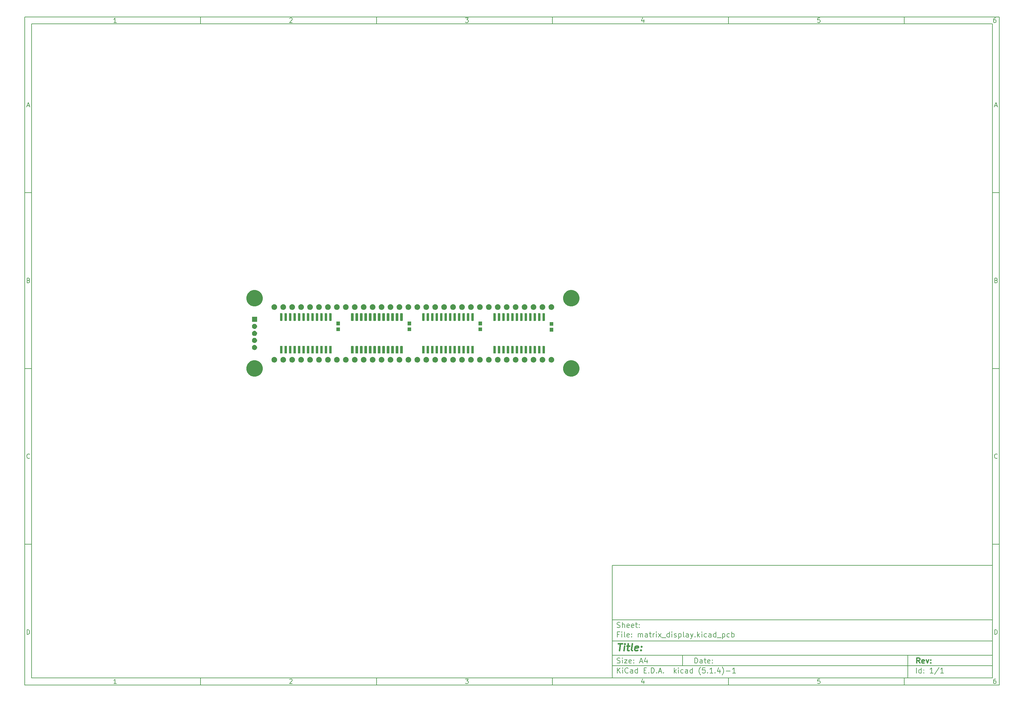
<source format=gts>
G04 #@! TF.GenerationSoftware,KiCad,Pcbnew,(5.1.4)-1*
G04 #@! TF.CreationDate,2019-11-16T21:27:08+08:00*
G04 #@! TF.ProjectId,matrix_display,6d617472-6978-45f6-9469-73706c61792e,rev?*
G04 #@! TF.SameCoordinates,Original*
G04 #@! TF.FileFunction,Soldermask,Top*
G04 #@! TF.FilePolarity,Negative*
%FSLAX46Y46*%
G04 Gerber Fmt 4.6, Leading zero omitted, Abs format (unit mm)*
G04 Created by KiCad (PCBNEW (5.1.4)-1) date 2019-11-16 21:27:08*
%MOMM*%
%LPD*%
G04 APERTURE LIST*
%ADD10C,0.150000*%
%ADD11C,0.300000*%
%ADD12C,0.400000*%
G04 APERTURE END LIST*
D10*
X177002200Y-166007200D02*
X177002200Y-198007200D01*
X285002200Y-198007200D01*
X285002200Y-166007200D01*
X177002200Y-166007200D01*
X10000000Y-10000000D02*
X10000000Y-200007200D01*
X287002200Y-200007200D01*
X287002200Y-10000000D01*
X10000000Y-10000000D01*
X12000000Y-12000000D02*
X12000000Y-198007200D01*
X285002200Y-198007200D01*
X285002200Y-12000000D01*
X12000000Y-12000000D01*
X60000000Y-12000000D02*
X60000000Y-10000000D01*
X110000000Y-12000000D02*
X110000000Y-10000000D01*
X160000000Y-12000000D02*
X160000000Y-10000000D01*
X210000000Y-12000000D02*
X210000000Y-10000000D01*
X260000000Y-12000000D02*
X260000000Y-10000000D01*
X36065476Y-11588095D02*
X35322619Y-11588095D01*
X35694047Y-11588095D02*
X35694047Y-10288095D01*
X35570238Y-10473809D01*
X35446428Y-10597619D01*
X35322619Y-10659523D01*
X85322619Y-10411904D02*
X85384523Y-10350000D01*
X85508333Y-10288095D01*
X85817857Y-10288095D01*
X85941666Y-10350000D01*
X86003571Y-10411904D01*
X86065476Y-10535714D01*
X86065476Y-10659523D01*
X86003571Y-10845238D01*
X85260714Y-11588095D01*
X86065476Y-11588095D01*
X135260714Y-10288095D02*
X136065476Y-10288095D01*
X135632142Y-10783333D01*
X135817857Y-10783333D01*
X135941666Y-10845238D01*
X136003571Y-10907142D01*
X136065476Y-11030952D01*
X136065476Y-11340476D01*
X136003571Y-11464285D01*
X135941666Y-11526190D01*
X135817857Y-11588095D01*
X135446428Y-11588095D01*
X135322619Y-11526190D01*
X135260714Y-11464285D01*
X185941666Y-10721428D02*
X185941666Y-11588095D01*
X185632142Y-10226190D02*
X185322619Y-11154761D01*
X186127380Y-11154761D01*
X236003571Y-10288095D02*
X235384523Y-10288095D01*
X235322619Y-10907142D01*
X235384523Y-10845238D01*
X235508333Y-10783333D01*
X235817857Y-10783333D01*
X235941666Y-10845238D01*
X236003571Y-10907142D01*
X236065476Y-11030952D01*
X236065476Y-11340476D01*
X236003571Y-11464285D01*
X235941666Y-11526190D01*
X235817857Y-11588095D01*
X235508333Y-11588095D01*
X235384523Y-11526190D01*
X235322619Y-11464285D01*
X285941666Y-10288095D02*
X285694047Y-10288095D01*
X285570238Y-10350000D01*
X285508333Y-10411904D01*
X285384523Y-10597619D01*
X285322619Y-10845238D01*
X285322619Y-11340476D01*
X285384523Y-11464285D01*
X285446428Y-11526190D01*
X285570238Y-11588095D01*
X285817857Y-11588095D01*
X285941666Y-11526190D01*
X286003571Y-11464285D01*
X286065476Y-11340476D01*
X286065476Y-11030952D01*
X286003571Y-10907142D01*
X285941666Y-10845238D01*
X285817857Y-10783333D01*
X285570238Y-10783333D01*
X285446428Y-10845238D01*
X285384523Y-10907142D01*
X285322619Y-11030952D01*
X60000000Y-198007200D02*
X60000000Y-200007200D01*
X110000000Y-198007200D02*
X110000000Y-200007200D01*
X160000000Y-198007200D02*
X160000000Y-200007200D01*
X210000000Y-198007200D02*
X210000000Y-200007200D01*
X260000000Y-198007200D02*
X260000000Y-200007200D01*
X36065476Y-199595295D02*
X35322619Y-199595295D01*
X35694047Y-199595295D02*
X35694047Y-198295295D01*
X35570238Y-198481009D01*
X35446428Y-198604819D01*
X35322619Y-198666723D01*
X85322619Y-198419104D02*
X85384523Y-198357200D01*
X85508333Y-198295295D01*
X85817857Y-198295295D01*
X85941666Y-198357200D01*
X86003571Y-198419104D01*
X86065476Y-198542914D01*
X86065476Y-198666723D01*
X86003571Y-198852438D01*
X85260714Y-199595295D01*
X86065476Y-199595295D01*
X135260714Y-198295295D02*
X136065476Y-198295295D01*
X135632142Y-198790533D01*
X135817857Y-198790533D01*
X135941666Y-198852438D01*
X136003571Y-198914342D01*
X136065476Y-199038152D01*
X136065476Y-199347676D01*
X136003571Y-199471485D01*
X135941666Y-199533390D01*
X135817857Y-199595295D01*
X135446428Y-199595295D01*
X135322619Y-199533390D01*
X135260714Y-199471485D01*
X185941666Y-198728628D02*
X185941666Y-199595295D01*
X185632142Y-198233390D02*
X185322619Y-199161961D01*
X186127380Y-199161961D01*
X236003571Y-198295295D02*
X235384523Y-198295295D01*
X235322619Y-198914342D01*
X235384523Y-198852438D01*
X235508333Y-198790533D01*
X235817857Y-198790533D01*
X235941666Y-198852438D01*
X236003571Y-198914342D01*
X236065476Y-199038152D01*
X236065476Y-199347676D01*
X236003571Y-199471485D01*
X235941666Y-199533390D01*
X235817857Y-199595295D01*
X235508333Y-199595295D01*
X235384523Y-199533390D01*
X235322619Y-199471485D01*
X285941666Y-198295295D02*
X285694047Y-198295295D01*
X285570238Y-198357200D01*
X285508333Y-198419104D01*
X285384523Y-198604819D01*
X285322619Y-198852438D01*
X285322619Y-199347676D01*
X285384523Y-199471485D01*
X285446428Y-199533390D01*
X285570238Y-199595295D01*
X285817857Y-199595295D01*
X285941666Y-199533390D01*
X286003571Y-199471485D01*
X286065476Y-199347676D01*
X286065476Y-199038152D01*
X286003571Y-198914342D01*
X285941666Y-198852438D01*
X285817857Y-198790533D01*
X285570238Y-198790533D01*
X285446428Y-198852438D01*
X285384523Y-198914342D01*
X285322619Y-199038152D01*
X10000000Y-60000000D02*
X12000000Y-60000000D01*
X10000000Y-110000000D02*
X12000000Y-110000000D01*
X10000000Y-160000000D02*
X12000000Y-160000000D01*
X10690476Y-35216666D02*
X11309523Y-35216666D01*
X10566666Y-35588095D02*
X11000000Y-34288095D01*
X11433333Y-35588095D01*
X11092857Y-84907142D02*
X11278571Y-84969047D01*
X11340476Y-85030952D01*
X11402380Y-85154761D01*
X11402380Y-85340476D01*
X11340476Y-85464285D01*
X11278571Y-85526190D01*
X11154761Y-85588095D01*
X10659523Y-85588095D01*
X10659523Y-84288095D01*
X11092857Y-84288095D01*
X11216666Y-84350000D01*
X11278571Y-84411904D01*
X11340476Y-84535714D01*
X11340476Y-84659523D01*
X11278571Y-84783333D01*
X11216666Y-84845238D01*
X11092857Y-84907142D01*
X10659523Y-84907142D01*
X11402380Y-135464285D02*
X11340476Y-135526190D01*
X11154761Y-135588095D01*
X11030952Y-135588095D01*
X10845238Y-135526190D01*
X10721428Y-135402380D01*
X10659523Y-135278571D01*
X10597619Y-135030952D01*
X10597619Y-134845238D01*
X10659523Y-134597619D01*
X10721428Y-134473809D01*
X10845238Y-134350000D01*
X11030952Y-134288095D01*
X11154761Y-134288095D01*
X11340476Y-134350000D01*
X11402380Y-134411904D01*
X10659523Y-185588095D02*
X10659523Y-184288095D01*
X10969047Y-184288095D01*
X11154761Y-184350000D01*
X11278571Y-184473809D01*
X11340476Y-184597619D01*
X11402380Y-184845238D01*
X11402380Y-185030952D01*
X11340476Y-185278571D01*
X11278571Y-185402380D01*
X11154761Y-185526190D01*
X10969047Y-185588095D01*
X10659523Y-185588095D01*
X287002200Y-60000000D02*
X285002200Y-60000000D01*
X287002200Y-110000000D02*
X285002200Y-110000000D01*
X287002200Y-160000000D02*
X285002200Y-160000000D01*
X285692676Y-35216666D02*
X286311723Y-35216666D01*
X285568866Y-35588095D02*
X286002200Y-34288095D01*
X286435533Y-35588095D01*
X286095057Y-84907142D02*
X286280771Y-84969047D01*
X286342676Y-85030952D01*
X286404580Y-85154761D01*
X286404580Y-85340476D01*
X286342676Y-85464285D01*
X286280771Y-85526190D01*
X286156961Y-85588095D01*
X285661723Y-85588095D01*
X285661723Y-84288095D01*
X286095057Y-84288095D01*
X286218866Y-84350000D01*
X286280771Y-84411904D01*
X286342676Y-84535714D01*
X286342676Y-84659523D01*
X286280771Y-84783333D01*
X286218866Y-84845238D01*
X286095057Y-84907142D01*
X285661723Y-84907142D01*
X286404580Y-135464285D02*
X286342676Y-135526190D01*
X286156961Y-135588095D01*
X286033152Y-135588095D01*
X285847438Y-135526190D01*
X285723628Y-135402380D01*
X285661723Y-135278571D01*
X285599819Y-135030952D01*
X285599819Y-134845238D01*
X285661723Y-134597619D01*
X285723628Y-134473809D01*
X285847438Y-134350000D01*
X286033152Y-134288095D01*
X286156961Y-134288095D01*
X286342676Y-134350000D01*
X286404580Y-134411904D01*
X285661723Y-185588095D02*
X285661723Y-184288095D01*
X285971247Y-184288095D01*
X286156961Y-184350000D01*
X286280771Y-184473809D01*
X286342676Y-184597619D01*
X286404580Y-184845238D01*
X286404580Y-185030952D01*
X286342676Y-185278571D01*
X286280771Y-185402380D01*
X286156961Y-185526190D01*
X285971247Y-185588095D01*
X285661723Y-185588095D01*
X200434342Y-193785771D02*
X200434342Y-192285771D01*
X200791485Y-192285771D01*
X201005771Y-192357200D01*
X201148628Y-192500057D01*
X201220057Y-192642914D01*
X201291485Y-192928628D01*
X201291485Y-193142914D01*
X201220057Y-193428628D01*
X201148628Y-193571485D01*
X201005771Y-193714342D01*
X200791485Y-193785771D01*
X200434342Y-193785771D01*
X202577200Y-193785771D02*
X202577200Y-193000057D01*
X202505771Y-192857200D01*
X202362914Y-192785771D01*
X202077200Y-192785771D01*
X201934342Y-192857200D01*
X202577200Y-193714342D02*
X202434342Y-193785771D01*
X202077200Y-193785771D01*
X201934342Y-193714342D01*
X201862914Y-193571485D01*
X201862914Y-193428628D01*
X201934342Y-193285771D01*
X202077200Y-193214342D01*
X202434342Y-193214342D01*
X202577200Y-193142914D01*
X203077200Y-192785771D02*
X203648628Y-192785771D01*
X203291485Y-192285771D02*
X203291485Y-193571485D01*
X203362914Y-193714342D01*
X203505771Y-193785771D01*
X203648628Y-193785771D01*
X204720057Y-193714342D02*
X204577200Y-193785771D01*
X204291485Y-193785771D01*
X204148628Y-193714342D01*
X204077200Y-193571485D01*
X204077200Y-193000057D01*
X204148628Y-192857200D01*
X204291485Y-192785771D01*
X204577200Y-192785771D01*
X204720057Y-192857200D01*
X204791485Y-193000057D01*
X204791485Y-193142914D01*
X204077200Y-193285771D01*
X205434342Y-193642914D02*
X205505771Y-193714342D01*
X205434342Y-193785771D01*
X205362914Y-193714342D01*
X205434342Y-193642914D01*
X205434342Y-193785771D01*
X205434342Y-192857200D02*
X205505771Y-192928628D01*
X205434342Y-193000057D01*
X205362914Y-192928628D01*
X205434342Y-192857200D01*
X205434342Y-193000057D01*
X177002200Y-194507200D02*
X285002200Y-194507200D01*
X178434342Y-196585771D02*
X178434342Y-195085771D01*
X179291485Y-196585771D02*
X178648628Y-195728628D01*
X179291485Y-195085771D02*
X178434342Y-195942914D01*
X179934342Y-196585771D02*
X179934342Y-195585771D01*
X179934342Y-195085771D02*
X179862914Y-195157200D01*
X179934342Y-195228628D01*
X180005771Y-195157200D01*
X179934342Y-195085771D01*
X179934342Y-195228628D01*
X181505771Y-196442914D02*
X181434342Y-196514342D01*
X181220057Y-196585771D01*
X181077200Y-196585771D01*
X180862914Y-196514342D01*
X180720057Y-196371485D01*
X180648628Y-196228628D01*
X180577200Y-195942914D01*
X180577200Y-195728628D01*
X180648628Y-195442914D01*
X180720057Y-195300057D01*
X180862914Y-195157200D01*
X181077200Y-195085771D01*
X181220057Y-195085771D01*
X181434342Y-195157200D01*
X181505771Y-195228628D01*
X182791485Y-196585771D02*
X182791485Y-195800057D01*
X182720057Y-195657200D01*
X182577200Y-195585771D01*
X182291485Y-195585771D01*
X182148628Y-195657200D01*
X182791485Y-196514342D02*
X182648628Y-196585771D01*
X182291485Y-196585771D01*
X182148628Y-196514342D01*
X182077200Y-196371485D01*
X182077200Y-196228628D01*
X182148628Y-196085771D01*
X182291485Y-196014342D01*
X182648628Y-196014342D01*
X182791485Y-195942914D01*
X184148628Y-196585771D02*
X184148628Y-195085771D01*
X184148628Y-196514342D02*
X184005771Y-196585771D01*
X183720057Y-196585771D01*
X183577200Y-196514342D01*
X183505771Y-196442914D01*
X183434342Y-196300057D01*
X183434342Y-195871485D01*
X183505771Y-195728628D01*
X183577200Y-195657200D01*
X183720057Y-195585771D01*
X184005771Y-195585771D01*
X184148628Y-195657200D01*
X186005771Y-195800057D02*
X186505771Y-195800057D01*
X186720057Y-196585771D02*
X186005771Y-196585771D01*
X186005771Y-195085771D01*
X186720057Y-195085771D01*
X187362914Y-196442914D02*
X187434342Y-196514342D01*
X187362914Y-196585771D01*
X187291485Y-196514342D01*
X187362914Y-196442914D01*
X187362914Y-196585771D01*
X188077200Y-196585771D02*
X188077200Y-195085771D01*
X188434342Y-195085771D01*
X188648628Y-195157200D01*
X188791485Y-195300057D01*
X188862914Y-195442914D01*
X188934342Y-195728628D01*
X188934342Y-195942914D01*
X188862914Y-196228628D01*
X188791485Y-196371485D01*
X188648628Y-196514342D01*
X188434342Y-196585771D01*
X188077200Y-196585771D01*
X189577200Y-196442914D02*
X189648628Y-196514342D01*
X189577200Y-196585771D01*
X189505771Y-196514342D01*
X189577200Y-196442914D01*
X189577200Y-196585771D01*
X190220057Y-196157200D02*
X190934342Y-196157200D01*
X190077200Y-196585771D02*
X190577200Y-195085771D01*
X191077200Y-196585771D01*
X191577200Y-196442914D02*
X191648628Y-196514342D01*
X191577200Y-196585771D01*
X191505771Y-196514342D01*
X191577200Y-196442914D01*
X191577200Y-196585771D01*
X194577200Y-196585771D02*
X194577200Y-195085771D01*
X194720057Y-196014342D02*
X195148628Y-196585771D01*
X195148628Y-195585771D02*
X194577200Y-196157200D01*
X195791485Y-196585771D02*
X195791485Y-195585771D01*
X195791485Y-195085771D02*
X195720057Y-195157200D01*
X195791485Y-195228628D01*
X195862914Y-195157200D01*
X195791485Y-195085771D01*
X195791485Y-195228628D01*
X197148628Y-196514342D02*
X197005771Y-196585771D01*
X196720057Y-196585771D01*
X196577200Y-196514342D01*
X196505771Y-196442914D01*
X196434342Y-196300057D01*
X196434342Y-195871485D01*
X196505771Y-195728628D01*
X196577200Y-195657200D01*
X196720057Y-195585771D01*
X197005771Y-195585771D01*
X197148628Y-195657200D01*
X198434342Y-196585771D02*
X198434342Y-195800057D01*
X198362914Y-195657200D01*
X198220057Y-195585771D01*
X197934342Y-195585771D01*
X197791485Y-195657200D01*
X198434342Y-196514342D02*
X198291485Y-196585771D01*
X197934342Y-196585771D01*
X197791485Y-196514342D01*
X197720057Y-196371485D01*
X197720057Y-196228628D01*
X197791485Y-196085771D01*
X197934342Y-196014342D01*
X198291485Y-196014342D01*
X198434342Y-195942914D01*
X199791485Y-196585771D02*
X199791485Y-195085771D01*
X199791485Y-196514342D02*
X199648628Y-196585771D01*
X199362914Y-196585771D01*
X199220057Y-196514342D01*
X199148628Y-196442914D01*
X199077200Y-196300057D01*
X199077200Y-195871485D01*
X199148628Y-195728628D01*
X199220057Y-195657200D01*
X199362914Y-195585771D01*
X199648628Y-195585771D01*
X199791485Y-195657200D01*
X202077200Y-197157200D02*
X202005771Y-197085771D01*
X201862914Y-196871485D01*
X201791485Y-196728628D01*
X201720057Y-196514342D01*
X201648628Y-196157200D01*
X201648628Y-195871485D01*
X201720057Y-195514342D01*
X201791485Y-195300057D01*
X201862914Y-195157200D01*
X202005771Y-194942914D01*
X202077200Y-194871485D01*
X203362914Y-195085771D02*
X202648628Y-195085771D01*
X202577200Y-195800057D01*
X202648628Y-195728628D01*
X202791485Y-195657200D01*
X203148628Y-195657200D01*
X203291485Y-195728628D01*
X203362914Y-195800057D01*
X203434342Y-195942914D01*
X203434342Y-196300057D01*
X203362914Y-196442914D01*
X203291485Y-196514342D01*
X203148628Y-196585771D01*
X202791485Y-196585771D01*
X202648628Y-196514342D01*
X202577200Y-196442914D01*
X204077200Y-196442914D02*
X204148628Y-196514342D01*
X204077200Y-196585771D01*
X204005771Y-196514342D01*
X204077200Y-196442914D01*
X204077200Y-196585771D01*
X205577200Y-196585771D02*
X204720057Y-196585771D01*
X205148628Y-196585771D02*
X205148628Y-195085771D01*
X205005771Y-195300057D01*
X204862914Y-195442914D01*
X204720057Y-195514342D01*
X206220057Y-196442914D02*
X206291485Y-196514342D01*
X206220057Y-196585771D01*
X206148628Y-196514342D01*
X206220057Y-196442914D01*
X206220057Y-196585771D01*
X207577200Y-195585771D02*
X207577200Y-196585771D01*
X207220057Y-195014342D02*
X206862914Y-196085771D01*
X207791485Y-196085771D01*
X208220057Y-197157200D02*
X208291485Y-197085771D01*
X208434342Y-196871485D01*
X208505771Y-196728628D01*
X208577200Y-196514342D01*
X208648628Y-196157200D01*
X208648628Y-195871485D01*
X208577200Y-195514342D01*
X208505771Y-195300057D01*
X208434342Y-195157200D01*
X208291485Y-194942914D01*
X208220057Y-194871485D01*
X209362914Y-196014342D02*
X210505771Y-196014342D01*
X212005771Y-196585771D02*
X211148628Y-196585771D01*
X211577200Y-196585771D02*
X211577200Y-195085771D01*
X211434342Y-195300057D01*
X211291485Y-195442914D01*
X211148628Y-195514342D01*
X177002200Y-191507200D02*
X285002200Y-191507200D01*
D11*
X264411485Y-193785771D02*
X263911485Y-193071485D01*
X263554342Y-193785771D02*
X263554342Y-192285771D01*
X264125771Y-192285771D01*
X264268628Y-192357200D01*
X264340057Y-192428628D01*
X264411485Y-192571485D01*
X264411485Y-192785771D01*
X264340057Y-192928628D01*
X264268628Y-193000057D01*
X264125771Y-193071485D01*
X263554342Y-193071485D01*
X265625771Y-193714342D02*
X265482914Y-193785771D01*
X265197200Y-193785771D01*
X265054342Y-193714342D01*
X264982914Y-193571485D01*
X264982914Y-193000057D01*
X265054342Y-192857200D01*
X265197200Y-192785771D01*
X265482914Y-192785771D01*
X265625771Y-192857200D01*
X265697200Y-193000057D01*
X265697200Y-193142914D01*
X264982914Y-193285771D01*
X266197200Y-192785771D02*
X266554342Y-193785771D01*
X266911485Y-192785771D01*
X267482914Y-193642914D02*
X267554342Y-193714342D01*
X267482914Y-193785771D01*
X267411485Y-193714342D01*
X267482914Y-193642914D01*
X267482914Y-193785771D01*
X267482914Y-192857200D02*
X267554342Y-192928628D01*
X267482914Y-193000057D01*
X267411485Y-192928628D01*
X267482914Y-192857200D01*
X267482914Y-193000057D01*
D10*
X178362914Y-193714342D02*
X178577200Y-193785771D01*
X178934342Y-193785771D01*
X179077200Y-193714342D01*
X179148628Y-193642914D01*
X179220057Y-193500057D01*
X179220057Y-193357200D01*
X179148628Y-193214342D01*
X179077200Y-193142914D01*
X178934342Y-193071485D01*
X178648628Y-193000057D01*
X178505771Y-192928628D01*
X178434342Y-192857200D01*
X178362914Y-192714342D01*
X178362914Y-192571485D01*
X178434342Y-192428628D01*
X178505771Y-192357200D01*
X178648628Y-192285771D01*
X179005771Y-192285771D01*
X179220057Y-192357200D01*
X179862914Y-193785771D02*
X179862914Y-192785771D01*
X179862914Y-192285771D02*
X179791485Y-192357200D01*
X179862914Y-192428628D01*
X179934342Y-192357200D01*
X179862914Y-192285771D01*
X179862914Y-192428628D01*
X180434342Y-192785771D02*
X181220057Y-192785771D01*
X180434342Y-193785771D01*
X181220057Y-193785771D01*
X182362914Y-193714342D02*
X182220057Y-193785771D01*
X181934342Y-193785771D01*
X181791485Y-193714342D01*
X181720057Y-193571485D01*
X181720057Y-193000057D01*
X181791485Y-192857200D01*
X181934342Y-192785771D01*
X182220057Y-192785771D01*
X182362914Y-192857200D01*
X182434342Y-193000057D01*
X182434342Y-193142914D01*
X181720057Y-193285771D01*
X183077200Y-193642914D02*
X183148628Y-193714342D01*
X183077200Y-193785771D01*
X183005771Y-193714342D01*
X183077200Y-193642914D01*
X183077200Y-193785771D01*
X183077200Y-192857200D02*
X183148628Y-192928628D01*
X183077200Y-193000057D01*
X183005771Y-192928628D01*
X183077200Y-192857200D01*
X183077200Y-193000057D01*
X184862914Y-193357200D02*
X185577200Y-193357200D01*
X184720057Y-193785771D02*
X185220057Y-192285771D01*
X185720057Y-193785771D01*
X186862914Y-192785771D02*
X186862914Y-193785771D01*
X186505771Y-192214342D02*
X186148628Y-193285771D01*
X187077200Y-193285771D01*
X263434342Y-196585771D02*
X263434342Y-195085771D01*
X264791485Y-196585771D02*
X264791485Y-195085771D01*
X264791485Y-196514342D02*
X264648628Y-196585771D01*
X264362914Y-196585771D01*
X264220057Y-196514342D01*
X264148628Y-196442914D01*
X264077200Y-196300057D01*
X264077200Y-195871485D01*
X264148628Y-195728628D01*
X264220057Y-195657200D01*
X264362914Y-195585771D01*
X264648628Y-195585771D01*
X264791485Y-195657200D01*
X265505771Y-196442914D02*
X265577200Y-196514342D01*
X265505771Y-196585771D01*
X265434342Y-196514342D01*
X265505771Y-196442914D01*
X265505771Y-196585771D01*
X265505771Y-195657200D02*
X265577200Y-195728628D01*
X265505771Y-195800057D01*
X265434342Y-195728628D01*
X265505771Y-195657200D01*
X265505771Y-195800057D01*
X268148628Y-196585771D02*
X267291485Y-196585771D01*
X267720057Y-196585771D02*
X267720057Y-195085771D01*
X267577200Y-195300057D01*
X267434342Y-195442914D01*
X267291485Y-195514342D01*
X269862914Y-195014342D02*
X268577200Y-196942914D01*
X271148628Y-196585771D02*
X270291485Y-196585771D01*
X270720057Y-196585771D02*
X270720057Y-195085771D01*
X270577200Y-195300057D01*
X270434342Y-195442914D01*
X270291485Y-195514342D01*
X177002200Y-187507200D02*
X285002200Y-187507200D01*
D12*
X178714580Y-188211961D02*
X179857438Y-188211961D01*
X179036009Y-190211961D02*
X179286009Y-188211961D01*
X180274104Y-190211961D02*
X180440771Y-188878628D01*
X180524104Y-188211961D02*
X180416961Y-188307200D01*
X180500295Y-188402438D01*
X180607438Y-188307200D01*
X180524104Y-188211961D01*
X180500295Y-188402438D01*
X181107438Y-188878628D02*
X181869342Y-188878628D01*
X181476485Y-188211961D02*
X181262200Y-189926247D01*
X181333628Y-190116723D01*
X181512200Y-190211961D01*
X181702676Y-190211961D01*
X182655057Y-190211961D02*
X182476485Y-190116723D01*
X182405057Y-189926247D01*
X182619342Y-188211961D01*
X184190771Y-190116723D02*
X183988390Y-190211961D01*
X183607438Y-190211961D01*
X183428866Y-190116723D01*
X183357438Y-189926247D01*
X183452676Y-189164342D01*
X183571723Y-188973866D01*
X183774104Y-188878628D01*
X184155057Y-188878628D01*
X184333628Y-188973866D01*
X184405057Y-189164342D01*
X184381247Y-189354819D01*
X183405057Y-189545295D01*
X185155057Y-190021485D02*
X185238390Y-190116723D01*
X185131247Y-190211961D01*
X185047914Y-190116723D01*
X185155057Y-190021485D01*
X185131247Y-190211961D01*
X185286009Y-188973866D02*
X185369342Y-189069104D01*
X185262200Y-189164342D01*
X185178866Y-189069104D01*
X185286009Y-188973866D01*
X185262200Y-189164342D01*
D10*
X178934342Y-185600057D02*
X178434342Y-185600057D01*
X178434342Y-186385771D02*
X178434342Y-184885771D01*
X179148628Y-184885771D01*
X179720057Y-186385771D02*
X179720057Y-185385771D01*
X179720057Y-184885771D02*
X179648628Y-184957200D01*
X179720057Y-185028628D01*
X179791485Y-184957200D01*
X179720057Y-184885771D01*
X179720057Y-185028628D01*
X180648628Y-186385771D02*
X180505771Y-186314342D01*
X180434342Y-186171485D01*
X180434342Y-184885771D01*
X181791485Y-186314342D02*
X181648628Y-186385771D01*
X181362914Y-186385771D01*
X181220057Y-186314342D01*
X181148628Y-186171485D01*
X181148628Y-185600057D01*
X181220057Y-185457200D01*
X181362914Y-185385771D01*
X181648628Y-185385771D01*
X181791485Y-185457200D01*
X181862914Y-185600057D01*
X181862914Y-185742914D01*
X181148628Y-185885771D01*
X182505771Y-186242914D02*
X182577200Y-186314342D01*
X182505771Y-186385771D01*
X182434342Y-186314342D01*
X182505771Y-186242914D01*
X182505771Y-186385771D01*
X182505771Y-185457200D02*
X182577200Y-185528628D01*
X182505771Y-185600057D01*
X182434342Y-185528628D01*
X182505771Y-185457200D01*
X182505771Y-185600057D01*
X184362914Y-186385771D02*
X184362914Y-185385771D01*
X184362914Y-185528628D02*
X184434342Y-185457200D01*
X184577200Y-185385771D01*
X184791485Y-185385771D01*
X184934342Y-185457200D01*
X185005771Y-185600057D01*
X185005771Y-186385771D01*
X185005771Y-185600057D02*
X185077200Y-185457200D01*
X185220057Y-185385771D01*
X185434342Y-185385771D01*
X185577200Y-185457200D01*
X185648628Y-185600057D01*
X185648628Y-186385771D01*
X187005771Y-186385771D02*
X187005771Y-185600057D01*
X186934342Y-185457200D01*
X186791485Y-185385771D01*
X186505771Y-185385771D01*
X186362914Y-185457200D01*
X187005771Y-186314342D02*
X186862914Y-186385771D01*
X186505771Y-186385771D01*
X186362914Y-186314342D01*
X186291485Y-186171485D01*
X186291485Y-186028628D01*
X186362914Y-185885771D01*
X186505771Y-185814342D01*
X186862914Y-185814342D01*
X187005771Y-185742914D01*
X187505771Y-185385771D02*
X188077200Y-185385771D01*
X187720057Y-184885771D02*
X187720057Y-186171485D01*
X187791485Y-186314342D01*
X187934342Y-186385771D01*
X188077200Y-186385771D01*
X188577200Y-186385771D02*
X188577200Y-185385771D01*
X188577200Y-185671485D02*
X188648628Y-185528628D01*
X188720057Y-185457200D01*
X188862914Y-185385771D01*
X189005771Y-185385771D01*
X189505771Y-186385771D02*
X189505771Y-185385771D01*
X189505771Y-184885771D02*
X189434342Y-184957200D01*
X189505771Y-185028628D01*
X189577200Y-184957200D01*
X189505771Y-184885771D01*
X189505771Y-185028628D01*
X190077200Y-186385771D02*
X190862914Y-185385771D01*
X190077200Y-185385771D02*
X190862914Y-186385771D01*
X191077200Y-186528628D02*
X192220057Y-186528628D01*
X193220057Y-186385771D02*
X193220057Y-184885771D01*
X193220057Y-186314342D02*
X193077200Y-186385771D01*
X192791485Y-186385771D01*
X192648628Y-186314342D01*
X192577200Y-186242914D01*
X192505771Y-186100057D01*
X192505771Y-185671485D01*
X192577200Y-185528628D01*
X192648628Y-185457200D01*
X192791485Y-185385771D01*
X193077200Y-185385771D01*
X193220057Y-185457200D01*
X193934342Y-186385771D02*
X193934342Y-185385771D01*
X193934342Y-184885771D02*
X193862914Y-184957200D01*
X193934342Y-185028628D01*
X194005771Y-184957200D01*
X193934342Y-184885771D01*
X193934342Y-185028628D01*
X194577200Y-186314342D02*
X194720057Y-186385771D01*
X195005771Y-186385771D01*
X195148628Y-186314342D01*
X195220057Y-186171485D01*
X195220057Y-186100057D01*
X195148628Y-185957200D01*
X195005771Y-185885771D01*
X194791485Y-185885771D01*
X194648628Y-185814342D01*
X194577200Y-185671485D01*
X194577200Y-185600057D01*
X194648628Y-185457200D01*
X194791485Y-185385771D01*
X195005771Y-185385771D01*
X195148628Y-185457200D01*
X195862914Y-185385771D02*
X195862914Y-186885771D01*
X195862914Y-185457200D02*
X196005771Y-185385771D01*
X196291485Y-185385771D01*
X196434342Y-185457200D01*
X196505771Y-185528628D01*
X196577200Y-185671485D01*
X196577200Y-186100057D01*
X196505771Y-186242914D01*
X196434342Y-186314342D01*
X196291485Y-186385771D01*
X196005771Y-186385771D01*
X195862914Y-186314342D01*
X197434342Y-186385771D02*
X197291485Y-186314342D01*
X197220057Y-186171485D01*
X197220057Y-184885771D01*
X198648628Y-186385771D02*
X198648628Y-185600057D01*
X198577200Y-185457200D01*
X198434342Y-185385771D01*
X198148628Y-185385771D01*
X198005771Y-185457200D01*
X198648628Y-186314342D02*
X198505771Y-186385771D01*
X198148628Y-186385771D01*
X198005771Y-186314342D01*
X197934342Y-186171485D01*
X197934342Y-186028628D01*
X198005771Y-185885771D01*
X198148628Y-185814342D01*
X198505771Y-185814342D01*
X198648628Y-185742914D01*
X199220057Y-185385771D02*
X199577200Y-186385771D01*
X199934342Y-185385771D02*
X199577200Y-186385771D01*
X199434342Y-186742914D01*
X199362914Y-186814342D01*
X199220057Y-186885771D01*
X200505771Y-186242914D02*
X200577200Y-186314342D01*
X200505771Y-186385771D01*
X200434342Y-186314342D01*
X200505771Y-186242914D01*
X200505771Y-186385771D01*
X201220057Y-186385771D02*
X201220057Y-184885771D01*
X201362914Y-185814342D02*
X201791485Y-186385771D01*
X201791485Y-185385771D02*
X201220057Y-185957200D01*
X202434342Y-186385771D02*
X202434342Y-185385771D01*
X202434342Y-184885771D02*
X202362914Y-184957200D01*
X202434342Y-185028628D01*
X202505771Y-184957200D01*
X202434342Y-184885771D01*
X202434342Y-185028628D01*
X203791485Y-186314342D02*
X203648628Y-186385771D01*
X203362914Y-186385771D01*
X203220057Y-186314342D01*
X203148628Y-186242914D01*
X203077200Y-186100057D01*
X203077200Y-185671485D01*
X203148628Y-185528628D01*
X203220057Y-185457200D01*
X203362914Y-185385771D01*
X203648628Y-185385771D01*
X203791485Y-185457200D01*
X205077200Y-186385771D02*
X205077200Y-185600057D01*
X205005771Y-185457200D01*
X204862914Y-185385771D01*
X204577200Y-185385771D01*
X204434342Y-185457200D01*
X205077200Y-186314342D02*
X204934342Y-186385771D01*
X204577200Y-186385771D01*
X204434342Y-186314342D01*
X204362914Y-186171485D01*
X204362914Y-186028628D01*
X204434342Y-185885771D01*
X204577200Y-185814342D01*
X204934342Y-185814342D01*
X205077200Y-185742914D01*
X206434342Y-186385771D02*
X206434342Y-184885771D01*
X206434342Y-186314342D02*
X206291485Y-186385771D01*
X206005771Y-186385771D01*
X205862914Y-186314342D01*
X205791485Y-186242914D01*
X205720057Y-186100057D01*
X205720057Y-185671485D01*
X205791485Y-185528628D01*
X205862914Y-185457200D01*
X206005771Y-185385771D01*
X206291485Y-185385771D01*
X206434342Y-185457200D01*
X206791485Y-186528628D02*
X207934342Y-186528628D01*
X208291485Y-185385771D02*
X208291485Y-186885771D01*
X208291485Y-185457200D02*
X208434342Y-185385771D01*
X208720057Y-185385771D01*
X208862914Y-185457200D01*
X208934342Y-185528628D01*
X209005771Y-185671485D01*
X209005771Y-186100057D01*
X208934342Y-186242914D01*
X208862914Y-186314342D01*
X208720057Y-186385771D01*
X208434342Y-186385771D01*
X208291485Y-186314342D01*
X210291485Y-186314342D02*
X210148628Y-186385771D01*
X209862914Y-186385771D01*
X209720057Y-186314342D01*
X209648628Y-186242914D01*
X209577200Y-186100057D01*
X209577200Y-185671485D01*
X209648628Y-185528628D01*
X209720057Y-185457200D01*
X209862914Y-185385771D01*
X210148628Y-185385771D01*
X210291485Y-185457200D01*
X210934342Y-186385771D02*
X210934342Y-184885771D01*
X210934342Y-185457200D02*
X211077200Y-185385771D01*
X211362914Y-185385771D01*
X211505771Y-185457200D01*
X211577200Y-185528628D01*
X211648628Y-185671485D01*
X211648628Y-186100057D01*
X211577200Y-186242914D01*
X211505771Y-186314342D01*
X211362914Y-186385771D01*
X211077200Y-186385771D01*
X210934342Y-186314342D01*
X177002200Y-181507200D02*
X285002200Y-181507200D01*
X178362914Y-183614342D02*
X178577200Y-183685771D01*
X178934342Y-183685771D01*
X179077200Y-183614342D01*
X179148628Y-183542914D01*
X179220057Y-183400057D01*
X179220057Y-183257200D01*
X179148628Y-183114342D01*
X179077200Y-183042914D01*
X178934342Y-182971485D01*
X178648628Y-182900057D01*
X178505771Y-182828628D01*
X178434342Y-182757200D01*
X178362914Y-182614342D01*
X178362914Y-182471485D01*
X178434342Y-182328628D01*
X178505771Y-182257200D01*
X178648628Y-182185771D01*
X179005771Y-182185771D01*
X179220057Y-182257200D01*
X179862914Y-183685771D02*
X179862914Y-182185771D01*
X180505771Y-183685771D02*
X180505771Y-182900057D01*
X180434342Y-182757200D01*
X180291485Y-182685771D01*
X180077200Y-182685771D01*
X179934342Y-182757200D01*
X179862914Y-182828628D01*
X181791485Y-183614342D02*
X181648628Y-183685771D01*
X181362914Y-183685771D01*
X181220057Y-183614342D01*
X181148628Y-183471485D01*
X181148628Y-182900057D01*
X181220057Y-182757200D01*
X181362914Y-182685771D01*
X181648628Y-182685771D01*
X181791485Y-182757200D01*
X181862914Y-182900057D01*
X181862914Y-183042914D01*
X181148628Y-183185771D01*
X183077200Y-183614342D02*
X182934342Y-183685771D01*
X182648628Y-183685771D01*
X182505771Y-183614342D01*
X182434342Y-183471485D01*
X182434342Y-182900057D01*
X182505771Y-182757200D01*
X182648628Y-182685771D01*
X182934342Y-182685771D01*
X183077200Y-182757200D01*
X183148628Y-182900057D01*
X183148628Y-183042914D01*
X182434342Y-183185771D01*
X183577200Y-182685771D02*
X184148628Y-182685771D01*
X183791485Y-182185771D02*
X183791485Y-183471485D01*
X183862914Y-183614342D01*
X184005771Y-183685771D01*
X184148628Y-183685771D01*
X184648628Y-183542914D02*
X184720057Y-183614342D01*
X184648628Y-183685771D01*
X184577200Y-183614342D01*
X184648628Y-183542914D01*
X184648628Y-183685771D01*
X184648628Y-182757200D02*
X184720057Y-182828628D01*
X184648628Y-182900057D01*
X184577200Y-182828628D01*
X184648628Y-182757200D01*
X184648628Y-182900057D01*
X197002200Y-191507200D02*
X197002200Y-194507200D01*
X261002200Y-191507200D02*
X261002200Y-198007200D01*
G36*
X165999927Y-107758578D02*
G01*
X166175643Y-107831362D01*
X166424143Y-107934294D01*
X166805926Y-108189394D01*
X167130606Y-108514074D01*
X167385706Y-108895857D01*
X167488638Y-109144357D01*
X167561422Y-109320073D01*
X167651000Y-109770415D01*
X167651000Y-110229585D01*
X167561422Y-110679927D01*
X167488638Y-110855643D01*
X167385706Y-111104143D01*
X167130606Y-111485926D01*
X166805926Y-111810606D01*
X166424143Y-112065706D01*
X166175643Y-112168638D01*
X165999927Y-112241422D01*
X165549585Y-112331000D01*
X165090415Y-112331000D01*
X164640073Y-112241422D01*
X164464357Y-112168638D01*
X164215857Y-112065706D01*
X163834074Y-111810606D01*
X163509394Y-111485926D01*
X163254294Y-111104143D01*
X163151362Y-110855643D01*
X163078578Y-110679927D01*
X162989000Y-110229585D01*
X162989000Y-109770415D01*
X163078578Y-109320073D01*
X163151362Y-109144357D01*
X163254294Y-108895857D01*
X163509394Y-108514074D01*
X163834074Y-108189394D01*
X164215857Y-107934294D01*
X164464357Y-107831362D01*
X164640073Y-107758578D01*
X165090415Y-107669000D01*
X165549585Y-107669000D01*
X165999927Y-107758578D01*
X165999927Y-107758578D01*
G37*
G36*
X75999927Y-107758578D02*
G01*
X76175643Y-107831362D01*
X76424143Y-107934294D01*
X76805926Y-108189394D01*
X77130606Y-108514074D01*
X77385706Y-108895857D01*
X77488638Y-109144357D01*
X77561422Y-109320073D01*
X77651000Y-109770415D01*
X77651000Y-110229585D01*
X77561422Y-110679927D01*
X77488638Y-110855643D01*
X77385706Y-111104143D01*
X77130606Y-111485926D01*
X76805926Y-111810606D01*
X76424143Y-112065706D01*
X76175643Y-112168638D01*
X75999927Y-112241422D01*
X75549585Y-112331000D01*
X75090415Y-112331000D01*
X74640073Y-112241422D01*
X74464357Y-112168638D01*
X74215857Y-112065706D01*
X73834074Y-111810606D01*
X73509394Y-111485926D01*
X73254294Y-111104143D01*
X73151362Y-110855643D01*
X73078578Y-110679927D01*
X72989000Y-110229585D01*
X72989000Y-109770415D01*
X73078578Y-109320073D01*
X73151362Y-109144357D01*
X73254294Y-108895857D01*
X73509394Y-108514074D01*
X73834074Y-108189394D01*
X74215857Y-107934294D01*
X74464357Y-107831362D01*
X74640073Y-107758578D01*
X75090415Y-107669000D01*
X75549585Y-107669000D01*
X75999927Y-107758578D01*
X75999927Y-107758578D01*
G37*
G36*
X157383642Y-106729781D02*
G01*
X157529414Y-106790162D01*
X157529416Y-106790163D01*
X157660608Y-106877822D01*
X157772178Y-106989392D01*
X157859837Y-107120584D01*
X157859838Y-107120586D01*
X157920219Y-107266358D01*
X157951000Y-107421107D01*
X157951000Y-107578893D01*
X157920219Y-107733642D01*
X157859838Y-107879414D01*
X157859837Y-107879416D01*
X157772178Y-108010608D01*
X157660608Y-108122178D01*
X157529416Y-108209837D01*
X157529415Y-108209838D01*
X157529414Y-108209838D01*
X157383642Y-108270219D01*
X157228893Y-108301000D01*
X157071107Y-108301000D01*
X156916358Y-108270219D01*
X156770586Y-108209838D01*
X156770585Y-108209838D01*
X156770584Y-108209837D01*
X156639392Y-108122178D01*
X156527822Y-108010608D01*
X156440163Y-107879416D01*
X156440162Y-107879414D01*
X156379781Y-107733642D01*
X156349000Y-107578893D01*
X156349000Y-107421107D01*
X156379781Y-107266358D01*
X156440162Y-107120586D01*
X156440163Y-107120584D01*
X156527822Y-106989392D01*
X156639392Y-106877822D01*
X156770584Y-106790163D01*
X156770586Y-106790162D01*
X156916358Y-106729781D01*
X157071107Y-106699000D01*
X157228893Y-106699000D01*
X157383642Y-106729781D01*
X157383642Y-106729781D01*
G37*
G36*
X137063642Y-106729781D02*
G01*
X137209414Y-106790162D01*
X137209416Y-106790163D01*
X137340608Y-106877822D01*
X137452178Y-106989392D01*
X137539837Y-107120584D01*
X137539838Y-107120586D01*
X137600219Y-107266358D01*
X137631000Y-107421107D01*
X137631000Y-107578893D01*
X137600219Y-107733642D01*
X137539838Y-107879414D01*
X137539837Y-107879416D01*
X137452178Y-108010608D01*
X137340608Y-108122178D01*
X137209416Y-108209837D01*
X137209415Y-108209838D01*
X137209414Y-108209838D01*
X137063642Y-108270219D01*
X136908893Y-108301000D01*
X136751107Y-108301000D01*
X136596358Y-108270219D01*
X136450586Y-108209838D01*
X136450585Y-108209838D01*
X136450584Y-108209837D01*
X136319392Y-108122178D01*
X136207822Y-108010608D01*
X136120163Y-107879416D01*
X136120162Y-107879414D01*
X136059781Y-107733642D01*
X136029000Y-107578893D01*
X136029000Y-107421107D01*
X136059781Y-107266358D01*
X136120162Y-107120586D01*
X136120163Y-107120584D01*
X136207822Y-106989392D01*
X136319392Y-106877822D01*
X136450584Y-106790163D01*
X136450586Y-106790162D01*
X136596358Y-106729781D01*
X136751107Y-106699000D01*
X136908893Y-106699000D01*
X137063642Y-106729781D01*
X137063642Y-106729781D01*
G37*
G36*
X134523642Y-106729781D02*
G01*
X134669414Y-106790162D01*
X134669416Y-106790163D01*
X134800608Y-106877822D01*
X134912178Y-106989392D01*
X134999837Y-107120584D01*
X134999838Y-107120586D01*
X135060219Y-107266358D01*
X135091000Y-107421107D01*
X135091000Y-107578893D01*
X135060219Y-107733642D01*
X134999838Y-107879414D01*
X134999837Y-107879416D01*
X134912178Y-108010608D01*
X134800608Y-108122178D01*
X134669416Y-108209837D01*
X134669415Y-108209838D01*
X134669414Y-108209838D01*
X134523642Y-108270219D01*
X134368893Y-108301000D01*
X134211107Y-108301000D01*
X134056358Y-108270219D01*
X133910586Y-108209838D01*
X133910585Y-108209838D01*
X133910584Y-108209837D01*
X133779392Y-108122178D01*
X133667822Y-108010608D01*
X133580163Y-107879416D01*
X133580162Y-107879414D01*
X133519781Y-107733642D01*
X133489000Y-107578893D01*
X133489000Y-107421107D01*
X133519781Y-107266358D01*
X133580162Y-107120586D01*
X133580163Y-107120584D01*
X133667822Y-106989392D01*
X133779392Y-106877822D01*
X133910584Y-106790163D01*
X133910586Y-106790162D01*
X134056358Y-106729781D01*
X134211107Y-106699000D01*
X134368893Y-106699000D01*
X134523642Y-106729781D01*
X134523642Y-106729781D01*
G37*
G36*
X131983642Y-106729781D02*
G01*
X132129414Y-106790162D01*
X132129416Y-106790163D01*
X132260608Y-106877822D01*
X132372178Y-106989392D01*
X132459837Y-107120584D01*
X132459838Y-107120586D01*
X132520219Y-107266358D01*
X132551000Y-107421107D01*
X132551000Y-107578893D01*
X132520219Y-107733642D01*
X132459838Y-107879414D01*
X132459837Y-107879416D01*
X132372178Y-108010608D01*
X132260608Y-108122178D01*
X132129416Y-108209837D01*
X132129415Y-108209838D01*
X132129414Y-108209838D01*
X131983642Y-108270219D01*
X131828893Y-108301000D01*
X131671107Y-108301000D01*
X131516358Y-108270219D01*
X131370586Y-108209838D01*
X131370585Y-108209838D01*
X131370584Y-108209837D01*
X131239392Y-108122178D01*
X131127822Y-108010608D01*
X131040163Y-107879416D01*
X131040162Y-107879414D01*
X130979781Y-107733642D01*
X130949000Y-107578893D01*
X130949000Y-107421107D01*
X130979781Y-107266358D01*
X131040162Y-107120586D01*
X131040163Y-107120584D01*
X131127822Y-106989392D01*
X131239392Y-106877822D01*
X131370584Y-106790163D01*
X131370586Y-106790162D01*
X131516358Y-106729781D01*
X131671107Y-106699000D01*
X131828893Y-106699000D01*
X131983642Y-106729781D01*
X131983642Y-106729781D01*
G37*
G36*
X129443642Y-106729781D02*
G01*
X129589414Y-106790162D01*
X129589416Y-106790163D01*
X129720608Y-106877822D01*
X129832178Y-106989392D01*
X129919837Y-107120584D01*
X129919838Y-107120586D01*
X129980219Y-107266358D01*
X130011000Y-107421107D01*
X130011000Y-107578893D01*
X129980219Y-107733642D01*
X129919838Y-107879414D01*
X129919837Y-107879416D01*
X129832178Y-108010608D01*
X129720608Y-108122178D01*
X129589416Y-108209837D01*
X129589415Y-108209838D01*
X129589414Y-108209838D01*
X129443642Y-108270219D01*
X129288893Y-108301000D01*
X129131107Y-108301000D01*
X128976358Y-108270219D01*
X128830586Y-108209838D01*
X128830585Y-108209838D01*
X128830584Y-108209837D01*
X128699392Y-108122178D01*
X128587822Y-108010608D01*
X128500163Y-107879416D01*
X128500162Y-107879414D01*
X128439781Y-107733642D01*
X128409000Y-107578893D01*
X128409000Y-107421107D01*
X128439781Y-107266358D01*
X128500162Y-107120586D01*
X128500163Y-107120584D01*
X128587822Y-106989392D01*
X128699392Y-106877822D01*
X128830584Y-106790163D01*
X128830586Y-106790162D01*
X128976358Y-106729781D01*
X129131107Y-106699000D01*
X129288893Y-106699000D01*
X129443642Y-106729781D01*
X129443642Y-106729781D01*
G37*
G36*
X126903642Y-106729781D02*
G01*
X127049414Y-106790162D01*
X127049416Y-106790163D01*
X127180608Y-106877822D01*
X127292178Y-106989392D01*
X127379837Y-107120584D01*
X127379838Y-107120586D01*
X127440219Y-107266358D01*
X127471000Y-107421107D01*
X127471000Y-107578893D01*
X127440219Y-107733642D01*
X127379838Y-107879414D01*
X127379837Y-107879416D01*
X127292178Y-108010608D01*
X127180608Y-108122178D01*
X127049416Y-108209837D01*
X127049415Y-108209838D01*
X127049414Y-108209838D01*
X126903642Y-108270219D01*
X126748893Y-108301000D01*
X126591107Y-108301000D01*
X126436358Y-108270219D01*
X126290586Y-108209838D01*
X126290585Y-108209838D01*
X126290584Y-108209837D01*
X126159392Y-108122178D01*
X126047822Y-108010608D01*
X125960163Y-107879416D01*
X125960162Y-107879414D01*
X125899781Y-107733642D01*
X125869000Y-107578893D01*
X125869000Y-107421107D01*
X125899781Y-107266358D01*
X125960162Y-107120586D01*
X125960163Y-107120584D01*
X126047822Y-106989392D01*
X126159392Y-106877822D01*
X126290584Y-106790163D01*
X126290586Y-106790162D01*
X126436358Y-106729781D01*
X126591107Y-106699000D01*
X126748893Y-106699000D01*
X126903642Y-106729781D01*
X126903642Y-106729781D01*
G37*
G36*
X124363642Y-106729781D02*
G01*
X124509414Y-106790162D01*
X124509416Y-106790163D01*
X124640608Y-106877822D01*
X124752178Y-106989392D01*
X124839837Y-107120584D01*
X124839838Y-107120586D01*
X124900219Y-107266358D01*
X124931000Y-107421107D01*
X124931000Y-107578893D01*
X124900219Y-107733642D01*
X124839838Y-107879414D01*
X124839837Y-107879416D01*
X124752178Y-108010608D01*
X124640608Y-108122178D01*
X124509416Y-108209837D01*
X124509415Y-108209838D01*
X124509414Y-108209838D01*
X124363642Y-108270219D01*
X124208893Y-108301000D01*
X124051107Y-108301000D01*
X123896358Y-108270219D01*
X123750586Y-108209838D01*
X123750585Y-108209838D01*
X123750584Y-108209837D01*
X123619392Y-108122178D01*
X123507822Y-108010608D01*
X123420163Y-107879416D01*
X123420162Y-107879414D01*
X123359781Y-107733642D01*
X123329000Y-107578893D01*
X123329000Y-107421107D01*
X123359781Y-107266358D01*
X123420162Y-107120586D01*
X123420163Y-107120584D01*
X123507822Y-106989392D01*
X123619392Y-106877822D01*
X123750584Y-106790163D01*
X123750586Y-106790162D01*
X123896358Y-106729781D01*
X124051107Y-106699000D01*
X124208893Y-106699000D01*
X124363642Y-106729781D01*
X124363642Y-106729781D01*
G37*
G36*
X121823642Y-106729781D02*
G01*
X121969414Y-106790162D01*
X121969416Y-106790163D01*
X122100608Y-106877822D01*
X122212178Y-106989392D01*
X122299837Y-107120584D01*
X122299838Y-107120586D01*
X122360219Y-107266358D01*
X122391000Y-107421107D01*
X122391000Y-107578893D01*
X122360219Y-107733642D01*
X122299838Y-107879414D01*
X122299837Y-107879416D01*
X122212178Y-108010608D01*
X122100608Y-108122178D01*
X121969416Y-108209837D01*
X121969415Y-108209838D01*
X121969414Y-108209838D01*
X121823642Y-108270219D01*
X121668893Y-108301000D01*
X121511107Y-108301000D01*
X121356358Y-108270219D01*
X121210586Y-108209838D01*
X121210585Y-108209838D01*
X121210584Y-108209837D01*
X121079392Y-108122178D01*
X120967822Y-108010608D01*
X120880163Y-107879416D01*
X120880162Y-107879414D01*
X120819781Y-107733642D01*
X120789000Y-107578893D01*
X120789000Y-107421107D01*
X120819781Y-107266358D01*
X120880162Y-107120586D01*
X120880163Y-107120584D01*
X120967822Y-106989392D01*
X121079392Y-106877822D01*
X121210584Y-106790163D01*
X121210586Y-106790162D01*
X121356358Y-106729781D01*
X121511107Y-106699000D01*
X121668893Y-106699000D01*
X121823642Y-106729781D01*
X121823642Y-106729781D01*
G37*
G36*
X159923642Y-106729781D02*
G01*
X160069414Y-106790162D01*
X160069416Y-106790163D01*
X160200608Y-106877822D01*
X160312178Y-106989392D01*
X160399837Y-107120584D01*
X160399838Y-107120586D01*
X160460219Y-107266358D01*
X160491000Y-107421107D01*
X160491000Y-107578893D01*
X160460219Y-107733642D01*
X160399838Y-107879414D01*
X160399837Y-107879416D01*
X160312178Y-108010608D01*
X160200608Y-108122178D01*
X160069416Y-108209837D01*
X160069415Y-108209838D01*
X160069414Y-108209838D01*
X159923642Y-108270219D01*
X159768893Y-108301000D01*
X159611107Y-108301000D01*
X159456358Y-108270219D01*
X159310586Y-108209838D01*
X159310585Y-108209838D01*
X159310584Y-108209837D01*
X159179392Y-108122178D01*
X159067822Y-108010608D01*
X158980163Y-107879416D01*
X158980162Y-107879414D01*
X158919781Y-107733642D01*
X158889000Y-107578893D01*
X158889000Y-107421107D01*
X158919781Y-107266358D01*
X158980162Y-107120586D01*
X158980163Y-107120584D01*
X159067822Y-106989392D01*
X159179392Y-106877822D01*
X159310584Y-106790163D01*
X159310586Y-106790162D01*
X159456358Y-106729781D01*
X159611107Y-106699000D01*
X159768893Y-106699000D01*
X159923642Y-106729781D01*
X159923642Y-106729781D01*
G37*
G36*
X104043642Y-106729781D02*
G01*
X104189414Y-106790162D01*
X104189416Y-106790163D01*
X104320608Y-106877822D01*
X104432178Y-106989392D01*
X104519837Y-107120584D01*
X104519838Y-107120586D01*
X104580219Y-107266358D01*
X104611000Y-107421107D01*
X104611000Y-107578893D01*
X104580219Y-107733642D01*
X104519838Y-107879414D01*
X104519837Y-107879416D01*
X104432178Y-108010608D01*
X104320608Y-108122178D01*
X104189416Y-108209837D01*
X104189415Y-108209838D01*
X104189414Y-108209838D01*
X104043642Y-108270219D01*
X103888893Y-108301000D01*
X103731107Y-108301000D01*
X103576358Y-108270219D01*
X103430586Y-108209838D01*
X103430585Y-108209838D01*
X103430584Y-108209837D01*
X103299392Y-108122178D01*
X103187822Y-108010608D01*
X103100163Y-107879416D01*
X103100162Y-107879414D01*
X103039781Y-107733642D01*
X103009000Y-107578893D01*
X103009000Y-107421107D01*
X103039781Y-107266358D01*
X103100162Y-107120586D01*
X103100163Y-107120584D01*
X103187822Y-106989392D01*
X103299392Y-106877822D01*
X103430584Y-106790163D01*
X103430586Y-106790162D01*
X103576358Y-106729781D01*
X103731107Y-106699000D01*
X103888893Y-106699000D01*
X104043642Y-106729781D01*
X104043642Y-106729781D01*
G37*
G36*
X154843642Y-106729781D02*
G01*
X154989414Y-106790162D01*
X154989416Y-106790163D01*
X155120608Y-106877822D01*
X155232178Y-106989392D01*
X155319837Y-107120584D01*
X155319838Y-107120586D01*
X155380219Y-107266358D01*
X155411000Y-107421107D01*
X155411000Y-107578893D01*
X155380219Y-107733642D01*
X155319838Y-107879414D01*
X155319837Y-107879416D01*
X155232178Y-108010608D01*
X155120608Y-108122178D01*
X154989416Y-108209837D01*
X154989415Y-108209838D01*
X154989414Y-108209838D01*
X154843642Y-108270219D01*
X154688893Y-108301000D01*
X154531107Y-108301000D01*
X154376358Y-108270219D01*
X154230586Y-108209838D01*
X154230585Y-108209838D01*
X154230584Y-108209837D01*
X154099392Y-108122178D01*
X153987822Y-108010608D01*
X153900163Y-107879416D01*
X153900162Y-107879414D01*
X153839781Y-107733642D01*
X153809000Y-107578893D01*
X153809000Y-107421107D01*
X153839781Y-107266358D01*
X153900162Y-107120586D01*
X153900163Y-107120584D01*
X153987822Y-106989392D01*
X154099392Y-106877822D01*
X154230584Y-106790163D01*
X154230586Y-106790162D01*
X154376358Y-106729781D01*
X154531107Y-106699000D01*
X154688893Y-106699000D01*
X154843642Y-106729781D01*
X154843642Y-106729781D01*
G37*
G36*
X152303642Y-106729781D02*
G01*
X152449414Y-106790162D01*
X152449416Y-106790163D01*
X152580608Y-106877822D01*
X152692178Y-106989392D01*
X152779837Y-107120584D01*
X152779838Y-107120586D01*
X152840219Y-107266358D01*
X152871000Y-107421107D01*
X152871000Y-107578893D01*
X152840219Y-107733642D01*
X152779838Y-107879414D01*
X152779837Y-107879416D01*
X152692178Y-108010608D01*
X152580608Y-108122178D01*
X152449416Y-108209837D01*
X152449415Y-108209838D01*
X152449414Y-108209838D01*
X152303642Y-108270219D01*
X152148893Y-108301000D01*
X151991107Y-108301000D01*
X151836358Y-108270219D01*
X151690586Y-108209838D01*
X151690585Y-108209838D01*
X151690584Y-108209837D01*
X151559392Y-108122178D01*
X151447822Y-108010608D01*
X151360163Y-107879416D01*
X151360162Y-107879414D01*
X151299781Y-107733642D01*
X151269000Y-107578893D01*
X151269000Y-107421107D01*
X151299781Y-107266358D01*
X151360162Y-107120586D01*
X151360163Y-107120584D01*
X151447822Y-106989392D01*
X151559392Y-106877822D01*
X151690584Y-106790163D01*
X151690586Y-106790162D01*
X151836358Y-106729781D01*
X151991107Y-106699000D01*
X152148893Y-106699000D01*
X152303642Y-106729781D01*
X152303642Y-106729781D01*
G37*
G36*
X149763642Y-106729781D02*
G01*
X149909414Y-106790162D01*
X149909416Y-106790163D01*
X150040608Y-106877822D01*
X150152178Y-106989392D01*
X150239837Y-107120584D01*
X150239838Y-107120586D01*
X150300219Y-107266358D01*
X150331000Y-107421107D01*
X150331000Y-107578893D01*
X150300219Y-107733642D01*
X150239838Y-107879414D01*
X150239837Y-107879416D01*
X150152178Y-108010608D01*
X150040608Y-108122178D01*
X149909416Y-108209837D01*
X149909415Y-108209838D01*
X149909414Y-108209838D01*
X149763642Y-108270219D01*
X149608893Y-108301000D01*
X149451107Y-108301000D01*
X149296358Y-108270219D01*
X149150586Y-108209838D01*
X149150585Y-108209838D01*
X149150584Y-108209837D01*
X149019392Y-108122178D01*
X148907822Y-108010608D01*
X148820163Y-107879416D01*
X148820162Y-107879414D01*
X148759781Y-107733642D01*
X148729000Y-107578893D01*
X148729000Y-107421107D01*
X148759781Y-107266358D01*
X148820162Y-107120586D01*
X148820163Y-107120584D01*
X148907822Y-106989392D01*
X149019392Y-106877822D01*
X149150584Y-106790163D01*
X149150586Y-106790162D01*
X149296358Y-106729781D01*
X149451107Y-106699000D01*
X149608893Y-106699000D01*
X149763642Y-106729781D01*
X149763642Y-106729781D01*
G37*
G36*
X147223642Y-106729781D02*
G01*
X147369414Y-106790162D01*
X147369416Y-106790163D01*
X147500608Y-106877822D01*
X147612178Y-106989392D01*
X147699837Y-107120584D01*
X147699838Y-107120586D01*
X147760219Y-107266358D01*
X147791000Y-107421107D01*
X147791000Y-107578893D01*
X147760219Y-107733642D01*
X147699838Y-107879414D01*
X147699837Y-107879416D01*
X147612178Y-108010608D01*
X147500608Y-108122178D01*
X147369416Y-108209837D01*
X147369415Y-108209838D01*
X147369414Y-108209838D01*
X147223642Y-108270219D01*
X147068893Y-108301000D01*
X146911107Y-108301000D01*
X146756358Y-108270219D01*
X146610586Y-108209838D01*
X146610585Y-108209838D01*
X146610584Y-108209837D01*
X146479392Y-108122178D01*
X146367822Y-108010608D01*
X146280163Y-107879416D01*
X146280162Y-107879414D01*
X146219781Y-107733642D01*
X146189000Y-107578893D01*
X146189000Y-107421107D01*
X146219781Y-107266358D01*
X146280162Y-107120586D01*
X146280163Y-107120584D01*
X146367822Y-106989392D01*
X146479392Y-106877822D01*
X146610584Y-106790163D01*
X146610586Y-106790162D01*
X146756358Y-106729781D01*
X146911107Y-106699000D01*
X147068893Y-106699000D01*
X147223642Y-106729781D01*
X147223642Y-106729781D01*
G37*
G36*
X144683642Y-106729781D02*
G01*
X144829414Y-106790162D01*
X144829416Y-106790163D01*
X144960608Y-106877822D01*
X145072178Y-106989392D01*
X145159837Y-107120584D01*
X145159838Y-107120586D01*
X145220219Y-107266358D01*
X145251000Y-107421107D01*
X145251000Y-107578893D01*
X145220219Y-107733642D01*
X145159838Y-107879414D01*
X145159837Y-107879416D01*
X145072178Y-108010608D01*
X144960608Y-108122178D01*
X144829416Y-108209837D01*
X144829415Y-108209838D01*
X144829414Y-108209838D01*
X144683642Y-108270219D01*
X144528893Y-108301000D01*
X144371107Y-108301000D01*
X144216358Y-108270219D01*
X144070586Y-108209838D01*
X144070585Y-108209838D01*
X144070584Y-108209837D01*
X143939392Y-108122178D01*
X143827822Y-108010608D01*
X143740163Y-107879416D01*
X143740162Y-107879414D01*
X143679781Y-107733642D01*
X143649000Y-107578893D01*
X143649000Y-107421107D01*
X143679781Y-107266358D01*
X143740162Y-107120586D01*
X143740163Y-107120584D01*
X143827822Y-106989392D01*
X143939392Y-106877822D01*
X144070584Y-106790163D01*
X144070586Y-106790162D01*
X144216358Y-106729781D01*
X144371107Y-106699000D01*
X144528893Y-106699000D01*
X144683642Y-106729781D01*
X144683642Y-106729781D01*
G37*
G36*
X142143642Y-106729781D02*
G01*
X142289414Y-106790162D01*
X142289416Y-106790163D01*
X142420608Y-106877822D01*
X142532178Y-106989392D01*
X142619837Y-107120584D01*
X142619838Y-107120586D01*
X142680219Y-107266358D01*
X142711000Y-107421107D01*
X142711000Y-107578893D01*
X142680219Y-107733642D01*
X142619838Y-107879414D01*
X142619837Y-107879416D01*
X142532178Y-108010608D01*
X142420608Y-108122178D01*
X142289416Y-108209837D01*
X142289415Y-108209838D01*
X142289414Y-108209838D01*
X142143642Y-108270219D01*
X141988893Y-108301000D01*
X141831107Y-108301000D01*
X141676358Y-108270219D01*
X141530586Y-108209838D01*
X141530585Y-108209838D01*
X141530584Y-108209837D01*
X141399392Y-108122178D01*
X141287822Y-108010608D01*
X141200163Y-107879416D01*
X141200162Y-107879414D01*
X141139781Y-107733642D01*
X141109000Y-107578893D01*
X141109000Y-107421107D01*
X141139781Y-107266358D01*
X141200162Y-107120586D01*
X141200163Y-107120584D01*
X141287822Y-106989392D01*
X141399392Y-106877822D01*
X141530584Y-106790163D01*
X141530586Y-106790162D01*
X141676358Y-106729781D01*
X141831107Y-106699000D01*
X141988893Y-106699000D01*
X142143642Y-106729781D01*
X142143642Y-106729781D01*
G37*
G36*
X101503642Y-106729781D02*
G01*
X101649414Y-106790162D01*
X101649416Y-106790163D01*
X101780608Y-106877822D01*
X101892178Y-106989392D01*
X101979837Y-107120584D01*
X101979838Y-107120586D01*
X102040219Y-107266358D01*
X102071000Y-107421107D01*
X102071000Y-107578893D01*
X102040219Y-107733642D01*
X101979838Y-107879414D01*
X101979837Y-107879416D01*
X101892178Y-108010608D01*
X101780608Y-108122178D01*
X101649416Y-108209837D01*
X101649415Y-108209838D01*
X101649414Y-108209838D01*
X101503642Y-108270219D01*
X101348893Y-108301000D01*
X101191107Y-108301000D01*
X101036358Y-108270219D01*
X100890586Y-108209838D01*
X100890585Y-108209838D01*
X100890584Y-108209837D01*
X100759392Y-108122178D01*
X100647822Y-108010608D01*
X100560163Y-107879416D01*
X100560162Y-107879414D01*
X100499781Y-107733642D01*
X100469000Y-107578893D01*
X100469000Y-107421107D01*
X100499781Y-107266358D01*
X100560162Y-107120586D01*
X100560163Y-107120584D01*
X100647822Y-106989392D01*
X100759392Y-106877822D01*
X100890584Y-106790163D01*
X100890586Y-106790162D01*
X101036358Y-106729781D01*
X101191107Y-106699000D01*
X101348893Y-106699000D01*
X101503642Y-106729781D01*
X101503642Y-106729781D01*
G37*
G36*
X98963642Y-106729781D02*
G01*
X99109414Y-106790162D01*
X99109416Y-106790163D01*
X99240608Y-106877822D01*
X99352178Y-106989392D01*
X99439837Y-107120584D01*
X99439838Y-107120586D01*
X99500219Y-107266358D01*
X99531000Y-107421107D01*
X99531000Y-107578893D01*
X99500219Y-107733642D01*
X99439838Y-107879414D01*
X99439837Y-107879416D01*
X99352178Y-108010608D01*
X99240608Y-108122178D01*
X99109416Y-108209837D01*
X99109415Y-108209838D01*
X99109414Y-108209838D01*
X98963642Y-108270219D01*
X98808893Y-108301000D01*
X98651107Y-108301000D01*
X98496358Y-108270219D01*
X98350586Y-108209838D01*
X98350585Y-108209838D01*
X98350584Y-108209837D01*
X98219392Y-108122178D01*
X98107822Y-108010608D01*
X98020163Y-107879416D01*
X98020162Y-107879414D01*
X97959781Y-107733642D01*
X97929000Y-107578893D01*
X97929000Y-107421107D01*
X97959781Y-107266358D01*
X98020162Y-107120586D01*
X98020163Y-107120584D01*
X98107822Y-106989392D01*
X98219392Y-106877822D01*
X98350584Y-106790163D01*
X98350586Y-106790162D01*
X98496358Y-106729781D01*
X98651107Y-106699000D01*
X98808893Y-106699000D01*
X98963642Y-106729781D01*
X98963642Y-106729781D01*
G37*
G36*
X139603642Y-106729781D02*
G01*
X139749414Y-106790162D01*
X139749416Y-106790163D01*
X139880608Y-106877822D01*
X139992178Y-106989392D01*
X140079837Y-107120584D01*
X140079838Y-107120586D01*
X140140219Y-107266358D01*
X140171000Y-107421107D01*
X140171000Y-107578893D01*
X140140219Y-107733642D01*
X140079838Y-107879414D01*
X140079837Y-107879416D01*
X139992178Y-108010608D01*
X139880608Y-108122178D01*
X139749416Y-108209837D01*
X139749415Y-108209838D01*
X139749414Y-108209838D01*
X139603642Y-108270219D01*
X139448893Y-108301000D01*
X139291107Y-108301000D01*
X139136358Y-108270219D01*
X138990586Y-108209838D01*
X138990585Y-108209838D01*
X138990584Y-108209837D01*
X138859392Y-108122178D01*
X138747822Y-108010608D01*
X138660163Y-107879416D01*
X138660162Y-107879414D01*
X138599781Y-107733642D01*
X138569000Y-107578893D01*
X138569000Y-107421107D01*
X138599781Y-107266358D01*
X138660162Y-107120586D01*
X138660163Y-107120584D01*
X138747822Y-106989392D01*
X138859392Y-106877822D01*
X138990584Y-106790163D01*
X138990586Y-106790162D01*
X139136358Y-106729781D01*
X139291107Y-106699000D01*
X139448893Y-106699000D01*
X139603642Y-106729781D01*
X139603642Y-106729781D01*
G37*
G36*
X106583642Y-106729781D02*
G01*
X106729414Y-106790162D01*
X106729416Y-106790163D01*
X106860608Y-106877822D01*
X106972178Y-106989392D01*
X107059837Y-107120584D01*
X107059838Y-107120586D01*
X107120219Y-107266358D01*
X107151000Y-107421107D01*
X107151000Y-107578893D01*
X107120219Y-107733642D01*
X107059838Y-107879414D01*
X107059837Y-107879416D01*
X106972178Y-108010608D01*
X106860608Y-108122178D01*
X106729416Y-108209837D01*
X106729415Y-108209838D01*
X106729414Y-108209838D01*
X106583642Y-108270219D01*
X106428893Y-108301000D01*
X106271107Y-108301000D01*
X106116358Y-108270219D01*
X105970586Y-108209838D01*
X105970585Y-108209838D01*
X105970584Y-108209837D01*
X105839392Y-108122178D01*
X105727822Y-108010608D01*
X105640163Y-107879416D01*
X105640162Y-107879414D01*
X105579781Y-107733642D01*
X105549000Y-107578893D01*
X105549000Y-107421107D01*
X105579781Y-107266358D01*
X105640162Y-107120586D01*
X105640163Y-107120584D01*
X105727822Y-106989392D01*
X105839392Y-106877822D01*
X105970584Y-106790163D01*
X105970586Y-106790162D01*
X106116358Y-106729781D01*
X106271107Y-106699000D01*
X106428893Y-106699000D01*
X106583642Y-106729781D01*
X106583642Y-106729781D01*
G37*
G36*
X109123642Y-106729781D02*
G01*
X109269414Y-106790162D01*
X109269416Y-106790163D01*
X109400608Y-106877822D01*
X109512178Y-106989392D01*
X109599837Y-107120584D01*
X109599838Y-107120586D01*
X109660219Y-107266358D01*
X109691000Y-107421107D01*
X109691000Y-107578893D01*
X109660219Y-107733642D01*
X109599838Y-107879414D01*
X109599837Y-107879416D01*
X109512178Y-108010608D01*
X109400608Y-108122178D01*
X109269416Y-108209837D01*
X109269415Y-108209838D01*
X109269414Y-108209838D01*
X109123642Y-108270219D01*
X108968893Y-108301000D01*
X108811107Y-108301000D01*
X108656358Y-108270219D01*
X108510586Y-108209838D01*
X108510585Y-108209838D01*
X108510584Y-108209837D01*
X108379392Y-108122178D01*
X108267822Y-108010608D01*
X108180163Y-107879416D01*
X108180162Y-107879414D01*
X108119781Y-107733642D01*
X108089000Y-107578893D01*
X108089000Y-107421107D01*
X108119781Y-107266358D01*
X108180162Y-107120586D01*
X108180163Y-107120584D01*
X108267822Y-106989392D01*
X108379392Y-106877822D01*
X108510584Y-106790163D01*
X108510586Y-106790162D01*
X108656358Y-106729781D01*
X108811107Y-106699000D01*
X108968893Y-106699000D01*
X109123642Y-106729781D01*
X109123642Y-106729781D01*
G37*
G36*
X111663642Y-106729781D02*
G01*
X111809414Y-106790162D01*
X111809416Y-106790163D01*
X111940608Y-106877822D01*
X112052178Y-106989392D01*
X112139837Y-107120584D01*
X112139838Y-107120586D01*
X112200219Y-107266358D01*
X112231000Y-107421107D01*
X112231000Y-107578893D01*
X112200219Y-107733642D01*
X112139838Y-107879414D01*
X112139837Y-107879416D01*
X112052178Y-108010608D01*
X111940608Y-108122178D01*
X111809416Y-108209837D01*
X111809415Y-108209838D01*
X111809414Y-108209838D01*
X111663642Y-108270219D01*
X111508893Y-108301000D01*
X111351107Y-108301000D01*
X111196358Y-108270219D01*
X111050586Y-108209838D01*
X111050585Y-108209838D01*
X111050584Y-108209837D01*
X110919392Y-108122178D01*
X110807822Y-108010608D01*
X110720163Y-107879416D01*
X110720162Y-107879414D01*
X110659781Y-107733642D01*
X110629000Y-107578893D01*
X110629000Y-107421107D01*
X110659781Y-107266358D01*
X110720162Y-107120586D01*
X110720163Y-107120584D01*
X110807822Y-106989392D01*
X110919392Y-106877822D01*
X111050584Y-106790163D01*
X111050586Y-106790162D01*
X111196358Y-106729781D01*
X111351107Y-106699000D01*
X111508893Y-106699000D01*
X111663642Y-106729781D01*
X111663642Y-106729781D01*
G37*
G36*
X114203642Y-106729781D02*
G01*
X114349414Y-106790162D01*
X114349416Y-106790163D01*
X114480608Y-106877822D01*
X114592178Y-106989392D01*
X114679837Y-107120584D01*
X114679838Y-107120586D01*
X114740219Y-107266358D01*
X114771000Y-107421107D01*
X114771000Y-107578893D01*
X114740219Y-107733642D01*
X114679838Y-107879414D01*
X114679837Y-107879416D01*
X114592178Y-108010608D01*
X114480608Y-108122178D01*
X114349416Y-108209837D01*
X114349415Y-108209838D01*
X114349414Y-108209838D01*
X114203642Y-108270219D01*
X114048893Y-108301000D01*
X113891107Y-108301000D01*
X113736358Y-108270219D01*
X113590586Y-108209838D01*
X113590585Y-108209838D01*
X113590584Y-108209837D01*
X113459392Y-108122178D01*
X113347822Y-108010608D01*
X113260163Y-107879416D01*
X113260162Y-107879414D01*
X113199781Y-107733642D01*
X113169000Y-107578893D01*
X113169000Y-107421107D01*
X113199781Y-107266358D01*
X113260162Y-107120586D01*
X113260163Y-107120584D01*
X113347822Y-106989392D01*
X113459392Y-106877822D01*
X113590584Y-106790163D01*
X113590586Y-106790162D01*
X113736358Y-106729781D01*
X113891107Y-106699000D01*
X114048893Y-106699000D01*
X114203642Y-106729781D01*
X114203642Y-106729781D01*
G37*
G36*
X116743642Y-106729781D02*
G01*
X116889414Y-106790162D01*
X116889416Y-106790163D01*
X117020608Y-106877822D01*
X117132178Y-106989392D01*
X117219837Y-107120584D01*
X117219838Y-107120586D01*
X117280219Y-107266358D01*
X117311000Y-107421107D01*
X117311000Y-107578893D01*
X117280219Y-107733642D01*
X117219838Y-107879414D01*
X117219837Y-107879416D01*
X117132178Y-108010608D01*
X117020608Y-108122178D01*
X116889416Y-108209837D01*
X116889415Y-108209838D01*
X116889414Y-108209838D01*
X116743642Y-108270219D01*
X116588893Y-108301000D01*
X116431107Y-108301000D01*
X116276358Y-108270219D01*
X116130586Y-108209838D01*
X116130585Y-108209838D01*
X116130584Y-108209837D01*
X115999392Y-108122178D01*
X115887822Y-108010608D01*
X115800163Y-107879416D01*
X115800162Y-107879414D01*
X115739781Y-107733642D01*
X115709000Y-107578893D01*
X115709000Y-107421107D01*
X115739781Y-107266358D01*
X115800162Y-107120586D01*
X115800163Y-107120584D01*
X115887822Y-106989392D01*
X115999392Y-106877822D01*
X116130584Y-106790163D01*
X116130586Y-106790162D01*
X116276358Y-106729781D01*
X116431107Y-106699000D01*
X116588893Y-106699000D01*
X116743642Y-106729781D01*
X116743642Y-106729781D01*
G37*
G36*
X81183642Y-106729781D02*
G01*
X81329414Y-106790162D01*
X81329416Y-106790163D01*
X81460608Y-106877822D01*
X81572178Y-106989392D01*
X81659837Y-107120584D01*
X81659838Y-107120586D01*
X81720219Y-107266358D01*
X81751000Y-107421107D01*
X81751000Y-107578893D01*
X81720219Y-107733642D01*
X81659838Y-107879414D01*
X81659837Y-107879416D01*
X81572178Y-108010608D01*
X81460608Y-108122178D01*
X81329416Y-108209837D01*
X81329415Y-108209838D01*
X81329414Y-108209838D01*
X81183642Y-108270219D01*
X81028893Y-108301000D01*
X80871107Y-108301000D01*
X80716358Y-108270219D01*
X80570586Y-108209838D01*
X80570585Y-108209838D01*
X80570584Y-108209837D01*
X80439392Y-108122178D01*
X80327822Y-108010608D01*
X80240163Y-107879416D01*
X80240162Y-107879414D01*
X80179781Y-107733642D01*
X80149000Y-107578893D01*
X80149000Y-107421107D01*
X80179781Y-107266358D01*
X80240162Y-107120586D01*
X80240163Y-107120584D01*
X80327822Y-106989392D01*
X80439392Y-106877822D01*
X80570584Y-106790163D01*
X80570586Y-106790162D01*
X80716358Y-106729781D01*
X80871107Y-106699000D01*
X81028893Y-106699000D01*
X81183642Y-106729781D01*
X81183642Y-106729781D01*
G37*
G36*
X86263642Y-106729781D02*
G01*
X86409414Y-106790162D01*
X86409416Y-106790163D01*
X86540608Y-106877822D01*
X86652178Y-106989392D01*
X86739837Y-107120584D01*
X86739838Y-107120586D01*
X86800219Y-107266358D01*
X86831000Y-107421107D01*
X86831000Y-107578893D01*
X86800219Y-107733642D01*
X86739838Y-107879414D01*
X86739837Y-107879416D01*
X86652178Y-108010608D01*
X86540608Y-108122178D01*
X86409416Y-108209837D01*
X86409415Y-108209838D01*
X86409414Y-108209838D01*
X86263642Y-108270219D01*
X86108893Y-108301000D01*
X85951107Y-108301000D01*
X85796358Y-108270219D01*
X85650586Y-108209838D01*
X85650585Y-108209838D01*
X85650584Y-108209837D01*
X85519392Y-108122178D01*
X85407822Y-108010608D01*
X85320163Y-107879416D01*
X85320162Y-107879414D01*
X85259781Y-107733642D01*
X85229000Y-107578893D01*
X85229000Y-107421107D01*
X85259781Y-107266358D01*
X85320162Y-107120586D01*
X85320163Y-107120584D01*
X85407822Y-106989392D01*
X85519392Y-106877822D01*
X85650584Y-106790163D01*
X85650586Y-106790162D01*
X85796358Y-106729781D01*
X85951107Y-106699000D01*
X86108893Y-106699000D01*
X86263642Y-106729781D01*
X86263642Y-106729781D01*
G37*
G36*
X88803642Y-106729781D02*
G01*
X88949414Y-106790162D01*
X88949416Y-106790163D01*
X89080608Y-106877822D01*
X89192178Y-106989392D01*
X89279837Y-107120584D01*
X89279838Y-107120586D01*
X89340219Y-107266358D01*
X89371000Y-107421107D01*
X89371000Y-107578893D01*
X89340219Y-107733642D01*
X89279838Y-107879414D01*
X89279837Y-107879416D01*
X89192178Y-108010608D01*
X89080608Y-108122178D01*
X88949416Y-108209837D01*
X88949415Y-108209838D01*
X88949414Y-108209838D01*
X88803642Y-108270219D01*
X88648893Y-108301000D01*
X88491107Y-108301000D01*
X88336358Y-108270219D01*
X88190586Y-108209838D01*
X88190585Y-108209838D01*
X88190584Y-108209837D01*
X88059392Y-108122178D01*
X87947822Y-108010608D01*
X87860163Y-107879416D01*
X87860162Y-107879414D01*
X87799781Y-107733642D01*
X87769000Y-107578893D01*
X87769000Y-107421107D01*
X87799781Y-107266358D01*
X87860162Y-107120586D01*
X87860163Y-107120584D01*
X87947822Y-106989392D01*
X88059392Y-106877822D01*
X88190584Y-106790163D01*
X88190586Y-106790162D01*
X88336358Y-106729781D01*
X88491107Y-106699000D01*
X88648893Y-106699000D01*
X88803642Y-106729781D01*
X88803642Y-106729781D01*
G37*
G36*
X91343642Y-106729781D02*
G01*
X91489414Y-106790162D01*
X91489416Y-106790163D01*
X91620608Y-106877822D01*
X91732178Y-106989392D01*
X91819837Y-107120584D01*
X91819838Y-107120586D01*
X91880219Y-107266358D01*
X91911000Y-107421107D01*
X91911000Y-107578893D01*
X91880219Y-107733642D01*
X91819838Y-107879414D01*
X91819837Y-107879416D01*
X91732178Y-108010608D01*
X91620608Y-108122178D01*
X91489416Y-108209837D01*
X91489415Y-108209838D01*
X91489414Y-108209838D01*
X91343642Y-108270219D01*
X91188893Y-108301000D01*
X91031107Y-108301000D01*
X90876358Y-108270219D01*
X90730586Y-108209838D01*
X90730585Y-108209838D01*
X90730584Y-108209837D01*
X90599392Y-108122178D01*
X90487822Y-108010608D01*
X90400163Y-107879416D01*
X90400162Y-107879414D01*
X90339781Y-107733642D01*
X90309000Y-107578893D01*
X90309000Y-107421107D01*
X90339781Y-107266358D01*
X90400162Y-107120586D01*
X90400163Y-107120584D01*
X90487822Y-106989392D01*
X90599392Y-106877822D01*
X90730584Y-106790163D01*
X90730586Y-106790162D01*
X90876358Y-106729781D01*
X91031107Y-106699000D01*
X91188893Y-106699000D01*
X91343642Y-106729781D01*
X91343642Y-106729781D01*
G37*
G36*
X93883642Y-106729781D02*
G01*
X94029414Y-106790162D01*
X94029416Y-106790163D01*
X94160608Y-106877822D01*
X94272178Y-106989392D01*
X94359837Y-107120584D01*
X94359838Y-107120586D01*
X94420219Y-107266358D01*
X94451000Y-107421107D01*
X94451000Y-107578893D01*
X94420219Y-107733642D01*
X94359838Y-107879414D01*
X94359837Y-107879416D01*
X94272178Y-108010608D01*
X94160608Y-108122178D01*
X94029416Y-108209837D01*
X94029415Y-108209838D01*
X94029414Y-108209838D01*
X93883642Y-108270219D01*
X93728893Y-108301000D01*
X93571107Y-108301000D01*
X93416358Y-108270219D01*
X93270586Y-108209838D01*
X93270585Y-108209838D01*
X93270584Y-108209837D01*
X93139392Y-108122178D01*
X93027822Y-108010608D01*
X92940163Y-107879416D01*
X92940162Y-107879414D01*
X92879781Y-107733642D01*
X92849000Y-107578893D01*
X92849000Y-107421107D01*
X92879781Y-107266358D01*
X92940162Y-107120586D01*
X92940163Y-107120584D01*
X93027822Y-106989392D01*
X93139392Y-106877822D01*
X93270584Y-106790163D01*
X93270586Y-106790162D01*
X93416358Y-106729781D01*
X93571107Y-106699000D01*
X93728893Y-106699000D01*
X93883642Y-106729781D01*
X93883642Y-106729781D01*
G37*
G36*
X96423642Y-106729781D02*
G01*
X96569414Y-106790162D01*
X96569416Y-106790163D01*
X96700608Y-106877822D01*
X96812178Y-106989392D01*
X96899837Y-107120584D01*
X96899838Y-107120586D01*
X96960219Y-107266358D01*
X96991000Y-107421107D01*
X96991000Y-107578893D01*
X96960219Y-107733642D01*
X96899838Y-107879414D01*
X96899837Y-107879416D01*
X96812178Y-108010608D01*
X96700608Y-108122178D01*
X96569416Y-108209837D01*
X96569415Y-108209838D01*
X96569414Y-108209838D01*
X96423642Y-108270219D01*
X96268893Y-108301000D01*
X96111107Y-108301000D01*
X95956358Y-108270219D01*
X95810586Y-108209838D01*
X95810585Y-108209838D01*
X95810584Y-108209837D01*
X95679392Y-108122178D01*
X95567822Y-108010608D01*
X95480163Y-107879416D01*
X95480162Y-107879414D01*
X95419781Y-107733642D01*
X95389000Y-107578893D01*
X95389000Y-107421107D01*
X95419781Y-107266358D01*
X95480162Y-107120586D01*
X95480163Y-107120584D01*
X95567822Y-106989392D01*
X95679392Y-106877822D01*
X95810584Y-106790163D01*
X95810586Y-106790162D01*
X95956358Y-106729781D01*
X96111107Y-106699000D01*
X96268893Y-106699000D01*
X96423642Y-106729781D01*
X96423642Y-106729781D01*
G37*
G36*
X119283642Y-106729781D02*
G01*
X119429414Y-106790162D01*
X119429416Y-106790163D01*
X119560608Y-106877822D01*
X119672178Y-106989392D01*
X119759837Y-107120584D01*
X119759838Y-107120586D01*
X119820219Y-107266358D01*
X119851000Y-107421107D01*
X119851000Y-107578893D01*
X119820219Y-107733642D01*
X119759838Y-107879414D01*
X119759837Y-107879416D01*
X119672178Y-108010608D01*
X119560608Y-108122178D01*
X119429416Y-108209837D01*
X119429415Y-108209838D01*
X119429414Y-108209838D01*
X119283642Y-108270219D01*
X119128893Y-108301000D01*
X118971107Y-108301000D01*
X118816358Y-108270219D01*
X118670586Y-108209838D01*
X118670585Y-108209838D01*
X118670584Y-108209837D01*
X118539392Y-108122178D01*
X118427822Y-108010608D01*
X118340163Y-107879416D01*
X118340162Y-107879414D01*
X118279781Y-107733642D01*
X118249000Y-107578893D01*
X118249000Y-107421107D01*
X118279781Y-107266358D01*
X118340162Y-107120586D01*
X118340163Y-107120584D01*
X118427822Y-106989392D01*
X118539392Y-106877822D01*
X118670584Y-106790163D01*
X118670586Y-106790162D01*
X118816358Y-106729781D01*
X118971107Y-106699000D01*
X119128893Y-106699000D01*
X119283642Y-106729781D01*
X119283642Y-106729781D01*
G37*
G36*
X83723642Y-106729781D02*
G01*
X83869414Y-106790162D01*
X83869416Y-106790163D01*
X84000608Y-106877822D01*
X84112178Y-106989392D01*
X84199837Y-107120584D01*
X84199838Y-107120586D01*
X84260219Y-107266358D01*
X84291000Y-107421107D01*
X84291000Y-107578893D01*
X84260219Y-107733642D01*
X84199838Y-107879414D01*
X84199837Y-107879416D01*
X84112178Y-108010608D01*
X84000608Y-108122178D01*
X83869416Y-108209837D01*
X83869415Y-108209838D01*
X83869414Y-108209838D01*
X83723642Y-108270219D01*
X83568893Y-108301000D01*
X83411107Y-108301000D01*
X83256358Y-108270219D01*
X83110586Y-108209838D01*
X83110585Y-108209838D01*
X83110584Y-108209837D01*
X82979392Y-108122178D01*
X82867822Y-108010608D01*
X82780163Y-107879416D01*
X82780162Y-107879414D01*
X82719781Y-107733642D01*
X82689000Y-107578893D01*
X82689000Y-107421107D01*
X82719781Y-107266358D01*
X82780162Y-107120586D01*
X82780163Y-107120584D01*
X82867822Y-106989392D01*
X82979392Y-106877822D01*
X83110584Y-106790163D01*
X83110586Y-106790162D01*
X83256358Y-106729781D01*
X83411107Y-106699000D01*
X83568893Y-106699000D01*
X83723642Y-106729781D01*
X83723642Y-106729781D01*
G37*
G36*
X92064928Y-103576764D02*
G01*
X92086009Y-103583160D01*
X92105445Y-103593548D01*
X92122476Y-103607524D01*
X92136452Y-103624555D01*
X92146840Y-103643991D01*
X92153236Y-103665072D01*
X92156000Y-103693140D01*
X92156000Y-105606860D01*
X92153236Y-105634928D01*
X92146840Y-105656009D01*
X92136452Y-105675445D01*
X92122476Y-105692476D01*
X92105445Y-105706452D01*
X92086009Y-105716840D01*
X92064928Y-105723236D01*
X92036860Y-105726000D01*
X91573140Y-105726000D01*
X91545072Y-105723236D01*
X91523991Y-105716840D01*
X91504555Y-105706452D01*
X91487524Y-105692476D01*
X91473548Y-105675445D01*
X91463160Y-105656009D01*
X91456764Y-105634928D01*
X91454000Y-105606860D01*
X91454000Y-103693140D01*
X91456764Y-103665072D01*
X91463160Y-103643991D01*
X91473548Y-103624555D01*
X91487524Y-103607524D01*
X91504555Y-103593548D01*
X91523991Y-103583160D01*
X91545072Y-103576764D01*
X91573140Y-103574000D01*
X92036860Y-103574000D01*
X92064928Y-103576764D01*
X92064928Y-103576764D01*
G37*
G36*
X93334928Y-103576764D02*
G01*
X93356009Y-103583160D01*
X93375445Y-103593548D01*
X93392476Y-103607524D01*
X93406452Y-103624555D01*
X93416840Y-103643991D01*
X93423236Y-103665072D01*
X93426000Y-103693140D01*
X93426000Y-105606860D01*
X93423236Y-105634928D01*
X93416840Y-105656009D01*
X93406452Y-105675445D01*
X93392476Y-105692476D01*
X93375445Y-105706452D01*
X93356009Y-105716840D01*
X93334928Y-105723236D01*
X93306860Y-105726000D01*
X92843140Y-105726000D01*
X92815072Y-105723236D01*
X92793991Y-105716840D01*
X92774555Y-105706452D01*
X92757524Y-105692476D01*
X92743548Y-105675445D01*
X92733160Y-105656009D01*
X92726764Y-105634928D01*
X92724000Y-105606860D01*
X92724000Y-103693140D01*
X92726764Y-103665072D01*
X92733160Y-103643991D01*
X92743548Y-103624555D01*
X92757524Y-103607524D01*
X92774555Y-103593548D01*
X92793991Y-103583160D01*
X92815072Y-103576764D01*
X92843140Y-103574000D01*
X93306860Y-103574000D01*
X93334928Y-103576764D01*
X93334928Y-103576764D01*
G37*
G36*
X94604928Y-103576764D02*
G01*
X94626009Y-103583160D01*
X94645445Y-103593548D01*
X94662476Y-103607524D01*
X94676452Y-103624555D01*
X94686840Y-103643991D01*
X94693236Y-103665072D01*
X94696000Y-103693140D01*
X94696000Y-105606860D01*
X94693236Y-105634928D01*
X94686840Y-105656009D01*
X94676452Y-105675445D01*
X94662476Y-105692476D01*
X94645445Y-105706452D01*
X94626009Y-105716840D01*
X94604928Y-105723236D01*
X94576860Y-105726000D01*
X94113140Y-105726000D01*
X94085072Y-105723236D01*
X94063991Y-105716840D01*
X94044555Y-105706452D01*
X94027524Y-105692476D01*
X94013548Y-105675445D01*
X94003160Y-105656009D01*
X93996764Y-105634928D01*
X93994000Y-105606860D01*
X93994000Y-103693140D01*
X93996764Y-103665072D01*
X94003160Y-103643991D01*
X94013548Y-103624555D01*
X94027524Y-103607524D01*
X94044555Y-103593548D01*
X94063991Y-103583160D01*
X94085072Y-103576764D01*
X94113140Y-103574000D01*
X94576860Y-103574000D01*
X94604928Y-103576764D01*
X94604928Y-103576764D01*
G37*
G36*
X95874928Y-103576764D02*
G01*
X95896009Y-103583160D01*
X95915445Y-103593548D01*
X95932476Y-103607524D01*
X95946452Y-103624555D01*
X95956840Y-103643991D01*
X95963236Y-103665072D01*
X95966000Y-103693140D01*
X95966000Y-105606860D01*
X95963236Y-105634928D01*
X95956840Y-105656009D01*
X95946452Y-105675445D01*
X95932476Y-105692476D01*
X95915445Y-105706452D01*
X95896009Y-105716840D01*
X95874928Y-105723236D01*
X95846860Y-105726000D01*
X95383140Y-105726000D01*
X95355072Y-105723236D01*
X95333991Y-105716840D01*
X95314555Y-105706452D01*
X95297524Y-105692476D01*
X95283548Y-105675445D01*
X95273160Y-105656009D01*
X95266764Y-105634928D01*
X95264000Y-105606860D01*
X95264000Y-103693140D01*
X95266764Y-103665072D01*
X95273160Y-103643991D01*
X95283548Y-103624555D01*
X95297524Y-103607524D01*
X95314555Y-103593548D01*
X95333991Y-103583160D01*
X95355072Y-103576764D01*
X95383140Y-103574000D01*
X95846860Y-103574000D01*
X95874928Y-103576764D01*
X95874928Y-103576764D01*
G37*
G36*
X85714928Y-103576764D02*
G01*
X85736009Y-103583160D01*
X85755445Y-103593548D01*
X85772476Y-103607524D01*
X85786452Y-103624555D01*
X85796840Y-103643991D01*
X85803236Y-103665072D01*
X85806000Y-103693140D01*
X85806000Y-105606860D01*
X85803236Y-105634928D01*
X85796840Y-105656009D01*
X85786452Y-105675445D01*
X85772476Y-105692476D01*
X85755445Y-105706452D01*
X85736009Y-105716840D01*
X85714928Y-105723236D01*
X85686860Y-105726000D01*
X85223140Y-105726000D01*
X85195072Y-105723236D01*
X85173991Y-105716840D01*
X85154555Y-105706452D01*
X85137524Y-105692476D01*
X85123548Y-105675445D01*
X85113160Y-105656009D01*
X85106764Y-105634928D01*
X85104000Y-105606860D01*
X85104000Y-103693140D01*
X85106764Y-103665072D01*
X85113160Y-103643991D01*
X85123548Y-103624555D01*
X85137524Y-103607524D01*
X85154555Y-103593548D01*
X85173991Y-103583160D01*
X85195072Y-103576764D01*
X85223140Y-103574000D01*
X85686860Y-103574000D01*
X85714928Y-103576764D01*
X85714928Y-103576764D01*
G37*
G36*
X150124928Y-103576764D02*
G01*
X150146009Y-103583160D01*
X150165445Y-103593548D01*
X150182476Y-103607524D01*
X150196452Y-103624555D01*
X150206840Y-103643991D01*
X150213236Y-103665072D01*
X150216000Y-103693140D01*
X150216000Y-105606860D01*
X150213236Y-105634928D01*
X150206840Y-105656009D01*
X150196452Y-105675445D01*
X150182476Y-105692476D01*
X150165445Y-105706452D01*
X150146009Y-105716840D01*
X150124928Y-105723236D01*
X150096860Y-105726000D01*
X149633140Y-105726000D01*
X149605072Y-105723236D01*
X149583991Y-105716840D01*
X149564555Y-105706452D01*
X149547524Y-105692476D01*
X149533548Y-105675445D01*
X149523160Y-105656009D01*
X149516764Y-105634928D01*
X149514000Y-105606860D01*
X149514000Y-103693140D01*
X149516764Y-103665072D01*
X149523160Y-103643991D01*
X149533548Y-103624555D01*
X149547524Y-103607524D01*
X149564555Y-103593548D01*
X149583991Y-103583160D01*
X149605072Y-103576764D01*
X149633140Y-103574000D01*
X150096860Y-103574000D01*
X150124928Y-103576764D01*
X150124928Y-103576764D01*
G37*
G36*
X151394928Y-103576764D02*
G01*
X151416009Y-103583160D01*
X151435445Y-103593548D01*
X151452476Y-103607524D01*
X151466452Y-103624555D01*
X151476840Y-103643991D01*
X151483236Y-103665072D01*
X151486000Y-103693140D01*
X151486000Y-105606860D01*
X151483236Y-105634928D01*
X151476840Y-105656009D01*
X151466452Y-105675445D01*
X151452476Y-105692476D01*
X151435445Y-105706452D01*
X151416009Y-105716840D01*
X151394928Y-105723236D01*
X151366860Y-105726000D01*
X150903140Y-105726000D01*
X150875072Y-105723236D01*
X150853991Y-105716840D01*
X150834555Y-105706452D01*
X150817524Y-105692476D01*
X150803548Y-105675445D01*
X150793160Y-105656009D01*
X150786764Y-105634928D01*
X150784000Y-105606860D01*
X150784000Y-103693140D01*
X150786764Y-103665072D01*
X150793160Y-103643991D01*
X150803548Y-103624555D01*
X150817524Y-103607524D01*
X150834555Y-103593548D01*
X150853991Y-103583160D01*
X150875072Y-103576764D01*
X150903140Y-103574000D01*
X151366860Y-103574000D01*
X151394928Y-103576764D01*
X151394928Y-103576764D01*
G37*
G36*
X152664928Y-103576764D02*
G01*
X152686009Y-103583160D01*
X152705445Y-103593548D01*
X152722476Y-103607524D01*
X152736452Y-103624555D01*
X152746840Y-103643991D01*
X152753236Y-103665072D01*
X152756000Y-103693140D01*
X152756000Y-105606860D01*
X152753236Y-105634928D01*
X152746840Y-105656009D01*
X152736452Y-105675445D01*
X152722476Y-105692476D01*
X152705445Y-105706452D01*
X152686009Y-105716840D01*
X152664928Y-105723236D01*
X152636860Y-105726000D01*
X152173140Y-105726000D01*
X152145072Y-105723236D01*
X152123991Y-105716840D01*
X152104555Y-105706452D01*
X152087524Y-105692476D01*
X152073548Y-105675445D01*
X152063160Y-105656009D01*
X152056764Y-105634928D01*
X152054000Y-105606860D01*
X152054000Y-103693140D01*
X152056764Y-103665072D01*
X152063160Y-103643991D01*
X152073548Y-103624555D01*
X152087524Y-103607524D01*
X152104555Y-103593548D01*
X152123991Y-103583160D01*
X152145072Y-103576764D01*
X152173140Y-103574000D01*
X152636860Y-103574000D01*
X152664928Y-103576764D01*
X152664928Y-103576764D01*
G37*
G36*
X153934928Y-103576764D02*
G01*
X153956009Y-103583160D01*
X153975445Y-103593548D01*
X153992476Y-103607524D01*
X154006452Y-103624555D01*
X154016840Y-103643991D01*
X154023236Y-103665072D01*
X154026000Y-103693140D01*
X154026000Y-105606860D01*
X154023236Y-105634928D01*
X154016840Y-105656009D01*
X154006452Y-105675445D01*
X153992476Y-105692476D01*
X153975445Y-105706452D01*
X153956009Y-105716840D01*
X153934928Y-105723236D01*
X153906860Y-105726000D01*
X153443140Y-105726000D01*
X153415072Y-105723236D01*
X153393991Y-105716840D01*
X153374555Y-105706452D01*
X153357524Y-105692476D01*
X153343548Y-105675445D01*
X153333160Y-105656009D01*
X153326764Y-105634928D01*
X153324000Y-105606860D01*
X153324000Y-103693140D01*
X153326764Y-103665072D01*
X153333160Y-103643991D01*
X153343548Y-103624555D01*
X153357524Y-103607524D01*
X153374555Y-103593548D01*
X153393991Y-103583160D01*
X153415072Y-103576764D01*
X153443140Y-103574000D01*
X153906860Y-103574000D01*
X153934928Y-103576764D01*
X153934928Y-103576764D01*
G37*
G36*
X155204928Y-103576764D02*
G01*
X155226009Y-103583160D01*
X155245445Y-103593548D01*
X155262476Y-103607524D01*
X155276452Y-103624555D01*
X155286840Y-103643991D01*
X155293236Y-103665072D01*
X155296000Y-103693140D01*
X155296000Y-105606860D01*
X155293236Y-105634928D01*
X155286840Y-105656009D01*
X155276452Y-105675445D01*
X155262476Y-105692476D01*
X155245445Y-105706452D01*
X155226009Y-105716840D01*
X155204928Y-105723236D01*
X155176860Y-105726000D01*
X154713140Y-105726000D01*
X154685072Y-105723236D01*
X154663991Y-105716840D01*
X154644555Y-105706452D01*
X154627524Y-105692476D01*
X154613548Y-105675445D01*
X154603160Y-105656009D01*
X154596764Y-105634928D01*
X154594000Y-105606860D01*
X154594000Y-103693140D01*
X154596764Y-103665072D01*
X154603160Y-103643991D01*
X154613548Y-103624555D01*
X154627524Y-103607524D01*
X154644555Y-103593548D01*
X154663991Y-103583160D01*
X154685072Y-103576764D01*
X154713140Y-103574000D01*
X155176860Y-103574000D01*
X155204928Y-103576764D01*
X155204928Y-103576764D01*
G37*
G36*
X156474928Y-103576764D02*
G01*
X156496009Y-103583160D01*
X156515445Y-103593548D01*
X156532476Y-103607524D01*
X156546452Y-103624555D01*
X156556840Y-103643991D01*
X156563236Y-103665072D01*
X156566000Y-103693140D01*
X156566000Y-105606860D01*
X156563236Y-105634928D01*
X156556840Y-105656009D01*
X156546452Y-105675445D01*
X156532476Y-105692476D01*
X156515445Y-105706452D01*
X156496009Y-105716840D01*
X156474928Y-105723236D01*
X156446860Y-105726000D01*
X155983140Y-105726000D01*
X155955072Y-105723236D01*
X155933991Y-105716840D01*
X155914555Y-105706452D01*
X155897524Y-105692476D01*
X155883548Y-105675445D01*
X155873160Y-105656009D01*
X155866764Y-105634928D01*
X155864000Y-105606860D01*
X155864000Y-103693140D01*
X155866764Y-103665072D01*
X155873160Y-103643991D01*
X155883548Y-103624555D01*
X155897524Y-103607524D01*
X155914555Y-103593548D01*
X155933991Y-103583160D01*
X155955072Y-103576764D01*
X155983140Y-103574000D01*
X156446860Y-103574000D01*
X156474928Y-103576764D01*
X156474928Y-103576764D01*
G37*
G36*
X157744928Y-103576764D02*
G01*
X157766009Y-103583160D01*
X157785445Y-103593548D01*
X157802476Y-103607524D01*
X157816452Y-103624555D01*
X157826840Y-103643991D01*
X157833236Y-103665072D01*
X157836000Y-103693140D01*
X157836000Y-105606860D01*
X157833236Y-105634928D01*
X157826840Y-105656009D01*
X157816452Y-105675445D01*
X157802476Y-105692476D01*
X157785445Y-105706452D01*
X157766009Y-105716840D01*
X157744928Y-105723236D01*
X157716860Y-105726000D01*
X157253140Y-105726000D01*
X157225072Y-105723236D01*
X157203991Y-105716840D01*
X157184555Y-105706452D01*
X157167524Y-105692476D01*
X157153548Y-105675445D01*
X157143160Y-105656009D01*
X157136764Y-105634928D01*
X157134000Y-105606860D01*
X157134000Y-103693140D01*
X157136764Y-103665072D01*
X157143160Y-103643991D01*
X157153548Y-103624555D01*
X157167524Y-103607524D01*
X157184555Y-103593548D01*
X157203991Y-103583160D01*
X157225072Y-103576764D01*
X157253140Y-103574000D01*
X157716860Y-103574000D01*
X157744928Y-103576764D01*
X157744928Y-103576764D01*
G37*
G36*
X90794928Y-103576764D02*
G01*
X90816009Y-103583160D01*
X90835445Y-103593548D01*
X90852476Y-103607524D01*
X90866452Y-103624555D01*
X90876840Y-103643991D01*
X90883236Y-103665072D01*
X90886000Y-103693140D01*
X90886000Y-105606860D01*
X90883236Y-105634928D01*
X90876840Y-105656009D01*
X90866452Y-105675445D01*
X90852476Y-105692476D01*
X90835445Y-105706452D01*
X90816009Y-105716840D01*
X90794928Y-105723236D01*
X90766860Y-105726000D01*
X90303140Y-105726000D01*
X90275072Y-105723236D01*
X90253991Y-105716840D01*
X90234555Y-105706452D01*
X90217524Y-105692476D01*
X90203548Y-105675445D01*
X90193160Y-105656009D01*
X90186764Y-105634928D01*
X90184000Y-105606860D01*
X90184000Y-103693140D01*
X90186764Y-103665072D01*
X90193160Y-103643991D01*
X90203548Y-103624555D01*
X90217524Y-103607524D01*
X90234555Y-103593548D01*
X90253991Y-103583160D01*
X90275072Y-103576764D01*
X90303140Y-103574000D01*
X90766860Y-103574000D01*
X90794928Y-103576764D01*
X90794928Y-103576764D01*
G37*
G36*
X147584928Y-103576764D02*
G01*
X147606009Y-103583160D01*
X147625445Y-103593548D01*
X147642476Y-103607524D01*
X147656452Y-103624555D01*
X147666840Y-103643991D01*
X147673236Y-103665072D01*
X147676000Y-103693140D01*
X147676000Y-105606860D01*
X147673236Y-105634928D01*
X147666840Y-105656009D01*
X147656452Y-105675445D01*
X147642476Y-105692476D01*
X147625445Y-105706452D01*
X147606009Y-105716840D01*
X147584928Y-105723236D01*
X147556860Y-105726000D01*
X147093140Y-105726000D01*
X147065072Y-105723236D01*
X147043991Y-105716840D01*
X147024555Y-105706452D01*
X147007524Y-105692476D01*
X146993548Y-105675445D01*
X146983160Y-105656009D01*
X146976764Y-105634928D01*
X146974000Y-105606860D01*
X146974000Y-103693140D01*
X146976764Y-103665072D01*
X146983160Y-103643991D01*
X146993548Y-103624555D01*
X147007524Y-103607524D01*
X147024555Y-103593548D01*
X147043991Y-103583160D01*
X147065072Y-103576764D01*
X147093140Y-103574000D01*
X147556860Y-103574000D01*
X147584928Y-103576764D01*
X147584928Y-103576764D01*
G37*
G36*
X89524928Y-103576764D02*
G01*
X89546009Y-103583160D01*
X89565445Y-103593548D01*
X89582476Y-103607524D01*
X89596452Y-103624555D01*
X89606840Y-103643991D01*
X89613236Y-103665072D01*
X89616000Y-103693140D01*
X89616000Y-105606860D01*
X89613236Y-105634928D01*
X89606840Y-105656009D01*
X89596452Y-105675445D01*
X89582476Y-105692476D01*
X89565445Y-105706452D01*
X89546009Y-105716840D01*
X89524928Y-105723236D01*
X89496860Y-105726000D01*
X89033140Y-105726000D01*
X89005072Y-105723236D01*
X88983991Y-105716840D01*
X88964555Y-105706452D01*
X88947524Y-105692476D01*
X88933548Y-105675445D01*
X88923160Y-105656009D01*
X88916764Y-105634928D01*
X88914000Y-105606860D01*
X88914000Y-103693140D01*
X88916764Y-103665072D01*
X88923160Y-103643991D01*
X88933548Y-103624555D01*
X88947524Y-103607524D01*
X88964555Y-103593548D01*
X88983991Y-103583160D01*
X89005072Y-103576764D01*
X89033140Y-103574000D01*
X89496860Y-103574000D01*
X89524928Y-103576764D01*
X89524928Y-103576764D01*
G37*
G36*
X88254928Y-103576764D02*
G01*
X88276009Y-103583160D01*
X88295445Y-103593548D01*
X88312476Y-103607524D01*
X88326452Y-103624555D01*
X88336840Y-103643991D01*
X88343236Y-103665072D01*
X88346000Y-103693140D01*
X88346000Y-105606860D01*
X88343236Y-105634928D01*
X88336840Y-105656009D01*
X88326452Y-105675445D01*
X88312476Y-105692476D01*
X88295445Y-105706452D01*
X88276009Y-105716840D01*
X88254928Y-105723236D01*
X88226860Y-105726000D01*
X87763140Y-105726000D01*
X87735072Y-105723236D01*
X87713991Y-105716840D01*
X87694555Y-105706452D01*
X87677524Y-105692476D01*
X87663548Y-105675445D01*
X87653160Y-105656009D01*
X87646764Y-105634928D01*
X87644000Y-105606860D01*
X87644000Y-103693140D01*
X87646764Y-103665072D01*
X87653160Y-103643991D01*
X87663548Y-103624555D01*
X87677524Y-103607524D01*
X87694555Y-103593548D01*
X87713991Y-103583160D01*
X87735072Y-103576764D01*
X87763140Y-103574000D01*
X88226860Y-103574000D01*
X88254928Y-103576764D01*
X88254928Y-103576764D01*
G37*
G36*
X86984928Y-103576764D02*
G01*
X87006009Y-103583160D01*
X87025445Y-103593548D01*
X87042476Y-103607524D01*
X87056452Y-103624555D01*
X87066840Y-103643991D01*
X87073236Y-103665072D01*
X87076000Y-103693140D01*
X87076000Y-105606860D01*
X87073236Y-105634928D01*
X87066840Y-105656009D01*
X87056452Y-105675445D01*
X87042476Y-105692476D01*
X87025445Y-105706452D01*
X87006009Y-105716840D01*
X86984928Y-105723236D01*
X86956860Y-105726000D01*
X86493140Y-105726000D01*
X86465072Y-105723236D01*
X86443991Y-105716840D01*
X86424555Y-105706452D01*
X86407524Y-105692476D01*
X86393548Y-105675445D01*
X86383160Y-105656009D01*
X86376764Y-105634928D01*
X86374000Y-105606860D01*
X86374000Y-103693140D01*
X86376764Y-103665072D01*
X86383160Y-103643991D01*
X86393548Y-103624555D01*
X86407524Y-103607524D01*
X86424555Y-103593548D01*
X86443991Y-103583160D01*
X86465072Y-103576764D01*
X86493140Y-103574000D01*
X86956860Y-103574000D01*
X86984928Y-103576764D01*
X86984928Y-103576764D01*
G37*
G36*
X97144928Y-103576764D02*
G01*
X97166009Y-103583160D01*
X97185445Y-103593548D01*
X97202476Y-103607524D01*
X97216452Y-103624555D01*
X97226840Y-103643991D01*
X97233236Y-103665072D01*
X97236000Y-103693140D01*
X97236000Y-105606860D01*
X97233236Y-105634928D01*
X97226840Y-105656009D01*
X97216452Y-105675445D01*
X97202476Y-105692476D01*
X97185445Y-105706452D01*
X97166009Y-105716840D01*
X97144928Y-105723236D01*
X97116860Y-105726000D01*
X96653140Y-105726000D01*
X96625072Y-105723236D01*
X96603991Y-105716840D01*
X96584555Y-105706452D01*
X96567524Y-105692476D01*
X96553548Y-105675445D01*
X96543160Y-105656009D01*
X96536764Y-105634928D01*
X96534000Y-105606860D01*
X96534000Y-103693140D01*
X96536764Y-103665072D01*
X96543160Y-103643991D01*
X96553548Y-103624555D01*
X96567524Y-103607524D01*
X96584555Y-103593548D01*
X96603991Y-103583160D01*
X96625072Y-103576764D01*
X96653140Y-103574000D01*
X97116860Y-103574000D01*
X97144928Y-103576764D01*
X97144928Y-103576764D01*
G37*
G36*
X84444928Y-103576764D02*
G01*
X84466009Y-103583160D01*
X84485445Y-103593548D01*
X84502476Y-103607524D01*
X84516452Y-103624555D01*
X84526840Y-103643991D01*
X84533236Y-103665072D01*
X84536000Y-103693140D01*
X84536000Y-105606860D01*
X84533236Y-105634928D01*
X84526840Y-105656009D01*
X84516452Y-105675445D01*
X84502476Y-105692476D01*
X84485445Y-105706452D01*
X84466009Y-105716840D01*
X84444928Y-105723236D01*
X84416860Y-105726000D01*
X83953140Y-105726000D01*
X83925072Y-105723236D01*
X83903991Y-105716840D01*
X83884555Y-105706452D01*
X83867524Y-105692476D01*
X83853548Y-105675445D01*
X83843160Y-105656009D01*
X83836764Y-105634928D01*
X83834000Y-105606860D01*
X83834000Y-103693140D01*
X83836764Y-103665072D01*
X83843160Y-103643991D01*
X83853548Y-103624555D01*
X83867524Y-103607524D01*
X83884555Y-103593548D01*
X83903991Y-103583160D01*
X83925072Y-103576764D01*
X83953140Y-103574000D01*
X84416860Y-103574000D01*
X84444928Y-103576764D01*
X84444928Y-103576764D01*
G37*
G36*
X83174928Y-103576764D02*
G01*
X83196009Y-103583160D01*
X83215445Y-103593548D01*
X83232476Y-103607524D01*
X83246452Y-103624555D01*
X83256840Y-103643991D01*
X83263236Y-103665072D01*
X83266000Y-103693140D01*
X83266000Y-105606860D01*
X83263236Y-105634928D01*
X83256840Y-105656009D01*
X83246452Y-105675445D01*
X83232476Y-105692476D01*
X83215445Y-105706452D01*
X83196009Y-105716840D01*
X83174928Y-105723236D01*
X83146860Y-105726000D01*
X82683140Y-105726000D01*
X82655072Y-105723236D01*
X82633991Y-105716840D01*
X82614555Y-105706452D01*
X82597524Y-105692476D01*
X82583548Y-105675445D01*
X82573160Y-105656009D01*
X82566764Y-105634928D01*
X82564000Y-105606860D01*
X82564000Y-103693140D01*
X82566764Y-103665072D01*
X82573160Y-103643991D01*
X82583548Y-103624555D01*
X82597524Y-103607524D01*
X82614555Y-103593548D01*
X82633991Y-103583160D01*
X82655072Y-103576764D01*
X82683140Y-103574000D01*
X83146860Y-103574000D01*
X83174928Y-103576764D01*
X83174928Y-103576764D01*
G37*
G36*
X113534928Y-103576764D02*
G01*
X113556009Y-103583160D01*
X113575445Y-103593548D01*
X113592476Y-103607524D01*
X113606452Y-103624555D01*
X113616840Y-103643991D01*
X113623236Y-103665072D01*
X113626000Y-103693140D01*
X113626000Y-105606860D01*
X113623236Y-105634928D01*
X113616840Y-105656009D01*
X113606452Y-105675445D01*
X113592476Y-105692476D01*
X113575445Y-105706452D01*
X113556009Y-105716840D01*
X113534928Y-105723236D01*
X113506860Y-105726000D01*
X113043140Y-105726000D01*
X113015072Y-105723236D01*
X112993991Y-105716840D01*
X112974555Y-105706452D01*
X112957524Y-105692476D01*
X112943548Y-105675445D01*
X112933160Y-105656009D01*
X112926764Y-105634928D01*
X112924000Y-105606860D01*
X112924000Y-103693140D01*
X112926764Y-103665072D01*
X112933160Y-103643991D01*
X112943548Y-103624555D01*
X112957524Y-103607524D01*
X112974555Y-103593548D01*
X112993991Y-103583160D01*
X113015072Y-103576764D01*
X113043140Y-103574000D01*
X113506860Y-103574000D01*
X113534928Y-103576764D01*
X113534928Y-103576764D01*
G37*
G36*
X117344928Y-103576764D02*
G01*
X117366009Y-103583160D01*
X117385445Y-103593548D01*
X117402476Y-103607524D01*
X117416452Y-103624555D01*
X117426840Y-103643991D01*
X117433236Y-103665072D01*
X117436000Y-103693140D01*
X117436000Y-105606860D01*
X117433236Y-105634928D01*
X117426840Y-105656009D01*
X117416452Y-105675445D01*
X117402476Y-105692476D01*
X117385445Y-105706452D01*
X117366009Y-105716840D01*
X117344928Y-105723236D01*
X117316860Y-105726000D01*
X116853140Y-105726000D01*
X116825072Y-105723236D01*
X116803991Y-105716840D01*
X116784555Y-105706452D01*
X116767524Y-105692476D01*
X116753548Y-105675445D01*
X116743160Y-105656009D01*
X116736764Y-105634928D01*
X116734000Y-105606860D01*
X116734000Y-103693140D01*
X116736764Y-103665072D01*
X116743160Y-103643991D01*
X116753548Y-103624555D01*
X116767524Y-103607524D01*
X116784555Y-103593548D01*
X116803991Y-103583160D01*
X116825072Y-103576764D01*
X116853140Y-103574000D01*
X117316860Y-103574000D01*
X117344928Y-103576764D01*
X117344928Y-103576764D01*
G37*
G36*
X116074928Y-103576764D02*
G01*
X116096009Y-103583160D01*
X116115445Y-103593548D01*
X116132476Y-103607524D01*
X116146452Y-103624555D01*
X116156840Y-103643991D01*
X116163236Y-103665072D01*
X116166000Y-103693140D01*
X116166000Y-105606860D01*
X116163236Y-105634928D01*
X116156840Y-105656009D01*
X116146452Y-105675445D01*
X116132476Y-105692476D01*
X116115445Y-105706452D01*
X116096009Y-105716840D01*
X116074928Y-105723236D01*
X116046860Y-105726000D01*
X115583140Y-105726000D01*
X115555072Y-105723236D01*
X115533991Y-105716840D01*
X115514555Y-105706452D01*
X115497524Y-105692476D01*
X115483548Y-105675445D01*
X115473160Y-105656009D01*
X115466764Y-105634928D01*
X115464000Y-105606860D01*
X115464000Y-103693140D01*
X115466764Y-103665072D01*
X115473160Y-103643991D01*
X115483548Y-103624555D01*
X115497524Y-103607524D01*
X115514555Y-103593548D01*
X115533991Y-103583160D01*
X115555072Y-103576764D01*
X115583140Y-103574000D01*
X116046860Y-103574000D01*
X116074928Y-103576764D01*
X116074928Y-103576764D01*
G37*
G36*
X114804928Y-103576764D02*
G01*
X114826009Y-103583160D01*
X114845445Y-103593548D01*
X114862476Y-103607524D01*
X114876452Y-103624555D01*
X114886840Y-103643991D01*
X114893236Y-103665072D01*
X114896000Y-103693140D01*
X114896000Y-105606860D01*
X114893236Y-105634928D01*
X114886840Y-105656009D01*
X114876452Y-105675445D01*
X114862476Y-105692476D01*
X114845445Y-105706452D01*
X114826009Y-105716840D01*
X114804928Y-105723236D01*
X114776860Y-105726000D01*
X114313140Y-105726000D01*
X114285072Y-105723236D01*
X114263991Y-105716840D01*
X114244555Y-105706452D01*
X114227524Y-105692476D01*
X114213548Y-105675445D01*
X114203160Y-105656009D01*
X114196764Y-105634928D01*
X114194000Y-105606860D01*
X114194000Y-103693140D01*
X114196764Y-103665072D01*
X114203160Y-103643991D01*
X114213548Y-103624555D01*
X114227524Y-103607524D01*
X114244555Y-103593548D01*
X114263991Y-103583160D01*
X114285072Y-103576764D01*
X114313140Y-103574000D01*
X114776860Y-103574000D01*
X114804928Y-103576764D01*
X114804928Y-103576764D01*
G37*
G36*
X136274928Y-103576764D02*
G01*
X136296009Y-103583160D01*
X136315445Y-103593548D01*
X136332476Y-103607524D01*
X136346452Y-103624555D01*
X136356840Y-103643991D01*
X136363236Y-103665072D01*
X136366000Y-103693140D01*
X136366000Y-105606860D01*
X136363236Y-105634928D01*
X136356840Y-105656009D01*
X136346452Y-105675445D01*
X136332476Y-105692476D01*
X136315445Y-105706452D01*
X136296009Y-105716840D01*
X136274928Y-105723236D01*
X136246860Y-105726000D01*
X135783140Y-105726000D01*
X135755072Y-105723236D01*
X135733991Y-105716840D01*
X135714555Y-105706452D01*
X135697524Y-105692476D01*
X135683548Y-105675445D01*
X135673160Y-105656009D01*
X135666764Y-105634928D01*
X135664000Y-105606860D01*
X135664000Y-103693140D01*
X135666764Y-103665072D01*
X135673160Y-103643991D01*
X135683548Y-103624555D01*
X135697524Y-103607524D01*
X135714555Y-103593548D01*
X135733991Y-103583160D01*
X135755072Y-103576764D01*
X135783140Y-103574000D01*
X136246860Y-103574000D01*
X136274928Y-103576764D01*
X136274928Y-103576764D01*
G37*
G36*
X128654928Y-103576764D02*
G01*
X128676009Y-103583160D01*
X128695445Y-103593548D01*
X128712476Y-103607524D01*
X128726452Y-103624555D01*
X128736840Y-103643991D01*
X128743236Y-103665072D01*
X128746000Y-103693140D01*
X128746000Y-105606860D01*
X128743236Y-105634928D01*
X128736840Y-105656009D01*
X128726452Y-105675445D01*
X128712476Y-105692476D01*
X128695445Y-105706452D01*
X128676009Y-105716840D01*
X128654928Y-105723236D01*
X128626860Y-105726000D01*
X128163140Y-105726000D01*
X128135072Y-105723236D01*
X128113991Y-105716840D01*
X128094555Y-105706452D01*
X128077524Y-105692476D01*
X128063548Y-105675445D01*
X128053160Y-105656009D01*
X128046764Y-105634928D01*
X128044000Y-105606860D01*
X128044000Y-103693140D01*
X128046764Y-103665072D01*
X128053160Y-103643991D01*
X128063548Y-103624555D01*
X128077524Y-103607524D01*
X128094555Y-103593548D01*
X128113991Y-103583160D01*
X128135072Y-103576764D01*
X128163140Y-103574000D01*
X128626860Y-103574000D01*
X128654928Y-103576764D01*
X128654928Y-103576764D01*
G37*
G36*
X129924928Y-103576764D02*
G01*
X129946009Y-103583160D01*
X129965445Y-103593548D01*
X129982476Y-103607524D01*
X129996452Y-103624555D01*
X130006840Y-103643991D01*
X130013236Y-103665072D01*
X130016000Y-103693140D01*
X130016000Y-105606860D01*
X130013236Y-105634928D01*
X130006840Y-105656009D01*
X129996452Y-105675445D01*
X129982476Y-105692476D01*
X129965445Y-105706452D01*
X129946009Y-105716840D01*
X129924928Y-105723236D01*
X129896860Y-105726000D01*
X129433140Y-105726000D01*
X129405072Y-105723236D01*
X129383991Y-105716840D01*
X129364555Y-105706452D01*
X129347524Y-105692476D01*
X129333548Y-105675445D01*
X129323160Y-105656009D01*
X129316764Y-105634928D01*
X129314000Y-105606860D01*
X129314000Y-103693140D01*
X129316764Y-103665072D01*
X129323160Y-103643991D01*
X129333548Y-103624555D01*
X129347524Y-103607524D01*
X129364555Y-103593548D01*
X129383991Y-103583160D01*
X129405072Y-103576764D01*
X129433140Y-103574000D01*
X129896860Y-103574000D01*
X129924928Y-103576764D01*
X129924928Y-103576764D01*
G37*
G36*
X131194928Y-103576764D02*
G01*
X131216009Y-103583160D01*
X131235445Y-103593548D01*
X131252476Y-103607524D01*
X131266452Y-103624555D01*
X131276840Y-103643991D01*
X131283236Y-103665072D01*
X131286000Y-103693140D01*
X131286000Y-105606860D01*
X131283236Y-105634928D01*
X131276840Y-105656009D01*
X131266452Y-105675445D01*
X131252476Y-105692476D01*
X131235445Y-105706452D01*
X131216009Y-105716840D01*
X131194928Y-105723236D01*
X131166860Y-105726000D01*
X130703140Y-105726000D01*
X130675072Y-105723236D01*
X130653991Y-105716840D01*
X130634555Y-105706452D01*
X130617524Y-105692476D01*
X130603548Y-105675445D01*
X130593160Y-105656009D01*
X130586764Y-105634928D01*
X130584000Y-105606860D01*
X130584000Y-103693140D01*
X130586764Y-103665072D01*
X130593160Y-103643991D01*
X130603548Y-103624555D01*
X130617524Y-103607524D01*
X130634555Y-103593548D01*
X130653991Y-103583160D01*
X130675072Y-103576764D01*
X130703140Y-103574000D01*
X131166860Y-103574000D01*
X131194928Y-103576764D01*
X131194928Y-103576764D01*
G37*
G36*
X132464928Y-103576764D02*
G01*
X132486009Y-103583160D01*
X132505445Y-103593548D01*
X132522476Y-103607524D01*
X132536452Y-103624555D01*
X132546840Y-103643991D01*
X132553236Y-103665072D01*
X132556000Y-103693140D01*
X132556000Y-105606860D01*
X132553236Y-105634928D01*
X132546840Y-105656009D01*
X132536452Y-105675445D01*
X132522476Y-105692476D01*
X132505445Y-105706452D01*
X132486009Y-105716840D01*
X132464928Y-105723236D01*
X132436860Y-105726000D01*
X131973140Y-105726000D01*
X131945072Y-105723236D01*
X131923991Y-105716840D01*
X131904555Y-105706452D01*
X131887524Y-105692476D01*
X131873548Y-105675445D01*
X131863160Y-105656009D01*
X131856764Y-105634928D01*
X131854000Y-105606860D01*
X131854000Y-103693140D01*
X131856764Y-103665072D01*
X131863160Y-103643991D01*
X131873548Y-103624555D01*
X131887524Y-103607524D01*
X131904555Y-103593548D01*
X131923991Y-103583160D01*
X131945072Y-103576764D01*
X131973140Y-103574000D01*
X132436860Y-103574000D01*
X132464928Y-103576764D01*
X132464928Y-103576764D01*
G37*
G36*
X133734928Y-103576764D02*
G01*
X133756009Y-103583160D01*
X133775445Y-103593548D01*
X133792476Y-103607524D01*
X133806452Y-103624555D01*
X133816840Y-103643991D01*
X133823236Y-103665072D01*
X133826000Y-103693140D01*
X133826000Y-105606860D01*
X133823236Y-105634928D01*
X133816840Y-105656009D01*
X133806452Y-105675445D01*
X133792476Y-105692476D01*
X133775445Y-105706452D01*
X133756009Y-105716840D01*
X133734928Y-105723236D01*
X133706860Y-105726000D01*
X133243140Y-105726000D01*
X133215072Y-105723236D01*
X133193991Y-105716840D01*
X133174555Y-105706452D01*
X133157524Y-105692476D01*
X133143548Y-105675445D01*
X133133160Y-105656009D01*
X133126764Y-105634928D01*
X133124000Y-105606860D01*
X133124000Y-103693140D01*
X133126764Y-103665072D01*
X133133160Y-103643991D01*
X133143548Y-103624555D01*
X133157524Y-103607524D01*
X133174555Y-103593548D01*
X133193991Y-103583160D01*
X133215072Y-103576764D01*
X133243140Y-103574000D01*
X133706860Y-103574000D01*
X133734928Y-103576764D01*
X133734928Y-103576764D01*
G37*
G36*
X135004928Y-103576764D02*
G01*
X135026009Y-103583160D01*
X135045445Y-103593548D01*
X135062476Y-103607524D01*
X135076452Y-103624555D01*
X135086840Y-103643991D01*
X135093236Y-103665072D01*
X135096000Y-103693140D01*
X135096000Y-105606860D01*
X135093236Y-105634928D01*
X135086840Y-105656009D01*
X135076452Y-105675445D01*
X135062476Y-105692476D01*
X135045445Y-105706452D01*
X135026009Y-105716840D01*
X135004928Y-105723236D01*
X134976860Y-105726000D01*
X134513140Y-105726000D01*
X134485072Y-105723236D01*
X134463991Y-105716840D01*
X134444555Y-105706452D01*
X134427524Y-105692476D01*
X134413548Y-105675445D01*
X134403160Y-105656009D01*
X134396764Y-105634928D01*
X134394000Y-105606860D01*
X134394000Y-103693140D01*
X134396764Y-103665072D01*
X134403160Y-103643991D01*
X134413548Y-103624555D01*
X134427524Y-103607524D01*
X134444555Y-103593548D01*
X134463991Y-103583160D01*
X134485072Y-103576764D01*
X134513140Y-103574000D01*
X134976860Y-103574000D01*
X135004928Y-103576764D01*
X135004928Y-103576764D01*
G37*
G36*
X137544928Y-103576764D02*
G01*
X137566009Y-103583160D01*
X137585445Y-103593548D01*
X137602476Y-103607524D01*
X137616452Y-103624555D01*
X137626840Y-103643991D01*
X137633236Y-103665072D01*
X137636000Y-103693140D01*
X137636000Y-105606860D01*
X137633236Y-105634928D01*
X137626840Y-105656009D01*
X137616452Y-105675445D01*
X137602476Y-105692476D01*
X137585445Y-105706452D01*
X137566009Y-105716840D01*
X137544928Y-105723236D01*
X137516860Y-105726000D01*
X137053140Y-105726000D01*
X137025072Y-105723236D01*
X137003991Y-105716840D01*
X136984555Y-105706452D01*
X136967524Y-105692476D01*
X136953548Y-105675445D01*
X136943160Y-105656009D01*
X136936764Y-105634928D01*
X136934000Y-105606860D01*
X136934000Y-103693140D01*
X136936764Y-103665072D01*
X136943160Y-103643991D01*
X136953548Y-103624555D01*
X136967524Y-103607524D01*
X136984555Y-103593548D01*
X137003991Y-103583160D01*
X137025072Y-103576764D01*
X137053140Y-103574000D01*
X137516860Y-103574000D01*
X137544928Y-103576764D01*
X137544928Y-103576764D01*
G37*
G36*
X143774928Y-103576764D02*
G01*
X143796009Y-103583160D01*
X143815445Y-103593548D01*
X143832476Y-103607524D01*
X143846452Y-103624555D01*
X143856840Y-103643991D01*
X143863236Y-103665072D01*
X143866000Y-103693140D01*
X143866000Y-105606860D01*
X143863236Y-105634928D01*
X143856840Y-105656009D01*
X143846452Y-105675445D01*
X143832476Y-105692476D01*
X143815445Y-105706452D01*
X143796009Y-105716840D01*
X143774928Y-105723236D01*
X143746860Y-105726000D01*
X143283140Y-105726000D01*
X143255072Y-105723236D01*
X143233991Y-105716840D01*
X143214555Y-105706452D01*
X143197524Y-105692476D01*
X143183548Y-105675445D01*
X143173160Y-105656009D01*
X143166764Y-105634928D01*
X143164000Y-105606860D01*
X143164000Y-103693140D01*
X143166764Y-103665072D01*
X143173160Y-103643991D01*
X143183548Y-103624555D01*
X143197524Y-103607524D01*
X143214555Y-103593548D01*
X143233991Y-103583160D01*
X143255072Y-103576764D01*
X143283140Y-103574000D01*
X143746860Y-103574000D01*
X143774928Y-103576764D01*
X143774928Y-103576764D01*
G37*
G36*
X145044928Y-103576764D02*
G01*
X145066009Y-103583160D01*
X145085445Y-103593548D01*
X145102476Y-103607524D01*
X145116452Y-103624555D01*
X145126840Y-103643991D01*
X145133236Y-103665072D01*
X145136000Y-103693140D01*
X145136000Y-105606860D01*
X145133236Y-105634928D01*
X145126840Y-105656009D01*
X145116452Y-105675445D01*
X145102476Y-105692476D01*
X145085445Y-105706452D01*
X145066009Y-105716840D01*
X145044928Y-105723236D01*
X145016860Y-105726000D01*
X144553140Y-105726000D01*
X144525072Y-105723236D01*
X144503991Y-105716840D01*
X144484555Y-105706452D01*
X144467524Y-105692476D01*
X144453548Y-105675445D01*
X144443160Y-105656009D01*
X144436764Y-105634928D01*
X144434000Y-105606860D01*
X144434000Y-103693140D01*
X144436764Y-103665072D01*
X144443160Y-103643991D01*
X144453548Y-103624555D01*
X144467524Y-103607524D01*
X144484555Y-103593548D01*
X144503991Y-103583160D01*
X144525072Y-103576764D01*
X144553140Y-103574000D01*
X145016860Y-103574000D01*
X145044928Y-103576764D01*
X145044928Y-103576764D01*
G37*
G36*
X146314928Y-103576764D02*
G01*
X146336009Y-103583160D01*
X146355445Y-103593548D01*
X146372476Y-103607524D01*
X146386452Y-103624555D01*
X146396840Y-103643991D01*
X146403236Y-103665072D01*
X146406000Y-103693140D01*
X146406000Y-105606860D01*
X146403236Y-105634928D01*
X146396840Y-105656009D01*
X146386452Y-105675445D01*
X146372476Y-105692476D01*
X146355445Y-105706452D01*
X146336009Y-105716840D01*
X146314928Y-105723236D01*
X146286860Y-105726000D01*
X145823140Y-105726000D01*
X145795072Y-105723236D01*
X145773991Y-105716840D01*
X145754555Y-105706452D01*
X145737524Y-105692476D01*
X145723548Y-105675445D01*
X145713160Y-105656009D01*
X145706764Y-105634928D01*
X145704000Y-105606860D01*
X145704000Y-103693140D01*
X145706764Y-103665072D01*
X145713160Y-103643991D01*
X145723548Y-103624555D01*
X145737524Y-103607524D01*
X145754555Y-103593548D01*
X145773991Y-103583160D01*
X145795072Y-103576764D01*
X145823140Y-103574000D01*
X146286860Y-103574000D01*
X146314928Y-103576764D01*
X146314928Y-103576764D01*
G37*
G36*
X148854928Y-103576764D02*
G01*
X148876009Y-103583160D01*
X148895445Y-103593548D01*
X148912476Y-103607524D01*
X148926452Y-103624555D01*
X148936840Y-103643991D01*
X148943236Y-103665072D01*
X148946000Y-103693140D01*
X148946000Y-105606860D01*
X148943236Y-105634928D01*
X148936840Y-105656009D01*
X148926452Y-105675445D01*
X148912476Y-105692476D01*
X148895445Y-105706452D01*
X148876009Y-105716840D01*
X148854928Y-105723236D01*
X148826860Y-105726000D01*
X148363140Y-105726000D01*
X148335072Y-105723236D01*
X148313991Y-105716840D01*
X148294555Y-105706452D01*
X148277524Y-105692476D01*
X148263548Y-105675445D01*
X148253160Y-105656009D01*
X148246764Y-105634928D01*
X148244000Y-105606860D01*
X148244000Y-103693140D01*
X148246764Y-103665072D01*
X148253160Y-103643991D01*
X148263548Y-103624555D01*
X148277524Y-103607524D01*
X148294555Y-103593548D01*
X148313991Y-103583160D01*
X148335072Y-103576764D01*
X148363140Y-103574000D01*
X148826860Y-103574000D01*
X148854928Y-103576764D01*
X148854928Y-103576764D01*
G37*
G36*
X126114928Y-103576764D02*
G01*
X126136009Y-103583160D01*
X126155445Y-103593548D01*
X126172476Y-103607524D01*
X126186452Y-103624555D01*
X126196840Y-103643991D01*
X126203236Y-103665072D01*
X126206000Y-103693140D01*
X126206000Y-105606860D01*
X126203236Y-105634928D01*
X126196840Y-105656009D01*
X126186452Y-105675445D01*
X126172476Y-105692476D01*
X126155445Y-105706452D01*
X126136009Y-105716840D01*
X126114928Y-105723236D01*
X126086860Y-105726000D01*
X125623140Y-105726000D01*
X125595072Y-105723236D01*
X125573991Y-105716840D01*
X125554555Y-105706452D01*
X125537524Y-105692476D01*
X125523548Y-105675445D01*
X125513160Y-105656009D01*
X125506764Y-105634928D01*
X125504000Y-105606860D01*
X125504000Y-103693140D01*
X125506764Y-103665072D01*
X125513160Y-103643991D01*
X125523548Y-103624555D01*
X125537524Y-103607524D01*
X125554555Y-103593548D01*
X125573991Y-103583160D01*
X125595072Y-103576764D01*
X125623140Y-103574000D01*
X126086860Y-103574000D01*
X126114928Y-103576764D01*
X126114928Y-103576764D01*
G37*
G36*
X112264928Y-103576764D02*
G01*
X112286009Y-103583160D01*
X112305445Y-103593548D01*
X112322476Y-103607524D01*
X112336452Y-103624555D01*
X112346840Y-103643991D01*
X112353236Y-103665072D01*
X112356000Y-103693140D01*
X112356000Y-105606860D01*
X112353236Y-105634928D01*
X112346840Y-105656009D01*
X112336452Y-105675445D01*
X112322476Y-105692476D01*
X112305445Y-105706452D01*
X112286009Y-105716840D01*
X112264928Y-105723236D01*
X112236860Y-105726000D01*
X111773140Y-105726000D01*
X111745072Y-105723236D01*
X111723991Y-105716840D01*
X111704555Y-105706452D01*
X111687524Y-105692476D01*
X111673548Y-105675445D01*
X111663160Y-105656009D01*
X111656764Y-105634928D01*
X111654000Y-105606860D01*
X111654000Y-103693140D01*
X111656764Y-103665072D01*
X111663160Y-103643991D01*
X111673548Y-103624555D01*
X111687524Y-103607524D01*
X111704555Y-103593548D01*
X111723991Y-103583160D01*
X111745072Y-103576764D01*
X111773140Y-103574000D01*
X112236860Y-103574000D01*
X112264928Y-103576764D01*
X112264928Y-103576764D01*
G37*
G36*
X110994928Y-103576764D02*
G01*
X111016009Y-103583160D01*
X111035445Y-103593548D01*
X111052476Y-103607524D01*
X111066452Y-103624555D01*
X111076840Y-103643991D01*
X111083236Y-103665072D01*
X111086000Y-103693140D01*
X111086000Y-105606860D01*
X111083236Y-105634928D01*
X111076840Y-105656009D01*
X111066452Y-105675445D01*
X111052476Y-105692476D01*
X111035445Y-105706452D01*
X111016009Y-105716840D01*
X110994928Y-105723236D01*
X110966860Y-105726000D01*
X110503140Y-105726000D01*
X110475072Y-105723236D01*
X110453991Y-105716840D01*
X110434555Y-105706452D01*
X110417524Y-105692476D01*
X110403548Y-105675445D01*
X110393160Y-105656009D01*
X110386764Y-105634928D01*
X110384000Y-105606860D01*
X110384000Y-103693140D01*
X110386764Y-103665072D01*
X110393160Y-103643991D01*
X110403548Y-103624555D01*
X110417524Y-103607524D01*
X110434555Y-103593548D01*
X110453991Y-103583160D01*
X110475072Y-103576764D01*
X110503140Y-103574000D01*
X110966860Y-103574000D01*
X110994928Y-103576764D01*
X110994928Y-103576764D01*
G37*
G36*
X109724928Y-103576764D02*
G01*
X109746009Y-103583160D01*
X109765445Y-103593548D01*
X109782476Y-103607524D01*
X109796452Y-103624555D01*
X109806840Y-103643991D01*
X109813236Y-103665072D01*
X109816000Y-103693140D01*
X109816000Y-105606860D01*
X109813236Y-105634928D01*
X109806840Y-105656009D01*
X109796452Y-105675445D01*
X109782476Y-105692476D01*
X109765445Y-105706452D01*
X109746009Y-105716840D01*
X109724928Y-105723236D01*
X109696860Y-105726000D01*
X109233140Y-105726000D01*
X109205072Y-105723236D01*
X109183991Y-105716840D01*
X109164555Y-105706452D01*
X109147524Y-105692476D01*
X109133548Y-105675445D01*
X109123160Y-105656009D01*
X109116764Y-105634928D01*
X109114000Y-105606860D01*
X109114000Y-103693140D01*
X109116764Y-103665072D01*
X109123160Y-103643991D01*
X109133548Y-103624555D01*
X109147524Y-103607524D01*
X109164555Y-103593548D01*
X109183991Y-103583160D01*
X109205072Y-103576764D01*
X109233140Y-103574000D01*
X109696860Y-103574000D01*
X109724928Y-103576764D01*
X109724928Y-103576764D01*
G37*
G36*
X108454928Y-103576764D02*
G01*
X108476009Y-103583160D01*
X108495445Y-103593548D01*
X108512476Y-103607524D01*
X108526452Y-103624555D01*
X108536840Y-103643991D01*
X108543236Y-103665072D01*
X108546000Y-103693140D01*
X108546000Y-105606860D01*
X108543236Y-105634928D01*
X108536840Y-105656009D01*
X108526452Y-105675445D01*
X108512476Y-105692476D01*
X108495445Y-105706452D01*
X108476009Y-105716840D01*
X108454928Y-105723236D01*
X108426860Y-105726000D01*
X107963140Y-105726000D01*
X107935072Y-105723236D01*
X107913991Y-105716840D01*
X107894555Y-105706452D01*
X107877524Y-105692476D01*
X107863548Y-105675445D01*
X107853160Y-105656009D01*
X107846764Y-105634928D01*
X107844000Y-105606860D01*
X107844000Y-103693140D01*
X107846764Y-103665072D01*
X107853160Y-103643991D01*
X107863548Y-103624555D01*
X107877524Y-103607524D01*
X107894555Y-103593548D01*
X107913991Y-103583160D01*
X107935072Y-103576764D01*
X107963140Y-103574000D01*
X108426860Y-103574000D01*
X108454928Y-103576764D01*
X108454928Y-103576764D01*
G37*
G36*
X107184928Y-103576764D02*
G01*
X107206009Y-103583160D01*
X107225445Y-103593548D01*
X107242476Y-103607524D01*
X107256452Y-103624555D01*
X107266840Y-103643991D01*
X107273236Y-103665072D01*
X107276000Y-103693140D01*
X107276000Y-105606860D01*
X107273236Y-105634928D01*
X107266840Y-105656009D01*
X107256452Y-105675445D01*
X107242476Y-105692476D01*
X107225445Y-105706452D01*
X107206009Y-105716840D01*
X107184928Y-105723236D01*
X107156860Y-105726000D01*
X106693140Y-105726000D01*
X106665072Y-105723236D01*
X106643991Y-105716840D01*
X106624555Y-105706452D01*
X106607524Y-105692476D01*
X106593548Y-105675445D01*
X106583160Y-105656009D01*
X106576764Y-105634928D01*
X106574000Y-105606860D01*
X106574000Y-103693140D01*
X106576764Y-103665072D01*
X106583160Y-103643991D01*
X106593548Y-103624555D01*
X106607524Y-103607524D01*
X106624555Y-103593548D01*
X106643991Y-103583160D01*
X106665072Y-103576764D01*
X106693140Y-103574000D01*
X107156860Y-103574000D01*
X107184928Y-103576764D01*
X107184928Y-103576764D01*
G37*
G36*
X105914928Y-103576764D02*
G01*
X105936009Y-103583160D01*
X105955445Y-103593548D01*
X105972476Y-103607524D01*
X105986452Y-103624555D01*
X105996840Y-103643991D01*
X106003236Y-103665072D01*
X106006000Y-103693140D01*
X106006000Y-105606860D01*
X106003236Y-105634928D01*
X105996840Y-105656009D01*
X105986452Y-105675445D01*
X105972476Y-105692476D01*
X105955445Y-105706452D01*
X105936009Y-105716840D01*
X105914928Y-105723236D01*
X105886860Y-105726000D01*
X105423140Y-105726000D01*
X105395072Y-105723236D01*
X105373991Y-105716840D01*
X105354555Y-105706452D01*
X105337524Y-105692476D01*
X105323548Y-105675445D01*
X105313160Y-105656009D01*
X105306764Y-105634928D01*
X105304000Y-105606860D01*
X105304000Y-103693140D01*
X105306764Y-103665072D01*
X105313160Y-103643991D01*
X105323548Y-103624555D01*
X105337524Y-103607524D01*
X105354555Y-103593548D01*
X105373991Y-103583160D01*
X105395072Y-103576764D01*
X105423140Y-103574000D01*
X105886860Y-103574000D01*
X105914928Y-103576764D01*
X105914928Y-103576764D01*
G37*
G36*
X104644928Y-103576764D02*
G01*
X104666009Y-103583160D01*
X104685445Y-103593548D01*
X104702476Y-103607524D01*
X104716452Y-103624555D01*
X104726840Y-103643991D01*
X104733236Y-103665072D01*
X104736000Y-103693140D01*
X104736000Y-105606860D01*
X104733236Y-105634928D01*
X104726840Y-105656009D01*
X104716452Y-105675445D01*
X104702476Y-105692476D01*
X104685445Y-105706452D01*
X104666009Y-105716840D01*
X104644928Y-105723236D01*
X104616860Y-105726000D01*
X104153140Y-105726000D01*
X104125072Y-105723236D01*
X104103991Y-105716840D01*
X104084555Y-105706452D01*
X104067524Y-105692476D01*
X104053548Y-105675445D01*
X104043160Y-105656009D01*
X104036764Y-105634928D01*
X104034000Y-105606860D01*
X104034000Y-103693140D01*
X104036764Y-103665072D01*
X104043160Y-103643991D01*
X104053548Y-103624555D01*
X104067524Y-103607524D01*
X104084555Y-103593548D01*
X104103991Y-103583160D01*
X104125072Y-103576764D01*
X104153140Y-103574000D01*
X104616860Y-103574000D01*
X104644928Y-103576764D01*
X104644928Y-103576764D01*
G37*
G36*
X103374928Y-103576764D02*
G01*
X103396009Y-103583160D01*
X103415445Y-103593548D01*
X103432476Y-103607524D01*
X103446452Y-103624555D01*
X103456840Y-103643991D01*
X103463236Y-103665072D01*
X103466000Y-103693140D01*
X103466000Y-105606860D01*
X103463236Y-105634928D01*
X103456840Y-105656009D01*
X103446452Y-105675445D01*
X103432476Y-105692476D01*
X103415445Y-105706452D01*
X103396009Y-105716840D01*
X103374928Y-105723236D01*
X103346860Y-105726000D01*
X102883140Y-105726000D01*
X102855072Y-105723236D01*
X102833991Y-105716840D01*
X102814555Y-105706452D01*
X102797524Y-105692476D01*
X102783548Y-105675445D01*
X102773160Y-105656009D01*
X102766764Y-105634928D01*
X102764000Y-105606860D01*
X102764000Y-103693140D01*
X102766764Y-103665072D01*
X102773160Y-103643991D01*
X102783548Y-103624555D01*
X102797524Y-103607524D01*
X102814555Y-103593548D01*
X102833991Y-103583160D01*
X102855072Y-103576764D01*
X102883140Y-103574000D01*
X103346860Y-103574000D01*
X103374928Y-103576764D01*
X103374928Y-103576764D01*
G37*
G36*
X123574928Y-103576764D02*
G01*
X123596009Y-103583160D01*
X123615445Y-103593548D01*
X123632476Y-103607524D01*
X123646452Y-103624555D01*
X123656840Y-103643991D01*
X123663236Y-103665072D01*
X123666000Y-103693140D01*
X123666000Y-105606860D01*
X123663236Y-105634928D01*
X123656840Y-105656009D01*
X123646452Y-105675445D01*
X123632476Y-105692476D01*
X123615445Y-105706452D01*
X123596009Y-105716840D01*
X123574928Y-105723236D01*
X123546860Y-105726000D01*
X123083140Y-105726000D01*
X123055072Y-105723236D01*
X123033991Y-105716840D01*
X123014555Y-105706452D01*
X122997524Y-105692476D01*
X122983548Y-105675445D01*
X122973160Y-105656009D01*
X122966764Y-105634928D01*
X122964000Y-105606860D01*
X122964000Y-103693140D01*
X122966764Y-103665072D01*
X122973160Y-103643991D01*
X122983548Y-103624555D01*
X122997524Y-103607524D01*
X123014555Y-103593548D01*
X123033991Y-103583160D01*
X123055072Y-103576764D01*
X123083140Y-103574000D01*
X123546860Y-103574000D01*
X123574928Y-103576764D01*
X123574928Y-103576764D01*
G37*
G36*
X124844928Y-103576764D02*
G01*
X124866009Y-103583160D01*
X124885445Y-103593548D01*
X124902476Y-103607524D01*
X124916452Y-103624555D01*
X124926840Y-103643991D01*
X124933236Y-103665072D01*
X124936000Y-103693140D01*
X124936000Y-105606860D01*
X124933236Y-105634928D01*
X124926840Y-105656009D01*
X124916452Y-105675445D01*
X124902476Y-105692476D01*
X124885445Y-105706452D01*
X124866009Y-105716840D01*
X124844928Y-105723236D01*
X124816860Y-105726000D01*
X124353140Y-105726000D01*
X124325072Y-105723236D01*
X124303991Y-105716840D01*
X124284555Y-105706452D01*
X124267524Y-105692476D01*
X124253548Y-105675445D01*
X124243160Y-105656009D01*
X124236764Y-105634928D01*
X124234000Y-105606860D01*
X124234000Y-103693140D01*
X124236764Y-103665072D01*
X124243160Y-103643991D01*
X124253548Y-103624555D01*
X124267524Y-103607524D01*
X124284555Y-103593548D01*
X124303991Y-103583160D01*
X124325072Y-103576764D01*
X124353140Y-103574000D01*
X124816860Y-103574000D01*
X124844928Y-103576764D01*
X124844928Y-103576764D01*
G37*
G36*
X127384928Y-103576764D02*
G01*
X127406009Y-103583160D01*
X127425445Y-103593548D01*
X127442476Y-103607524D01*
X127456452Y-103624555D01*
X127466840Y-103643991D01*
X127473236Y-103665072D01*
X127476000Y-103693140D01*
X127476000Y-105606860D01*
X127473236Y-105634928D01*
X127466840Y-105656009D01*
X127456452Y-105675445D01*
X127442476Y-105692476D01*
X127425445Y-105706452D01*
X127406009Y-105716840D01*
X127384928Y-105723236D01*
X127356860Y-105726000D01*
X126893140Y-105726000D01*
X126865072Y-105723236D01*
X126843991Y-105716840D01*
X126824555Y-105706452D01*
X126807524Y-105692476D01*
X126793548Y-105675445D01*
X126783160Y-105656009D01*
X126776764Y-105634928D01*
X126774000Y-105606860D01*
X126774000Y-103693140D01*
X126776764Y-103665072D01*
X126783160Y-103643991D01*
X126793548Y-103624555D01*
X126807524Y-103607524D01*
X126824555Y-103593548D01*
X126843991Y-103583160D01*
X126865072Y-103576764D01*
X126893140Y-103574000D01*
X127356860Y-103574000D01*
X127384928Y-103576764D01*
X127384928Y-103576764D01*
G37*
G36*
X75391213Y-103277502D02*
G01*
X75462321Y-103284505D01*
X75599172Y-103326019D01*
X75599175Y-103326020D01*
X75725294Y-103393432D01*
X75835843Y-103484157D01*
X75926568Y-103594706D01*
X75993980Y-103720825D01*
X75993981Y-103720828D01*
X76035495Y-103857679D01*
X76049512Y-104000000D01*
X76035495Y-104142321D01*
X75993981Y-104279172D01*
X75993980Y-104279175D01*
X75926568Y-104405294D01*
X75835843Y-104515843D01*
X75725294Y-104606568D01*
X75599175Y-104673980D01*
X75599172Y-104673981D01*
X75462321Y-104715495D01*
X75391213Y-104722498D01*
X75355660Y-104726000D01*
X75284340Y-104726000D01*
X75248787Y-104722498D01*
X75177679Y-104715495D01*
X75040828Y-104673981D01*
X75040825Y-104673980D01*
X74914706Y-104606568D01*
X74804157Y-104515843D01*
X74713432Y-104405294D01*
X74646020Y-104279175D01*
X74646019Y-104279172D01*
X74604505Y-104142321D01*
X74590488Y-104000000D01*
X74604505Y-103857679D01*
X74646019Y-103720828D01*
X74646020Y-103720825D01*
X74713432Y-103594706D01*
X74804157Y-103484157D01*
X74914706Y-103393432D01*
X75040825Y-103326020D01*
X75040828Y-103326019D01*
X75177679Y-103284505D01*
X75248787Y-103277502D01*
X75284340Y-103274000D01*
X75355660Y-103274000D01*
X75391213Y-103277502D01*
X75391213Y-103277502D01*
G37*
G36*
X75391213Y-101277502D02*
G01*
X75462321Y-101284505D01*
X75599172Y-101326019D01*
X75599175Y-101326020D01*
X75725294Y-101393432D01*
X75835843Y-101484157D01*
X75926568Y-101594706D01*
X75993980Y-101720825D01*
X75993981Y-101720828D01*
X76035495Y-101857679D01*
X76049512Y-102000000D01*
X76035495Y-102142321D01*
X75993981Y-102279172D01*
X75993980Y-102279175D01*
X75926568Y-102405294D01*
X75835843Y-102515843D01*
X75725294Y-102606568D01*
X75599175Y-102673980D01*
X75599172Y-102673981D01*
X75462321Y-102715495D01*
X75391213Y-102722498D01*
X75355660Y-102726000D01*
X75284340Y-102726000D01*
X75248787Y-102722498D01*
X75177679Y-102715495D01*
X75040828Y-102673981D01*
X75040825Y-102673980D01*
X74914706Y-102606568D01*
X74804157Y-102515843D01*
X74713432Y-102405294D01*
X74646020Y-102279175D01*
X74646019Y-102279172D01*
X74604505Y-102142321D01*
X74590488Y-102000000D01*
X74604505Y-101857679D01*
X74646019Y-101720828D01*
X74646020Y-101720825D01*
X74713432Y-101594706D01*
X74804157Y-101484157D01*
X74914706Y-101393432D01*
X75040825Y-101326020D01*
X75040828Y-101326019D01*
X75177679Y-101284505D01*
X75248787Y-101277502D01*
X75284340Y-101274000D01*
X75355660Y-101274000D01*
X75391213Y-101277502D01*
X75391213Y-101277502D01*
G37*
G36*
X75391213Y-99277502D02*
G01*
X75462321Y-99284505D01*
X75599172Y-99326019D01*
X75599175Y-99326020D01*
X75725294Y-99393432D01*
X75835843Y-99484157D01*
X75926568Y-99594706D01*
X75993980Y-99720825D01*
X75993981Y-99720828D01*
X76035495Y-99857679D01*
X76049512Y-100000000D01*
X76035495Y-100142321D01*
X75993981Y-100279172D01*
X75993980Y-100279175D01*
X75926568Y-100405294D01*
X75835843Y-100515843D01*
X75725294Y-100606568D01*
X75599175Y-100673980D01*
X75599172Y-100673981D01*
X75462321Y-100715495D01*
X75391213Y-100722498D01*
X75355660Y-100726000D01*
X75284340Y-100726000D01*
X75248787Y-100722498D01*
X75177679Y-100715495D01*
X75040828Y-100673981D01*
X75040825Y-100673980D01*
X74914706Y-100606568D01*
X74804157Y-100515843D01*
X74713432Y-100405294D01*
X74646020Y-100279175D01*
X74646019Y-100279172D01*
X74604505Y-100142321D01*
X74590488Y-100000000D01*
X74604505Y-99857679D01*
X74646019Y-99720828D01*
X74646020Y-99720825D01*
X74713432Y-99594706D01*
X74804157Y-99484157D01*
X74914706Y-99393432D01*
X75040825Y-99326020D01*
X75040828Y-99326019D01*
X75177679Y-99284505D01*
X75248787Y-99277502D01*
X75284340Y-99274000D01*
X75355660Y-99274000D01*
X75391213Y-99277502D01*
X75391213Y-99277502D01*
G37*
G36*
X160211000Y-99473500D02*
G01*
X159189000Y-99473500D01*
X159189000Y-98406500D01*
X160211000Y-98406500D01*
X160211000Y-99473500D01*
X160211000Y-99473500D01*
G37*
G36*
X140011000Y-99353500D02*
G01*
X138989000Y-99353500D01*
X138989000Y-98286500D01*
X140011000Y-98286500D01*
X140011000Y-99353500D01*
X140011000Y-99353500D01*
G37*
G36*
X119811000Y-99353500D02*
G01*
X118789000Y-99353500D01*
X118789000Y-98286500D01*
X119811000Y-98286500D01*
X119811000Y-99353500D01*
X119811000Y-99353500D01*
G37*
G36*
X99611000Y-99353500D02*
G01*
X98589000Y-99353500D01*
X98589000Y-98286500D01*
X99611000Y-98286500D01*
X99611000Y-99353500D01*
X99611000Y-99353500D01*
G37*
G36*
X75391213Y-97277502D02*
G01*
X75462321Y-97284505D01*
X75599172Y-97326019D01*
X75599175Y-97326020D01*
X75725294Y-97393432D01*
X75835843Y-97484157D01*
X75926568Y-97594706D01*
X75993980Y-97720825D01*
X75993981Y-97720828D01*
X76035495Y-97857679D01*
X76049512Y-98000000D01*
X76035495Y-98142321D01*
X75993981Y-98279172D01*
X75993980Y-98279175D01*
X75926568Y-98405294D01*
X75835843Y-98515843D01*
X75725294Y-98606568D01*
X75599175Y-98673980D01*
X75599172Y-98673981D01*
X75462321Y-98715495D01*
X75391213Y-98722498D01*
X75355660Y-98726000D01*
X75284340Y-98726000D01*
X75248787Y-98722498D01*
X75177679Y-98715495D01*
X75040828Y-98673981D01*
X75040825Y-98673980D01*
X74914706Y-98606568D01*
X74804157Y-98515843D01*
X74713432Y-98405294D01*
X74646020Y-98279175D01*
X74646019Y-98279172D01*
X74604505Y-98142321D01*
X74590488Y-98000000D01*
X74604505Y-97857679D01*
X74646019Y-97720828D01*
X74646020Y-97720825D01*
X74713432Y-97594706D01*
X74804157Y-97484157D01*
X74914706Y-97393432D01*
X75040825Y-97326020D01*
X75040828Y-97326019D01*
X75177679Y-97284505D01*
X75248787Y-97277502D01*
X75284340Y-97274000D01*
X75355660Y-97274000D01*
X75391213Y-97277502D01*
X75391213Y-97277502D01*
G37*
G36*
X160211000Y-97833500D02*
G01*
X159189000Y-97833500D01*
X159189000Y-96766500D01*
X160211000Y-96766500D01*
X160211000Y-97833500D01*
X160211000Y-97833500D01*
G37*
G36*
X119811000Y-97713500D02*
G01*
X118789000Y-97713500D01*
X118789000Y-96646500D01*
X119811000Y-96646500D01*
X119811000Y-97713500D01*
X119811000Y-97713500D01*
G37*
G36*
X99611000Y-97713500D02*
G01*
X98589000Y-97713500D01*
X98589000Y-96646500D01*
X99611000Y-96646500D01*
X99611000Y-97713500D01*
X99611000Y-97713500D01*
G37*
G36*
X140011000Y-97713500D02*
G01*
X138989000Y-97713500D01*
X138989000Y-96646500D01*
X140011000Y-96646500D01*
X140011000Y-97713500D01*
X140011000Y-97713500D01*
G37*
G36*
X76046000Y-96726000D02*
G01*
X74594000Y-96726000D01*
X74594000Y-95274000D01*
X76046000Y-95274000D01*
X76046000Y-96726000D01*
X76046000Y-96726000D01*
G37*
G36*
X152664928Y-94276764D02*
G01*
X152686009Y-94283160D01*
X152705445Y-94293548D01*
X152722476Y-94307524D01*
X152736452Y-94324555D01*
X152746840Y-94343991D01*
X152753236Y-94365072D01*
X152756000Y-94393140D01*
X152756000Y-96306860D01*
X152753236Y-96334928D01*
X152746840Y-96356009D01*
X152736452Y-96375445D01*
X152722476Y-96392476D01*
X152705445Y-96406452D01*
X152686009Y-96416840D01*
X152664928Y-96423236D01*
X152636860Y-96426000D01*
X152173140Y-96426000D01*
X152145072Y-96423236D01*
X152123991Y-96416840D01*
X152104555Y-96406452D01*
X152087524Y-96392476D01*
X152073548Y-96375445D01*
X152063160Y-96356009D01*
X152056764Y-96334928D01*
X152054000Y-96306860D01*
X152054000Y-94393140D01*
X152056764Y-94365072D01*
X152063160Y-94343991D01*
X152073548Y-94324555D01*
X152087524Y-94307524D01*
X152104555Y-94293548D01*
X152123991Y-94283160D01*
X152145072Y-94276764D01*
X152173140Y-94274000D01*
X152636860Y-94274000D01*
X152664928Y-94276764D01*
X152664928Y-94276764D01*
G37*
G36*
X89524928Y-94276764D02*
G01*
X89546009Y-94283160D01*
X89565445Y-94293548D01*
X89582476Y-94307524D01*
X89596452Y-94324555D01*
X89606840Y-94343991D01*
X89613236Y-94365072D01*
X89616000Y-94393140D01*
X89616000Y-96306860D01*
X89613236Y-96334928D01*
X89606840Y-96356009D01*
X89596452Y-96375445D01*
X89582476Y-96392476D01*
X89565445Y-96406452D01*
X89546009Y-96416840D01*
X89524928Y-96423236D01*
X89496860Y-96426000D01*
X89033140Y-96426000D01*
X89005072Y-96423236D01*
X88983991Y-96416840D01*
X88964555Y-96406452D01*
X88947524Y-96392476D01*
X88933548Y-96375445D01*
X88923160Y-96356009D01*
X88916764Y-96334928D01*
X88914000Y-96306860D01*
X88914000Y-94393140D01*
X88916764Y-94365072D01*
X88923160Y-94343991D01*
X88933548Y-94324555D01*
X88947524Y-94307524D01*
X88964555Y-94293548D01*
X88983991Y-94283160D01*
X89005072Y-94276764D01*
X89033140Y-94274000D01*
X89496860Y-94274000D01*
X89524928Y-94276764D01*
X89524928Y-94276764D01*
G37*
G36*
X153934928Y-94276764D02*
G01*
X153956009Y-94283160D01*
X153975445Y-94293548D01*
X153992476Y-94307524D01*
X154006452Y-94324555D01*
X154016840Y-94343991D01*
X154023236Y-94365072D01*
X154026000Y-94393140D01*
X154026000Y-96306860D01*
X154023236Y-96334928D01*
X154016840Y-96356009D01*
X154006452Y-96375445D01*
X153992476Y-96392476D01*
X153975445Y-96406452D01*
X153956009Y-96416840D01*
X153934928Y-96423236D01*
X153906860Y-96426000D01*
X153443140Y-96426000D01*
X153415072Y-96423236D01*
X153393991Y-96416840D01*
X153374555Y-96406452D01*
X153357524Y-96392476D01*
X153343548Y-96375445D01*
X153333160Y-96356009D01*
X153326764Y-96334928D01*
X153324000Y-96306860D01*
X153324000Y-94393140D01*
X153326764Y-94365072D01*
X153333160Y-94343991D01*
X153343548Y-94324555D01*
X153357524Y-94307524D01*
X153374555Y-94293548D01*
X153393991Y-94283160D01*
X153415072Y-94276764D01*
X153443140Y-94274000D01*
X153906860Y-94274000D01*
X153934928Y-94276764D01*
X153934928Y-94276764D01*
G37*
G36*
X155204928Y-94276764D02*
G01*
X155226009Y-94283160D01*
X155245445Y-94293548D01*
X155262476Y-94307524D01*
X155276452Y-94324555D01*
X155286840Y-94343991D01*
X155293236Y-94365072D01*
X155296000Y-94393140D01*
X155296000Y-96306860D01*
X155293236Y-96334928D01*
X155286840Y-96356009D01*
X155276452Y-96375445D01*
X155262476Y-96392476D01*
X155245445Y-96406452D01*
X155226009Y-96416840D01*
X155204928Y-96423236D01*
X155176860Y-96426000D01*
X154713140Y-96426000D01*
X154685072Y-96423236D01*
X154663991Y-96416840D01*
X154644555Y-96406452D01*
X154627524Y-96392476D01*
X154613548Y-96375445D01*
X154603160Y-96356009D01*
X154596764Y-96334928D01*
X154594000Y-96306860D01*
X154594000Y-94393140D01*
X154596764Y-94365072D01*
X154603160Y-94343991D01*
X154613548Y-94324555D01*
X154627524Y-94307524D01*
X154644555Y-94293548D01*
X154663991Y-94283160D01*
X154685072Y-94276764D01*
X154713140Y-94274000D01*
X155176860Y-94274000D01*
X155204928Y-94276764D01*
X155204928Y-94276764D01*
G37*
G36*
X156474928Y-94276764D02*
G01*
X156496009Y-94283160D01*
X156515445Y-94293548D01*
X156532476Y-94307524D01*
X156546452Y-94324555D01*
X156556840Y-94343991D01*
X156563236Y-94365072D01*
X156566000Y-94393140D01*
X156566000Y-96306860D01*
X156563236Y-96334928D01*
X156556840Y-96356009D01*
X156546452Y-96375445D01*
X156532476Y-96392476D01*
X156515445Y-96406452D01*
X156496009Y-96416840D01*
X156474928Y-96423236D01*
X156446860Y-96426000D01*
X155983140Y-96426000D01*
X155955072Y-96423236D01*
X155933991Y-96416840D01*
X155914555Y-96406452D01*
X155897524Y-96392476D01*
X155883548Y-96375445D01*
X155873160Y-96356009D01*
X155866764Y-96334928D01*
X155864000Y-96306860D01*
X155864000Y-94393140D01*
X155866764Y-94365072D01*
X155873160Y-94343991D01*
X155883548Y-94324555D01*
X155897524Y-94307524D01*
X155914555Y-94293548D01*
X155933991Y-94283160D01*
X155955072Y-94276764D01*
X155983140Y-94274000D01*
X156446860Y-94274000D01*
X156474928Y-94276764D01*
X156474928Y-94276764D01*
G37*
G36*
X157744928Y-94276764D02*
G01*
X157766009Y-94283160D01*
X157785445Y-94293548D01*
X157802476Y-94307524D01*
X157816452Y-94324555D01*
X157826840Y-94343991D01*
X157833236Y-94365072D01*
X157836000Y-94393140D01*
X157836000Y-96306860D01*
X157833236Y-96334928D01*
X157826840Y-96356009D01*
X157816452Y-96375445D01*
X157802476Y-96392476D01*
X157785445Y-96406452D01*
X157766009Y-96416840D01*
X157744928Y-96423236D01*
X157716860Y-96426000D01*
X157253140Y-96426000D01*
X157225072Y-96423236D01*
X157203991Y-96416840D01*
X157184555Y-96406452D01*
X157167524Y-96392476D01*
X157153548Y-96375445D01*
X157143160Y-96356009D01*
X157136764Y-96334928D01*
X157134000Y-96306860D01*
X157134000Y-94393140D01*
X157136764Y-94365072D01*
X157143160Y-94343991D01*
X157153548Y-94324555D01*
X157167524Y-94307524D01*
X157184555Y-94293548D01*
X157203991Y-94283160D01*
X157225072Y-94276764D01*
X157253140Y-94274000D01*
X157716860Y-94274000D01*
X157744928Y-94276764D01*
X157744928Y-94276764D01*
G37*
G36*
X126114928Y-94276764D02*
G01*
X126136009Y-94283160D01*
X126155445Y-94293548D01*
X126172476Y-94307524D01*
X126186452Y-94324555D01*
X126196840Y-94343991D01*
X126203236Y-94365072D01*
X126206000Y-94393140D01*
X126206000Y-96306860D01*
X126203236Y-96334928D01*
X126196840Y-96356009D01*
X126186452Y-96375445D01*
X126172476Y-96392476D01*
X126155445Y-96406452D01*
X126136009Y-96416840D01*
X126114928Y-96423236D01*
X126086860Y-96426000D01*
X125623140Y-96426000D01*
X125595072Y-96423236D01*
X125573991Y-96416840D01*
X125554555Y-96406452D01*
X125537524Y-96392476D01*
X125523548Y-96375445D01*
X125513160Y-96356009D01*
X125506764Y-96334928D01*
X125504000Y-96306860D01*
X125504000Y-94393140D01*
X125506764Y-94365072D01*
X125513160Y-94343991D01*
X125523548Y-94324555D01*
X125537524Y-94307524D01*
X125554555Y-94293548D01*
X125573991Y-94283160D01*
X125595072Y-94276764D01*
X125623140Y-94274000D01*
X126086860Y-94274000D01*
X126114928Y-94276764D01*
X126114928Y-94276764D01*
G37*
G36*
X84444928Y-94276764D02*
G01*
X84466009Y-94283160D01*
X84485445Y-94293548D01*
X84502476Y-94307524D01*
X84516452Y-94324555D01*
X84526840Y-94343991D01*
X84533236Y-94365072D01*
X84536000Y-94393140D01*
X84536000Y-96306860D01*
X84533236Y-96334928D01*
X84526840Y-96356009D01*
X84516452Y-96375445D01*
X84502476Y-96392476D01*
X84485445Y-96406452D01*
X84466009Y-96416840D01*
X84444928Y-96423236D01*
X84416860Y-96426000D01*
X83953140Y-96426000D01*
X83925072Y-96423236D01*
X83903991Y-96416840D01*
X83884555Y-96406452D01*
X83867524Y-96392476D01*
X83853548Y-96375445D01*
X83843160Y-96356009D01*
X83836764Y-96334928D01*
X83834000Y-96306860D01*
X83834000Y-94393140D01*
X83836764Y-94365072D01*
X83843160Y-94343991D01*
X83853548Y-94324555D01*
X83867524Y-94307524D01*
X83884555Y-94293548D01*
X83903991Y-94283160D01*
X83925072Y-94276764D01*
X83953140Y-94274000D01*
X84416860Y-94274000D01*
X84444928Y-94276764D01*
X84444928Y-94276764D01*
G37*
G36*
X85714928Y-94276764D02*
G01*
X85736009Y-94283160D01*
X85755445Y-94293548D01*
X85772476Y-94307524D01*
X85786452Y-94324555D01*
X85796840Y-94343991D01*
X85803236Y-94365072D01*
X85806000Y-94393140D01*
X85806000Y-96306860D01*
X85803236Y-96334928D01*
X85796840Y-96356009D01*
X85786452Y-96375445D01*
X85772476Y-96392476D01*
X85755445Y-96406452D01*
X85736009Y-96416840D01*
X85714928Y-96423236D01*
X85686860Y-96426000D01*
X85223140Y-96426000D01*
X85195072Y-96423236D01*
X85173991Y-96416840D01*
X85154555Y-96406452D01*
X85137524Y-96392476D01*
X85123548Y-96375445D01*
X85113160Y-96356009D01*
X85106764Y-96334928D01*
X85104000Y-96306860D01*
X85104000Y-94393140D01*
X85106764Y-94365072D01*
X85113160Y-94343991D01*
X85123548Y-94324555D01*
X85137524Y-94307524D01*
X85154555Y-94293548D01*
X85173991Y-94283160D01*
X85195072Y-94276764D01*
X85223140Y-94274000D01*
X85686860Y-94274000D01*
X85714928Y-94276764D01*
X85714928Y-94276764D01*
G37*
G36*
X86984928Y-94276764D02*
G01*
X87006009Y-94283160D01*
X87025445Y-94293548D01*
X87042476Y-94307524D01*
X87056452Y-94324555D01*
X87066840Y-94343991D01*
X87073236Y-94365072D01*
X87076000Y-94393140D01*
X87076000Y-96306860D01*
X87073236Y-96334928D01*
X87066840Y-96356009D01*
X87056452Y-96375445D01*
X87042476Y-96392476D01*
X87025445Y-96406452D01*
X87006009Y-96416840D01*
X86984928Y-96423236D01*
X86956860Y-96426000D01*
X86493140Y-96426000D01*
X86465072Y-96423236D01*
X86443991Y-96416840D01*
X86424555Y-96406452D01*
X86407524Y-96392476D01*
X86393548Y-96375445D01*
X86383160Y-96356009D01*
X86376764Y-96334928D01*
X86374000Y-96306860D01*
X86374000Y-94393140D01*
X86376764Y-94365072D01*
X86383160Y-94343991D01*
X86393548Y-94324555D01*
X86407524Y-94307524D01*
X86424555Y-94293548D01*
X86443991Y-94283160D01*
X86465072Y-94276764D01*
X86493140Y-94274000D01*
X86956860Y-94274000D01*
X86984928Y-94276764D01*
X86984928Y-94276764D01*
G37*
G36*
X88254928Y-94276764D02*
G01*
X88276009Y-94283160D01*
X88295445Y-94293548D01*
X88312476Y-94307524D01*
X88326452Y-94324555D01*
X88336840Y-94343991D01*
X88343236Y-94365072D01*
X88346000Y-94393140D01*
X88346000Y-96306860D01*
X88343236Y-96334928D01*
X88336840Y-96356009D01*
X88326452Y-96375445D01*
X88312476Y-96392476D01*
X88295445Y-96406452D01*
X88276009Y-96416840D01*
X88254928Y-96423236D01*
X88226860Y-96426000D01*
X87763140Y-96426000D01*
X87735072Y-96423236D01*
X87713991Y-96416840D01*
X87694555Y-96406452D01*
X87677524Y-96392476D01*
X87663548Y-96375445D01*
X87653160Y-96356009D01*
X87646764Y-96334928D01*
X87644000Y-96306860D01*
X87644000Y-94393140D01*
X87646764Y-94365072D01*
X87653160Y-94343991D01*
X87663548Y-94324555D01*
X87677524Y-94307524D01*
X87694555Y-94293548D01*
X87713991Y-94283160D01*
X87735072Y-94276764D01*
X87763140Y-94274000D01*
X88226860Y-94274000D01*
X88254928Y-94276764D01*
X88254928Y-94276764D01*
G37*
G36*
X148854928Y-94276764D02*
G01*
X148876009Y-94283160D01*
X148895445Y-94293548D01*
X148912476Y-94307524D01*
X148926452Y-94324555D01*
X148936840Y-94343991D01*
X148943236Y-94365072D01*
X148946000Y-94393140D01*
X148946000Y-96306860D01*
X148943236Y-96334928D01*
X148936840Y-96356009D01*
X148926452Y-96375445D01*
X148912476Y-96392476D01*
X148895445Y-96406452D01*
X148876009Y-96416840D01*
X148854928Y-96423236D01*
X148826860Y-96426000D01*
X148363140Y-96426000D01*
X148335072Y-96423236D01*
X148313991Y-96416840D01*
X148294555Y-96406452D01*
X148277524Y-96392476D01*
X148263548Y-96375445D01*
X148253160Y-96356009D01*
X148246764Y-96334928D01*
X148244000Y-96306860D01*
X148244000Y-94393140D01*
X148246764Y-94365072D01*
X148253160Y-94343991D01*
X148263548Y-94324555D01*
X148277524Y-94307524D01*
X148294555Y-94293548D01*
X148313991Y-94283160D01*
X148335072Y-94276764D01*
X148363140Y-94274000D01*
X148826860Y-94274000D01*
X148854928Y-94276764D01*
X148854928Y-94276764D01*
G37*
G36*
X135004928Y-94276764D02*
G01*
X135026009Y-94283160D01*
X135045445Y-94293548D01*
X135062476Y-94307524D01*
X135076452Y-94324555D01*
X135086840Y-94343991D01*
X135093236Y-94365072D01*
X135096000Y-94393140D01*
X135096000Y-96306860D01*
X135093236Y-96334928D01*
X135086840Y-96356009D01*
X135076452Y-96375445D01*
X135062476Y-96392476D01*
X135045445Y-96406452D01*
X135026009Y-96416840D01*
X135004928Y-96423236D01*
X134976860Y-96426000D01*
X134513140Y-96426000D01*
X134485072Y-96423236D01*
X134463991Y-96416840D01*
X134444555Y-96406452D01*
X134427524Y-96392476D01*
X134413548Y-96375445D01*
X134403160Y-96356009D01*
X134396764Y-96334928D01*
X134394000Y-96306860D01*
X134394000Y-94393140D01*
X134396764Y-94365072D01*
X134403160Y-94343991D01*
X134413548Y-94324555D01*
X134427524Y-94307524D01*
X134444555Y-94293548D01*
X134463991Y-94283160D01*
X134485072Y-94276764D01*
X134513140Y-94274000D01*
X134976860Y-94274000D01*
X135004928Y-94276764D01*
X135004928Y-94276764D01*
G37*
G36*
X150124928Y-94276764D02*
G01*
X150146009Y-94283160D01*
X150165445Y-94293548D01*
X150182476Y-94307524D01*
X150196452Y-94324555D01*
X150206840Y-94343991D01*
X150213236Y-94365072D01*
X150216000Y-94393140D01*
X150216000Y-96306860D01*
X150213236Y-96334928D01*
X150206840Y-96356009D01*
X150196452Y-96375445D01*
X150182476Y-96392476D01*
X150165445Y-96406452D01*
X150146009Y-96416840D01*
X150124928Y-96423236D01*
X150096860Y-96426000D01*
X149633140Y-96426000D01*
X149605072Y-96423236D01*
X149583991Y-96416840D01*
X149564555Y-96406452D01*
X149547524Y-96392476D01*
X149533548Y-96375445D01*
X149523160Y-96356009D01*
X149516764Y-96334928D01*
X149514000Y-96306860D01*
X149514000Y-94393140D01*
X149516764Y-94365072D01*
X149523160Y-94343991D01*
X149533548Y-94324555D01*
X149547524Y-94307524D01*
X149564555Y-94293548D01*
X149583991Y-94283160D01*
X149605072Y-94276764D01*
X149633140Y-94274000D01*
X150096860Y-94274000D01*
X150124928Y-94276764D01*
X150124928Y-94276764D01*
G37*
G36*
X147584928Y-94276764D02*
G01*
X147606009Y-94283160D01*
X147625445Y-94293548D01*
X147642476Y-94307524D01*
X147656452Y-94324555D01*
X147666840Y-94343991D01*
X147673236Y-94365072D01*
X147676000Y-94393140D01*
X147676000Y-96306860D01*
X147673236Y-96334928D01*
X147666840Y-96356009D01*
X147656452Y-96375445D01*
X147642476Y-96392476D01*
X147625445Y-96406452D01*
X147606009Y-96416840D01*
X147584928Y-96423236D01*
X147556860Y-96426000D01*
X147093140Y-96426000D01*
X147065072Y-96423236D01*
X147043991Y-96416840D01*
X147024555Y-96406452D01*
X147007524Y-96392476D01*
X146993548Y-96375445D01*
X146983160Y-96356009D01*
X146976764Y-96334928D01*
X146974000Y-96306860D01*
X146974000Y-94393140D01*
X146976764Y-94365072D01*
X146983160Y-94343991D01*
X146993548Y-94324555D01*
X147007524Y-94307524D01*
X147024555Y-94293548D01*
X147043991Y-94283160D01*
X147065072Y-94276764D01*
X147093140Y-94274000D01*
X147556860Y-94274000D01*
X147584928Y-94276764D01*
X147584928Y-94276764D01*
G37*
G36*
X146314928Y-94276764D02*
G01*
X146336009Y-94283160D01*
X146355445Y-94293548D01*
X146372476Y-94307524D01*
X146386452Y-94324555D01*
X146396840Y-94343991D01*
X146403236Y-94365072D01*
X146406000Y-94393140D01*
X146406000Y-96306860D01*
X146403236Y-96334928D01*
X146396840Y-96356009D01*
X146386452Y-96375445D01*
X146372476Y-96392476D01*
X146355445Y-96406452D01*
X146336009Y-96416840D01*
X146314928Y-96423236D01*
X146286860Y-96426000D01*
X145823140Y-96426000D01*
X145795072Y-96423236D01*
X145773991Y-96416840D01*
X145754555Y-96406452D01*
X145737524Y-96392476D01*
X145723548Y-96375445D01*
X145713160Y-96356009D01*
X145706764Y-96334928D01*
X145704000Y-96306860D01*
X145704000Y-94393140D01*
X145706764Y-94365072D01*
X145713160Y-94343991D01*
X145723548Y-94324555D01*
X145737524Y-94307524D01*
X145754555Y-94293548D01*
X145773991Y-94283160D01*
X145795072Y-94276764D01*
X145823140Y-94274000D01*
X146286860Y-94274000D01*
X146314928Y-94276764D01*
X146314928Y-94276764D01*
G37*
G36*
X145044928Y-94276764D02*
G01*
X145066009Y-94283160D01*
X145085445Y-94293548D01*
X145102476Y-94307524D01*
X145116452Y-94324555D01*
X145126840Y-94343991D01*
X145133236Y-94365072D01*
X145136000Y-94393140D01*
X145136000Y-96306860D01*
X145133236Y-96334928D01*
X145126840Y-96356009D01*
X145116452Y-96375445D01*
X145102476Y-96392476D01*
X145085445Y-96406452D01*
X145066009Y-96416840D01*
X145044928Y-96423236D01*
X145016860Y-96426000D01*
X144553140Y-96426000D01*
X144525072Y-96423236D01*
X144503991Y-96416840D01*
X144484555Y-96406452D01*
X144467524Y-96392476D01*
X144453548Y-96375445D01*
X144443160Y-96356009D01*
X144436764Y-96334928D01*
X144434000Y-96306860D01*
X144434000Y-94393140D01*
X144436764Y-94365072D01*
X144443160Y-94343991D01*
X144453548Y-94324555D01*
X144467524Y-94307524D01*
X144484555Y-94293548D01*
X144503991Y-94283160D01*
X144525072Y-94276764D01*
X144553140Y-94274000D01*
X145016860Y-94274000D01*
X145044928Y-94276764D01*
X145044928Y-94276764D01*
G37*
G36*
X143774928Y-94276764D02*
G01*
X143796009Y-94283160D01*
X143815445Y-94293548D01*
X143832476Y-94307524D01*
X143846452Y-94324555D01*
X143856840Y-94343991D01*
X143863236Y-94365072D01*
X143866000Y-94393140D01*
X143866000Y-96306860D01*
X143863236Y-96334928D01*
X143856840Y-96356009D01*
X143846452Y-96375445D01*
X143832476Y-96392476D01*
X143815445Y-96406452D01*
X143796009Y-96416840D01*
X143774928Y-96423236D01*
X143746860Y-96426000D01*
X143283140Y-96426000D01*
X143255072Y-96423236D01*
X143233991Y-96416840D01*
X143214555Y-96406452D01*
X143197524Y-96392476D01*
X143183548Y-96375445D01*
X143173160Y-96356009D01*
X143166764Y-96334928D01*
X143164000Y-96306860D01*
X143164000Y-94393140D01*
X143166764Y-94365072D01*
X143173160Y-94343991D01*
X143183548Y-94324555D01*
X143197524Y-94307524D01*
X143214555Y-94293548D01*
X143233991Y-94283160D01*
X143255072Y-94276764D01*
X143283140Y-94274000D01*
X143746860Y-94274000D01*
X143774928Y-94276764D01*
X143774928Y-94276764D01*
G37*
G36*
X127384928Y-94276764D02*
G01*
X127406009Y-94283160D01*
X127425445Y-94293548D01*
X127442476Y-94307524D01*
X127456452Y-94324555D01*
X127466840Y-94343991D01*
X127473236Y-94365072D01*
X127476000Y-94393140D01*
X127476000Y-96306860D01*
X127473236Y-96334928D01*
X127466840Y-96356009D01*
X127456452Y-96375445D01*
X127442476Y-96392476D01*
X127425445Y-96406452D01*
X127406009Y-96416840D01*
X127384928Y-96423236D01*
X127356860Y-96426000D01*
X126893140Y-96426000D01*
X126865072Y-96423236D01*
X126843991Y-96416840D01*
X126824555Y-96406452D01*
X126807524Y-96392476D01*
X126793548Y-96375445D01*
X126783160Y-96356009D01*
X126776764Y-96334928D01*
X126774000Y-96306860D01*
X126774000Y-94393140D01*
X126776764Y-94365072D01*
X126783160Y-94343991D01*
X126793548Y-94324555D01*
X126807524Y-94307524D01*
X126824555Y-94293548D01*
X126843991Y-94283160D01*
X126865072Y-94276764D01*
X126893140Y-94274000D01*
X127356860Y-94274000D01*
X127384928Y-94276764D01*
X127384928Y-94276764D01*
G37*
G36*
X128654928Y-94276764D02*
G01*
X128676009Y-94283160D01*
X128695445Y-94293548D01*
X128712476Y-94307524D01*
X128726452Y-94324555D01*
X128736840Y-94343991D01*
X128743236Y-94365072D01*
X128746000Y-94393140D01*
X128746000Y-96306860D01*
X128743236Y-96334928D01*
X128736840Y-96356009D01*
X128726452Y-96375445D01*
X128712476Y-96392476D01*
X128695445Y-96406452D01*
X128676009Y-96416840D01*
X128654928Y-96423236D01*
X128626860Y-96426000D01*
X128163140Y-96426000D01*
X128135072Y-96423236D01*
X128113991Y-96416840D01*
X128094555Y-96406452D01*
X128077524Y-96392476D01*
X128063548Y-96375445D01*
X128053160Y-96356009D01*
X128046764Y-96334928D01*
X128044000Y-96306860D01*
X128044000Y-94393140D01*
X128046764Y-94365072D01*
X128053160Y-94343991D01*
X128063548Y-94324555D01*
X128077524Y-94307524D01*
X128094555Y-94293548D01*
X128113991Y-94283160D01*
X128135072Y-94276764D01*
X128163140Y-94274000D01*
X128626860Y-94274000D01*
X128654928Y-94276764D01*
X128654928Y-94276764D01*
G37*
G36*
X93334928Y-94276764D02*
G01*
X93356009Y-94283160D01*
X93375445Y-94293548D01*
X93392476Y-94307524D01*
X93406452Y-94324555D01*
X93416840Y-94343991D01*
X93423236Y-94365072D01*
X93426000Y-94393140D01*
X93426000Y-96306860D01*
X93423236Y-96334928D01*
X93416840Y-96356009D01*
X93406452Y-96375445D01*
X93392476Y-96392476D01*
X93375445Y-96406452D01*
X93356009Y-96416840D01*
X93334928Y-96423236D01*
X93306860Y-96426000D01*
X92843140Y-96426000D01*
X92815072Y-96423236D01*
X92793991Y-96416840D01*
X92774555Y-96406452D01*
X92757524Y-96392476D01*
X92743548Y-96375445D01*
X92733160Y-96356009D01*
X92726764Y-96334928D01*
X92724000Y-96306860D01*
X92724000Y-94393140D01*
X92726764Y-94365072D01*
X92733160Y-94343991D01*
X92743548Y-94324555D01*
X92757524Y-94307524D01*
X92774555Y-94293548D01*
X92793991Y-94283160D01*
X92815072Y-94276764D01*
X92843140Y-94274000D01*
X93306860Y-94274000D01*
X93334928Y-94276764D01*
X93334928Y-94276764D01*
G37*
G36*
X131194928Y-94276764D02*
G01*
X131216009Y-94283160D01*
X131235445Y-94293548D01*
X131252476Y-94307524D01*
X131266452Y-94324555D01*
X131276840Y-94343991D01*
X131283236Y-94365072D01*
X131286000Y-94393140D01*
X131286000Y-96306860D01*
X131283236Y-96334928D01*
X131276840Y-96356009D01*
X131266452Y-96375445D01*
X131252476Y-96392476D01*
X131235445Y-96406452D01*
X131216009Y-96416840D01*
X131194928Y-96423236D01*
X131166860Y-96426000D01*
X130703140Y-96426000D01*
X130675072Y-96423236D01*
X130653991Y-96416840D01*
X130634555Y-96406452D01*
X130617524Y-96392476D01*
X130603548Y-96375445D01*
X130593160Y-96356009D01*
X130586764Y-96334928D01*
X130584000Y-96306860D01*
X130584000Y-94393140D01*
X130586764Y-94365072D01*
X130593160Y-94343991D01*
X130603548Y-94324555D01*
X130617524Y-94307524D01*
X130634555Y-94293548D01*
X130653991Y-94283160D01*
X130675072Y-94276764D01*
X130703140Y-94274000D01*
X131166860Y-94274000D01*
X131194928Y-94276764D01*
X131194928Y-94276764D01*
G37*
G36*
X132464928Y-94276764D02*
G01*
X132486009Y-94283160D01*
X132505445Y-94293548D01*
X132522476Y-94307524D01*
X132536452Y-94324555D01*
X132546840Y-94343991D01*
X132553236Y-94365072D01*
X132556000Y-94393140D01*
X132556000Y-96306860D01*
X132553236Y-96334928D01*
X132546840Y-96356009D01*
X132536452Y-96375445D01*
X132522476Y-96392476D01*
X132505445Y-96406452D01*
X132486009Y-96416840D01*
X132464928Y-96423236D01*
X132436860Y-96426000D01*
X131973140Y-96426000D01*
X131945072Y-96423236D01*
X131923991Y-96416840D01*
X131904555Y-96406452D01*
X131887524Y-96392476D01*
X131873548Y-96375445D01*
X131863160Y-96356009D01*
X131856764Y-96334928D01*
X131854000Y-96306860D01*
X131854000Y-94393140D01*
X131856764Y-94365072D01*
X131863160Y-94343991D01*
X131873548Y-94324555D01*
X131887524Y-94307524D01*
X131904555Y-94293548D01*
X131923991Y-94283160D01*
X131945072Y-94276764D01*
X131973140Y-94274000D01*
X132436860Y-94274000D01*
X132464928Y-94276764D01*
X132464928Y-94276764D01*
G37*
G36*
X133734928Y-94276764D02*
G01*
X133756009Y-94283160D01*
X133775445Y-94293548D01*
X133792476Y-94307524D01*
X133806452Y-94324555D01*
X133816840Y-94343991D01*
X133823236Y-94365072D01*
X133826000Y-94393140D01*
X133826000Y-96306860D01*
X133823236Y-96334928D01*
X133816840Y-96356009D01*
X133806452Y-96375445D01*
X133792476Y-96392476D01*
X133775445Y-96406452D01*
X133756009Y-96416840D01*
X133734928Y-96423236D01*
X133706860Y-96426000D01*
X133243140Y-96426000D01*
X133215072Y-96423236D01*
X133193991Y-96416840D01*
X133174555Y-96406452D01*
X133157524Y-96392476D01*
X133143548Y-96375445D01*
X133133160Y-96356009D01*
X133126764Y-96334928D01*
X133124000Y-96306860D01*
X133124000Y-94393140D01*
X133126764Y-94365072D01*
X133133160Y-94343991D01*
X133143548Y-94324555D01*
X133157524Y-94307524D01*
X133174555Y-94293548D01*
X133193991Y-94283160D01*
X133215072Y-94276764D01*
X133243140Y-94274000D01*
X133706860Y-94274000D01*
X133734928Y-94276764D01*
X133734928Y-94276764D01*
G37*
G36*
X92064928Y-94276764D02*
G01*
X92086009Y-94283160D01*
X92105445Y-94293548D01*
X92122476Y-94307524D01*
X92136452Y-94324555D01*
X92146840Y-94343991D01*
X92153236Y-94365072D01*
X92156000Y-94393140D01*
X92156000Y-96306860D01*
X92153236Y-96334928D01*
X92146840Y-96356009D01*
X92136452Y-96375445D01*
X92122476Y-96392476D01*
X92105445Y-96406452D01*
X92086009Y-96416840D01*
X92064928Y-96423236D01*
X92036860Y-96426000D01*
X91573140Y-96426000D01*
X91545072Y-96423236D01*
X91523991Y-96416840D01*
X91504555Y-96406452D01*
X91487524Y-96392476D01*
X91473548Y-96375445D01*
X91463160Y-96356009D01*
X91456764Y-96334928D01*
X91454000Y-96306860D01*
X91454000Y-94393140D01*
X91456764Y-94365072D01*
X91463160Y-94343991D01*
X91473548Y-94324555D01*
X91487524Y-94307524D01*
X91504555Y-94293548D01*
X91523991Y-94283160D01*
X91545072Y-94276764D01*
X91573140Y-94274000D01*
X92036860Y-94274000D01*
X92064928Y-94276764D01*
X92064928Y-94276764D01*
G37*
G36*
X90794928Y-94276764D02*
G01*
X90816009Y-94283160D01*
X90835445Y-94293548D01*
X90852476Y-94307524D01*
X90866452Y-94324555D01*
X90876840Y-94343991D01*
X90883236Y-94365072D01*
X90886000Y-94393140D01*
X90886000Y-96306860D01*
X90883236Y-96334928D01*
X90876840Y-96356009D01*
X90866452Y-96375445D01*
X90852476Y-96392476D01*
X90835445Y-96406452D01*
X90816009Y-96416840D01*
X90794928Y-96423236D01*
X90766860Y-96426000D01*
X90303140Y-96426000D01*
X90275072Y-96423236D01*
X90253991Y-96416840D01*
X90234555Y-96406452D01*
X90217524Y-96392476D01*
X90203548Y-96375445D01*
X90193160Y-96356009D01*
X90186764Y-96334928D01*
X90184000Y-96306860D01*
X90184000Y-94393140D01*
X90186764Y-94365072D01*
X90193160Y-94343991D01*
X90203548Y-94324555D01*
X90217524Y-94307524D01*
X90234555Y-94293548D01*
X90253991Y-94283160D01*
X90275072Y-94276764D01*
X90303140Y-94274000D01*
X90766860Y-94274000D01*
X90794928Y-94276764D01*
X90794928Y-94276764D01*
G37*
G36*
X136274928Y-94276764D02*
G01*
X136296009Y-94283160D01*
X136315445Y-94293548D01*
X136332476Y-94307524D01*
X136346452Y-94324555D01*
X136356840Y-94343991D01*
X136363236Y-94365072D01*
X136366000Y-94393140D01*
X136366000Y-96306860D01*
X136363236Y-96334928D01*
X136356840Y-96356009D01*
X136346452Y-96375445D01*
X136332476Y-96392476D01*
X136315445Y-96406452D01*
X136296009Y-96416840D01*
X136274928Y-96423236D01*
X136246860Y-96426000D01*
X135783140Y-96426000D01*
X135755072Y-96423236D01*
X135733991Y-96416840D01*
X135714555Y-96406452D01*
X135697524Y-96392476D01*
X135683548Y-96375445D01*
X135673160Y-96356009D01*
X135666764Y-96334928D01*
X135664000Y-96306860D01*
X135664000Y-94393140D01*
X135666764Y-94365072D01*
X135673160Y-94343991D01*
X135683548Y-94324555D01*
X135697524Y-94307524D01*
X135714555Y-94293548D01*
X135733991Y-94283160D01*
X135755072Y-94276764D01*
X135783140Y-94274000D01*
X136246860Y-94274000D01*
X136274928Y-94276764D01*
X136274928Y-94276764D01*
G37*
G36*
X137544928Y-94276764D02*
G01*
X137566009Y-94283160D01*
X137585445Y-94293548D01*
X137602476Y-94307524D01*
X137616452Y-94324555D01*
X137626840Y-94343991D01*
X137633236Y-94365072D01*
X137636000Y-94393140D01*
X137636000Y-96306860D01*
X137633236Y-96334928D01*
X137626840Y-96356009D01*
X137616452Y-96375445D01*
X137602476Y-96392476D01*
X137585445Y-96406452D01*
X137566009Y-96416840D01*
X137544928Y-96423236D01*
X137516860Y-96426000D01*
X137053140Y-96426000D01*
X137025072Y-96423236D01*
X137003991Y-96416840D01*
X136984555Y-96406452D01*
X136967524Y-96392476D01*
X136953548Y-96375445D01*
X136943160Y-96356009D01*
X136936764Y-96334928D01*
X136934000Y-96306860D01*
X136934000Y-94393140D01*
X136936764Y-94365072D01*
X136943160Y-94343991D01*
X136953548Y-94324555D01*
X136967524Y-94307524D01*
X136984555Y-94293548D01*
X137003991Y-94283160D01*
X137025072Y-94276764D01*
X137053140Y-94274000D01*
X137516860Y-94274000D01*
X137544928Y-94276764D01*
X137544928Y-94276764D01*
G37*
G36*
X124844928Y-94276764D02*
G01*
X124866009Y-94283160D01*
X124885445Y-94293548D01*
X124902476Y-94307524D01*
X124916452Y-94324555D01*
X124926840Y-94343991D01*
X124933236Y-94365072D01*
X124936000Y-94393140D01*
X124936000Y-96306860D01*
X124933236Y-96334928D01*
X124926840Y-96356009D01*
X124916452Y-96375445D01*
X124902476Y-96392476D01*
X124885445Y-96406452D01*
X124866009Y-96416840D01*
X124844928Y-96423236D01*
X124816860Y-96426000D01*
X124353140Y-96426000D01*
X124325072Y-96423236D01*
X124303991Y-96416840D01*
X124284555Y-96406452D01*
X124267524Y-96392476D01*
X124253548Y-96375445D01*
X124243160Y-96356009D01*
X124236764Y-96334928D01*
X124234000Y-96306860D01*
X124234000Y-94393140D01*
X124236764Y-94365072D01*
X124243160Y-94343991D01*
X124253548Y-94324555D01*
X124267524Y-94307524D01*
X124284555Y-94293548D01*
X124303991Y-94283160D01*
X124325072Y-94276764D01*
X124353140Y-94274000D01*
X124816860Y-94274000D01*
X124844928Y-94276764D01*
X124844928Y-94276764D01*
G37*
G36*
X97144928Y-94276764D02*
G01*
X97166009Y-94283160D01*
X97185445Y-94293548D01*
X97202476Y-94307524D01*
X97216452Y-94324555D01*
X97226840Y-94343991D01*
X97233236Y-94365072D01*
X97236000Y-94393140D01*
X97236000Y-96306860D01*
X97233236Y-96334928D01*
X97226840Y-96356009D01*
X97216452Y-96375445D01*
X97202476Y-96392476D01*
X97185445Y-96406452D01*
X97166009Y-96416840D01*
X97144928Y-96423236D01*
X97116860Y-96426000D01*
X96653140Y-96426000D01*
X96625072Y-96423236D01*
X96603991Y-96416840D01*
X96584555Y-96406452D01*
X96567524Y-96392476D01*
X96553548Y-96375445D01*
X96543160Y-96356009D01*
X96536764Y-96334928D01*
X96534000Y-96306860D01*
X96534000Y-94393140D01*
X96536764Y-94365072D01*
X96543160Y-94343991D01*
X96553548Y-94324555D01*
X96567524Y-94307524D01*
X96584555Y-94293548D01*
X96603991Y-94283160D01*
X96625072Y-94276764D01*
X96653140Y-94274000D01*
X97116860Y-94274000D01*
X97144928Y-94276764D01*
X97144928Y-94276764D01*
G37*
G36*
X95874928Y-94276764D02*
G01*
X95896009Y-94283160D01*
X95915445Y-94293548D01*
X95932476Y-94307524D01*
X95946452Y-94324555D01*
X95956840Y-94343991D01*
X95963236Y-94365072D01*
X95966000Y-94393140D01*
X95966000Y-96306860D01*
X95963236Y-96334928D01*
X95956840Y-96356009D01*
X95946452Y-96375445D01*
X95932476Y-96392476D01*
X95915445Y-96406452D01*
X95896009Y-96416840D01*
X95874928Y-96423236D01*
X95846860Y-96426000D01*
X95383140Y-96426000D01*
X95355072Y-96423236D01*
X95333991Y-96416840D01*
X95314555Y-96406452D01*
X95297524Y-96392476D01*
X95283548Y-96375445D01*
X95273160Y-96356009D01*
X95266764Y-96334928D01*
X95264000Y-96306860D01*
X95264000Y-94393140D01*
X95266764Y-94365072D01*
X95273160Y-94343991D01*
X95283548Y-94324555D01*
X95297524Y-94307524D01*
X95314555Y-94293548D01*
X95333991Y-94283160D01*
X95355072Y-94276764D01*
X95383140Y-94274000D01*
X95846860Y-94274000D01*
X95874928Y-94276764D01*
X95874928Y-94276764D01*
G37*
G36*
X129924928Y-94276764D02*
G01*
X129946009Y-94283160D01*
X129965445Y-94293548D01*
X129982476Y-94307524D01*
X129996452Y-94324555D01*
X130006840Y-94343991D01*
X130013236Y-94365072D01*
X130016000Y-94393140D01*
X130016000Y-96306860D01*
X130013236Y-96334928D01*
X130006840Y-96356009D01*
X129996452Y-96375445D01*
X129982476Y-96392476D01*
X129965445Y-96406452D01*
X129946009Y-96416840D01*
X129924928Y-96423236D01*
X129896860Y-96426000D01*
X129433140Y-96426000D01*
X129405072Y-96423236D01*
X129383991Y-96416840D01*
X129364555Y-96406452D01*
X129347524Y-96392476D01*
X129333548Y-96375445D01*
X129323160Y-96356009D01*
X129316764Y-96334928D01*
X129314000Y-96306860D01*
X129314000Y-94393140D01*
X129316764Y-94365072D01*
X129323160Y-94343991D01*
X129333548Y-94324555D01*
X129347524Y-94307524D01*
X129364555Y-94293548D01*
X129383991Y-94283160D01*
X129405072Y-94276764D01*
X129433140Y-94274000D01*
X129896860Y-94274000D01*
X129924928Y-94276764D01*
X129924928Y-94276764D01*
G37*
G36*
X83174928Y-94276764D02*
G01*
X83196009Y-94283160D01*
X83215445Y-94293548D01*
X83232476Y-94307524D01*
X83246452Y-94324555D01*
X83256840Y-94343991D01*
X83263236Y-94365072D01*
X83266000Y-94393140D01*
X83266000Y-96306860D01*
X83263236Y-96334928D01*
X83256840Y-96356009D01*
X83246452Y-96375445D01*
X83232476Y-96392476D01*
X83215445Y-96406452D01*
X83196009Y-96416840D01*
X83174928Y-96423236D01*
X83146860Y-96426000D01*
X82683140Y-96426000D01*
X82655072Y-96423236D01*
X82633991Y-96416840D01*
X82614555Y-96406452D01*
X82597524Y-96392476D01*
X82583548Y-96375445D01*
X82573160Y-96356009D01*
X82566764Y-96334928D01*
X82564000Y-96306860D01*
X82564000Y-94393140D01*
X82566764Y-94365072D01*
X82573160Y-94343991D01*
X82583548Y-94324555D01*
X82597524Y-94307524D01*
X82614555Y-94293548D01*
X82633991Y-94283160D01*
X82655072Y-94276764D01*
X82683140Y-94274000D01*
X83146860Y-94274000D01*
X83174928Y-94276764D01*
X83174928Y-94276764D01*
G37*
G36*
X94604928Y-94276764D02*
G01*
X94626009Y-94283160D01*
X94645445Y-94293548D01*
X94662476Y-94307524D01*
X94676452Y-94324555D01*
X94686840Y-94343991D01*
X94693236Y-94365072D01*
X94696000Y-94393140D01*
X94696000Y-96306860D01*
X94693236Y-96334928D01*
X94686840Y-96356009D01*
X94676452Y-96375445D01*
X94662476Y-96392476D01*
X94645445Y-96406452D01*
X94626009Y-96416840D01*
X94604928Y-96423236D01*
X94576860Y-96426000D01*
X94113140Y-96426000D01*
X94085072Y-96423236D01*
X94063991Y-96416840D01*
X94044555Y-96406452D01*
X94027524Y-96392476D01*
X94013548Y-96375445D01*
X94003160Y-96356009D01*
X93996764Y-96334928D01*
X93994000Y-96306860D01*
X93994000Y-94393140D01*
X93996764Y-94365072D01*
X94003160Y-94343991D01*
X94013548Y-94324555D01*
X94027524Y-94307524D01*
X94044555Y-94293548D01*
X94063991Y-94283160D01*
X94085072Y-94276764D01*
X94113140Y-94274000D01*
X94576860Y-94274000D01*
X94604928Y-94276764D01*
X94604928Y-94276764D01*
G37*
G36*
X103374928Y-94276764D02*
G01*
X103396009Y-94283160D01*
X103415445Y-94293548D01*
X103432476Y-94307524D01*
X103446452Y-94324555D01*
X103456840Y-94343991D01*
X103463236Y-94365072D01*
X103466000Y-94393140D01*
X103466000Y-96306860D01*
X103463236Y-96334928D01*
X103456840Y-96356009D01*
X103446452Y-96375445D01*
X103432476Y-96392476D01*
X103415445Y-96406452D01*
X103396009Y-96416840D01*
X103374928Y-96423236D01*
X103346860Y-96426000D01*
X102883140Y-96426000D01*
X102855072Y-96423236D01*
X102833991Y-96416840D01*
X102814555Y-96406452D01*
X102797524Y-96392476D01*
X102783548Y-96375445D01*
X102773160Y-96356009D01*
X102766764Y-96334928D01*
X102764000Y-96306860D01*
X102764000Y-94393140D01*
X102766764Y-94365072D01*
X102773160Y-94343991D01*
X102783548Y-94324555D01*
X102797524Y-94307524D01*
X102814555Y-94293548D01*
X102833991Y-94283160D01*
X102855072Y-94276764D01*
X102883140Y-94274000D01*
X103346860Y-94274000D01*
X103374928Y-94276764D01*
X103374928Y-94276764D01*
G37*
G36*
X104644928Y-94276764D02*
G01*
X104666009Y-94283160D01*
X104685445Y-94293548D01*
X104702476Y-94307524D01*
X104716452Y-94324555D01*
X104726840Y-94343991D01*
X104733236Y-94365072D01*
X104736000Y-94393140D01*
X104736000Y-96306860D01*
X104733236Y-96334928D01*
X104726840Y-96356009D01*
X104716452Y-96375445D01*
X104702476Y-96392476D01*
X104685445Y-96406452D01*
X104666009Y-96416840D01*
X104644928Y-96423236D01*
X104616860Y-96426000D01*
X104153140Y-96426000D01*
X104125072Y-96423236D01*
X104103991Y-96416840D01*
X104084555Y-96406452D01*
X104067524Y-96392476D01*
X104053548Y-96375445D01*
X104043160Y-96356009D01*
X104036764Y-96334928D01*
X104034000Y-96306860D01*
X104034000Y-94393140D01*
X104036764Y-94365072D01*
X104043160Y-94343991D01*
X104053548Y-94324555D01*
X104067524Y-94307524D01*
X104084555Y-94293548D01*
X104103991Y-94283160D01*
X104125072Y-94276764D01*
X104153140Y-94274000D01*
X104616860Y-94274000D01*
X104644928Y-94276764D01*
X104644928Y-94276764D01*
G37*
G36*
X105914928Y-94276764D02*
G01*
X105936009Y-94283160D01*
X105955445Y-94293548D01*
X105972476Y-94307524D01*
X105986452Y-94324555D01*
X105996840Y-94343991D01*
X106003236Y-94365072D01*
X106006000Y-94393140D01*
X106006000Y-96306860D01*
X106003236Y-96334928D01*
X105996840Y-96356009D01*
X105986452Y-96375445D01*
X105972476Y-96392476D01*
X105955445Y-96406452D01*
X105936009Y-96416840D01*
X105914928Y-96423236D01*
X105886860Y-96426000D01*
X105423140Y-96426000D01*
X105395072Y-96423236D01*
X105373991Y-96416840D01*
X105354555Y-96406452D01*
X105337524Y-96392476D01*
X105323548Y-96375445D01*
X105313160Y-96356009D01*
X105306764Y-96334928D01*
X105304000Y-96306860D01*
X105304000Y-94393140D01*
X105306764Y-94365072D01*
X105313160Y-94343991D01*
X105323548Y-94324555D01*
X105337524Y-94307524D01*
X105354555Y-94293548D01*
X105373991Y-94283160D01*
X105395072Y-94276764D01*
X105423140Y-94274000D01*
X105886860Y-94274000D01*
X105914928Y-94276764D01*
X105914928Y-94276764D01*
G37*
G36*
X108454928Y-94276764D02*
G01*
X108476009Y-94283160D01*
X108495445Y-94293548D01*
X108512476Y-94307524D01*
X108526452Y-94324555D01*
X108536840Y-94343991D01*
X108543236Y-94365072D01*
X108546000Y-94393140D01*
X108546000Y-96306860D01*
X108543236Y-96334928D01*
X108536840Y-96356009D01*
X108526452Y-96375445D01*
X108512476Y-96392476D01*
X108495445Y-96406452D01*
X108476009Y-96416840D01*
X108454928Y-96423236D01*
X108426860Y-96426000D01*
X107963140Y-96426000D01*
X107935072Y-96423236D01*
X107913991Y-96416840D01*
X107894555Y-96406452D01*
X107877524Y-96392476D01*
X107863548Y-96375445D01*
X107853160Y-96356009D01*
X107846764Y-96334928D01*
X107844000Y-96306860D01*
X107844000Y-94393140D01*
X107846764Y-94365072D01*
X107853160Y-94343991D01*
X107863548Y-94324555D01*
X107877524Y-94307524D01*
X107894555Y-94293548D01*
X107913991Y-94283160D01*
X107935072Y-94276764D01*
X107963140Y-94274000D01*
X108426860Y-94274000D01*
X108454928Y-94276764D01*
X108454928Y-94276764D01*
G37*
G36*
X107184928Y-94276764D02*
G01*
X107206009Y-94283160D01*
X107225445Y-94293548D01*
X107242476Y-94307524D01*
X107256452Y-94324555D01*
X107266840Y-94343991D01*
X107273236Y-94365072D01*
X107276000Y-94393140D01*
X107276000Y-96306860D01*
X107273236Y-96334928D01*
X107266840Y-96356009D01*
X107256452Y-96375445D01*
X107242476Y-96392476D01*
X107225445Y-96406452D01*
X107206009Y-96416840D01*
X107184928Y-96423236D01*
X107156860Y-96426000D01*
X106693140Y-96426000D01*
X106665072Y-96423236D01*
X106643991Y-96416840D01*
X106624555Y-96406452D01*
X106607524Y-96392476D01*
X106593548Y-96375445D01*
X106583160Y-96356009D01*
X106576764Y-96334928D01*
X106574000Y-96306860D01*
X106574000Y-94393140D01*
X106576764Y-94365072D01*
X106583160Y-94343991D01*
X106593548Y-94324555D01*
X106607524Y-94307524D01*
X106624555Y-94293548D01*
X106643991Y-94283160D01*
X106665072Y-94276764D01*
X106693140Y-94274000D01*
X107156860Y-94274000D01*
X107184928Y-94276764D01*
X107184928Y-94276764D01*
G37*
G36*
X151394928Y-94276764D02*
G01*
X151416009Y-94283160D01*
X151435445Y-94293548D01*
X151452476Y-94307524D01*
X151466452Y-94324555D01*
X151476840Y-94343991D01*
X151483236Y-94365072D01*
X151486000Y-94393140D01*
X151486000Y-96306860D01*
X151483236Y-96334928D01*
X151476840Y-96356009D01*
X151466452Y-96375445D01*
X151452476Y-96392476D01*
X151435445Y-96406452D01*
X151416009Y-96416840D01*
X151394928Y-96423236D01*
X151366860Y-96426000D01*
X150903140Y-96426000D01*
X150875072Y-96423236D01*
X150853991Y-96416840D01*
X150834555Y-96406452D01*
X150817524Y-96392476D01*
X150803548Y-96375445D01*
X150793160Y-96356009D01*
X150786764Y-96334928D01*
X150784000Y-96306860D01*
X150784000Y-94393140D01*
X150786764Y-94365072D01*
X150793160Y-94343991D01*
X150803548Y-94324555D01*
X150817524Y-94307524D01*
X150834555Y-94293548D01*
X150853991Y-94283160D01*
X150875072Y-94276764D01*
X150903140Y-94274000D01*
X151366860Y-94274000D01*
X151394928Y-94276764D01*
X151394928Y-94276764D01*
G37*
G36*
X123574928Y-94276764D02*
G01*
X123596009Y-94283160D01*
X123615445Y-94293548D01*
X123632476Y-94307524D01*
X123646452Y-94324555D01*
X123656840Y-94343991D01*
X123663236Y-94365072D01*
X123666000Y-94393140D01*
X123666000Y-96306860D01*
X123663236Y-96334928D01*
X123656840Y-96356009D01*
X123646452Y-96375445D01*
X123632476Y-96392476D01*
X123615445Y-96406452D01*
X123596009Y-96416840D01*
X123574928Y-96423236D01*
X123546860Y-96426000D01*
X123083140Y-96426000D01*
X123055072Y-96423236D01*
X123033991Y-96416840D01*
X123014555Y-96406452D01*
X122997524Y-96392476D01*
X122983548Y-96375445D01*
X122973160Y-96356009D01*
X122966764Y-96334928D01*
X122964000Y-96306860D01*
X122964000Y-94393140D01*
X122966764Y-94365072D01*
X122973160Y-94343991D01*
X122983548Y-94324555D01*
X122997524Y-94307524D01*
X123014555Y-94293548D01*
X123033991Y-94283160D01*
X123055072Y-94276764D01*
X123083140Y-94274000D01*
X123546860Y-94274000D01*
X123574928Y-94276764D01*
X123574928Y-94276764D01*
G37*
G36*
X117344928Y-94276764D02*
G01*
X117366009Y-94283160D01*
X117385445Y-94293548D01*
X117402476Y-94307524D01*
X117416452Y-94324555D01*
X117426840Y-94343991D01*
X117433236Y-94365072D01*
X117436000Y-94393140D01*
X117436000Y-96306860D01*
X117433236Y-96334928D01*
X117426840Y-96356009D01*
X117416452Y-96375445D01*
X117402476Y-96392476D01*
X117385445Y-96406452D01*
X117366009Y-96416840D01*
X117344928Y-96423236D01*
X117316860Y-96426000D01*
X116853140Y-96426000D01*
X116825072Y-96423236D01*
X116803991Y-96416840D01*
X116784555Y-96406452D01*
X116767524Y-96392476D01*
X116753548Y-96375445D01*
X116743160Y-96356009D01*
X116736764Y-96334928D01*
X116734000Y-96306860D01*
X116734000Y-94393140D01*
X116736764Y-94365072D01*
X116743160Y-94343991D01*
X116753548Y-94324555D01*
X116767524Y-94307524D01*
X116784555Y-94293548D01*
X116803991Y-94283160D01*
X116825072Y-94276764D01*
X116853140Y-94274000D01*
X117316860Y-94274000D01*
X117344928Y-94276764D01*
X117344928Y-94276764D01*
G37*
G36*
X116074928Y-94276764D02*
G01*
X116096009Y-94283160D01*
X116115445Y-94293548D01*
X116132476Y-94307524D01*
X116146452Y-94324555D01*
X116156840Y-94343991D01*
X116163236Y-94365072D01*
X116166000Y-94393140D01*
X116166000Y-96306860D01*
X116163236Y-96334928D01*
X116156840Y-96356009D01*
X116146452Y-96375445D01*
X116132476Y-96392476D01*
X116115445Y-96406452D01*
X116096009Y-96416840D01*
X116074928Y-96423236D01*
X116046860Y-96426000D01*
X115583140Y-96426000D01*
X115555072Y-96423236D01*
X115533991Y-96416840D01*
X115514555Y-96406452D01*
X115497524Y-96392476D01*
X115483548Y-96375445D01*
X115473160Y-96356009D01*
X115466764Y-96334928D01*
X115464000Y-96306860D01*
X115464000Y-94393140D01*
X115466764Y-94365072D01*
X115473160Y-94343991D01*
X115483548Y-94324555D01*
X115497524Y-94307524D01*
X115514555Y-94293548D01*
X115533991Y-94283160D01*
X115555072Y-94276764D01*
X115583140Y-94274000D01*
X116046860Y-94274000D01*
X116074928Y-94276764D01*
X116074928Y-94276764D01*
G37*
G36*
X114804928Y-94276764D02*
G01*
X114826009Y-94283160D01*
X114845445Y-94293548D01*
X114862476Y-94307524D01*
X114876452Y-94324555D01*
X114886840Y-94343991D01*
X114893236Y-94365072D01*
X114896000Y-94393140D01*
X114896000Y-96306860D01*
X114893236Y-96334928D01*
X114886840Y-96356009D01*
X114876452Y-96375445D01*
X114862476Y-96392476D01*
X114845445Y-96406452D01*
X114826009Y-96416840D01*
X114804928Y-96423236D01*
X114776860Y-96426000D01*
X114313140Y-96426000D01*
X114285072Y-96423236D01*
X114263991Y-96416840D01*
X114244555Y-96406452D01*
X114227524Y-96392476D01*
X114213548Y-96375445D01*
X114203160Y-96356009D01*
X114196764Y-96334928D01*
X114194000Y-96306860D01*
X114194000Y-94393140D01*
X114196764Y-94365072D01*
X114203160Y-94343991D01*
X114213548Y-94324555D01*
X114227524Y-94307524D01*
X114244555Y-94293548D01*
X114263991Y-94283160D01*
X114285072Y-94276764D01*
X114313140Y-94274000D01*
X114776860Y-94274000D01*
X114804928Y-94276764D01*
X114804928Y-94276764D01*
G37*
G36*
X113534928Y-94276764D02*
G01*
X113556009Y-94283160D01*
X113575445Y-94293548D01*
X113592476Y-94307524D01*
X113606452Y-94324555D01*
X113616840Y-94343991D01*
X113623236Y-94365072D01*
X113626000Y-94393140D01*
X113626000Y-96306860D01*
X113623236Y-96334928D01*
X113616840Y-96356009D01*
X113606452Y-96375445D01*
X113592476Y-96392476D01*
X113575445Y-96406452D01*
X113556009Y-96416840D01*
X113534928Y-96423236D01*
X113506860Y-96426000D01*
X113043140Y-96426000D01*
X113015072Y-96423236D01*
X112993991Y-96416840D01*
X112974555Y-96406452D01*
X112957524Y-96392476D01*
X112943548Y-96375445D01*
X112933160Y-96356009D01*
X112926764Y-96334928D01*
X112924000Y-96306860D01*
X112924000Y-94393140D01*
X112926764Y-94365072D01*
X112933160Y-94343991D01*
X112943548Y-94324555D01*
X112957524Y-94307524D01*
X112974555Y-94293548D01*
X112993991Y-94283160D01*
X113015072Y-94276764D01*
X113043140Y-94274000D01*
X113506860Y-94274000D01*
X113534928Y-94276764D01*
X113534928Y-94276764D01*
G37*
G36*
X112264928Y-94276764D02*
G01*
X112286009Y-94283160D01*
X112305445Y-94293548D01*
X112322476Y-94307524D01*
X112336452Y-94324555D01*
X112346840Y-94343991D01*
X112353236Y-94365072D01*
X112356000Y-94393140D01*
X112356000Y-96306860D01*
X112353236Y-96334928D01*
X112346840Y-96356009D01*
X112336452Y-96375445D01*
X112322476Y-96392476D01*
X112305445Y-96406452D01*
X112286009Y-96416840D01*
X112264928Y-96423236D01*
X112236860Y-96426000D01*
X111773140Y-96426000D01*
X111745072Y-96423236D01*
X111723991Y-96416840D01*
X111704555Y-96406452D01*
X111687524Y-96392476D01*
X111673548Y-96375445D01*
X111663160Y-96356009D01*
X111656764Y-96334928D01*
X111654000Y-96306860D01*
X111654000Y-94393140D01*
X111656764Y-94365072D01*
X111663160Y-94343991D01*
X111673548Y-94324555D01*
X111687524Y-94307524D01*
X111704555Y-94293548D01*
X111723991Y-94283160D01*
X111745072Y-94276764D01*
X111773140Y-94274000D01*
X112236860Y-94274000D01*
X112264928Y-94276764D01*
X112264928Y-94276764D01*
G37*
G36*
X110994928Y-94276764D02*
G01*
X111016009Y-94283160D01*
X111035445Y-94293548D01*
X111052476Y-94307524D01*
X111066452Y-94324555D01*
X111076840Y-94343991D01*
X111083236Y-94365072D01*
X111086000Y-94393140D01*
X111086000Y-96306860D01*
X111083236Y-96334928D01*
X111076840Y-96356009D01*
X111066452Y-96375445D01*
X111052476Y-96392476D01*
X111035445Y-96406452D01*
X111016009Y-96416840D01*
X110994928Y-96423236D01*
X110966860Y-96426000D01*
X110503140Y-96426000D01*
X110475072Y-96423236D01*
X110453991Y-96416840D01*
X110434555Y-96406452D01*
X110417524Y-96392476D01*
X110403548Y-96375445D01*
X110393160Y-96356009D01*
X110386764Y-96334928D01*
X110384000Y-96306860D01*
X110384000Y-94393140D01*
X110386764Y-94365072D01*
X110393160Y-94343991D01*
X110403548Y-94324555D01*
X110417524Y-94307524D01*
X110434555Y-94293548D01*
X110453991Y-94283160D01*
X110475072Y-94276764D01*
X110503140Y-94274000D01*
X110966860Y-94274000D01*
X110994928Y-94276764D01*
X110994928Y-94276764D01*
G37*
G36*
X109724928Y-94276764D02*
G01*
X109746009Y-94283160D01*
X109765445Y-94293548D01*
X109782476Y-94307524D01*
X109796452Y-94324555D01*
X109806840Y-94343991D01*
X109813236Y-94365072D01*
X109816000Y-94393140D01*
X109816000Y-96306860D01*
X109813236Y-96334928D01*
X109806840Y-96356009D01*
X109796452Y-96375445D01*
X109782476Y-96392476D01*
X109765445Y-96406452D01*
X109746009Y-96416840D01*
X109724928Y-96423236D01*
X109696860Y-96426000D01*
X109233140Y-96426000D01*
X109205072Y-96423236D01*
X109183991Y-96416840D01*
X109164555Y-96406452D01*
X109147524Y-96392476D01*
X109133548Y-96375445D01*
X109123160Y-96356009D01*
X109116764Y-96334928D01*
X109114000Y-96306860D01*
X109114000Y-94393140D01*
X109116764Y-94365072D01*
X109123160Y-94343991D01*
X109133548Y-94324555D01*
X109147524Y-94307524D01*
X109164555Y-94293548D01*
X109183991Y-94283160D01*
X109205072Y-94276764D01*
X109233140Y-94274000D01*
X109696860Y-94274000D01*
X109724928Y-94276764D01*
X109724928Y-94276764D01*
G37*
G36*
X116743642Y-91729781D02*
G01*
X116889414Y-91790162D01*
X116889416Y-91790163D01*
X117020608Y-91877822D01*
X117132178Y-91989392D01*
X117219837Y-92120584D01*
X117219838Y-92120586D01*
X117280219Y-92266358D01*
X117311000Y-92421107D01*
X117311000Y-92578893D01*
X117280219Y-92733642D01*
X117219838Y-92879414D01*
X117219837Y-92879416D01*
X117132178Y-93010608D01*
X117020608Y-93122178D01*
X116889416Y-93209837D01*
X116889415Y-93209838D01*
X116889414Y-93209838D01*
X116743642Y-93270219D01*
X116588893Y-93301000D01*
X116431107Y-93301000D01*
X116276358Y-93270219D01*
X116130586Y-93209838D01*
X116130585Y-93209838D01*
X116130584Y-93209837D01*
X115999392Y-93122178D01*
X115887822Y-93010608D01*
X115800163Y-92879416D01*
X115800162Y-92879414D01*
X115739781Y-92733642D01*
X115709000Y-92578893D01*
X115709000Y-92421107D01*
X115739781Y-92266358D01*
X115800162Y-92120586D01*
X115800163Y-92120584D01*
X115887822Y-91989392D01*
X115999392Y-91877822D01*
X116130584Y-91790163D01*
X116130586Y-91790162D01*
X116276358Y-91729781D01*
X116431107Y-91699000D01*
X116588893Y-91699000D01*
X116743642Y-91729781D01*
X116743642Y-91729781D01*
G37*
G36*
X106583642Y-91729781D02*
G01*
X106729414Y-91790162D01*
X106729416Y-91790163D01*
X106860608Y-91877822D01*
X106972178Y-91989392D01*
X107059837Y-92120584D01*
X107059838Y-92120586D01*
X107120219Y-92266358D01*
X107151000Y-92421107D01*
X107151000Y-92578893D01*
X107120219Y-92733642D01*
X107059838Y-92879414D01*
X107059837Y-92879416D01*
X106972178Y-93010608D01*
X106860608Y-93122178D01*
X106729416Y-93209837D01*
X106729415Y-93209838D01*
X106729414Y-93209838D01*
X106583642Y-93270219D01*
X106428893Y-93301000D01*
X106271107Y-93301000D01*
X106116358Y-93270219D01*
X105970586Y-93209838D01*
X105970585Y-93209838D01*
X105970584Y-93209837D01*
X105839392Y-93122178D01*
X105727822Y-93010608D01*
X105640163Y-92879416D01*
X105640162Y-92879414D01*
X105579781Y-92733642D01*
X105549000Y-92578893D01*
X105549000Y-92421107D01*
X105579781Y-92266358D01*
X105640162Y-92120586D01*
X105640163Y-92120584D01*
X105727822Y-91989392D01*
X105839392Y-91877822D01*
X105970584Y-91790163D01*
X105970586Y-91790162D01*
X106116358Y-91729781D01*
X106271107Y-91699000D01*
X106428893Y-91699000D01*
X106583642Y-91729781D01*
X106583642Y-91729781D01*
G37*
G36*
X104043642Y-91729781D02*
G01*
X104189414Y-91790162D01*
X104189416Y-91790163D01*
X104320608Y-91877822D01*
X104432178Y-91989392D01*
X104519837Y-92120584D01*
X104519838Y-92120586D01*
X104580219Y-92266358D01*
X104611000Y-92421107D01*
X104611000Y-92578893D01*
X104580219Y-92733642D01*
X104519838Y-92879414D01*
X104519837Y-92879416D01*
X104432178Y-93010608D01*
X104320608Y-93122178D01*
X104189416Y-93209837D01*
X104189415Y-93209838D01*
X104189414Y-93209838D01*
X104043642Y-93270219D01*
X103888893Y-93301000D01*
X103731107Y-93301000D01*
X103576358Y-93270219D01*
X103430586Y-93209838D01*
X103430585Y-93209838D01*
X103430584Y-93209837D01*
X103299392Y-93122178D01*
X103187822Y-93010608D01*
X103100163Y-92879416D01*
X103100162Y-92879414D01*
X103039781Y-92733642D01*
X103009000Y-92578893D01*
X103009000Y-92421107D01*
X103039781Y-92266358D01*
X103100162Y-92120586D01*
X103100163Y-92120584D01*
X103187822Y-91989392D01*
X103299392Y-91877822D01*
X103430584Y-91790163D01*
X103430586Y-91790162D01*
X103576358Y-91729781D01*
X103731107Y-91699000D01*
X103888893Y-91699000D01*
X104043642Y-91729781D01*
X104043642Y-91729781D01*
G37*
G36*
X101503642Y-91729781D02*
G01*
X101649414Y-91790162D01*
X101649416Y-91790163D01*
X101780608Y-91877822D01*
X101892178Y-91989392D01*
X101979837Y-92120584D01*
X101979838Y-92120586D01*
X102040219Y-92266358D01*
X102071000Y-92421107D01*
X102071000Y-92578893D01*
X102040219Y-92733642D01*
X101979838Y-92879414D01*
X101979837Y-92879416D01*
X101892178Y-93010608D01*
X101780608Y-93122178D01*
X101649416Y-93209837D01*
X101649415Y-93209838D01*
X101649414Y-93209838D01*
X101503642Y-93270219D01*
X101348893Y-93301000D01*
X101191107Y-93301000D01*
X101036358Y-93270219D01*
X100890586Y-93209838D01*
X100890585Y-93209838D01*
X100890584Y-93209837D01*
X100759392Y-93122178D01*
X100647822Y-93010608D01*
X100560163Y-92879416D01*
X100560162Y-92879414D01*
X100499781Y-92733642D01*
X100469000Y-92578893D01*
X100469000Y-92421107D01*
X100499781Y-92266358D01*
X100560162Y-92120586D01*
X100560163Y-92120584D01*
X100647822Y-91989392D01*
X100759392Y-91877822D01*
X100890584Y-91790163D01*
X100890586Y-91790162D01*
X101036358Y-91729781D01*
X101191107Y-91699000D01*
X101348893Y-91699000D01*
X101503642Y-91729781D01*
X101503642Y-91729781D01*
G37*
G36*
X114203642Y-91729781D02*
G01*
X114349414Y-91790162D01*
X114349416Y-91790163D01*
X114480608Y-91877822D01*
X114592178Y-91989392D01*
X114679837Y-92120584D01*
X114679838Y-92120586D01*
X114740219Y-92266358D01*
X114771000Y-92421107D01*
X114771000Y-92578893D01*
X114740219Y-92733642D01*
X114679838Y-92879414D01*
X114679837Y-92879416D01*
X114592178Y-93010608D01*
X114480608Y-93122178D01*
X114349416Y-93209837D01*
X114349415Y-93209838D01*
X114349414Y-93209838D01*
X114203642Y-93270219D01*
X114048893Y-93301000D01*
X113891107Y-93301000D01*
X113736358Y-93270219D01*
X113590586Y-93209838D01*
X113590585Y-93209838D01*
X113590584Y-93209837D01*
X113459392Y-93122178D01*
X113347822Y-93010608D01*
X113260163Y-92879416D01*
X113260162Y-92879414D01*
X113199781Y-92733642D01*
X113169000Y-92578893D01*
X113169000Y-92421107D01*
X113199781Y-92266358D01*
X113260162Y-92120586D01*
X113260163Y-92120584D01*
X113347822Y-91989392D01*
X113459392Y-91877822D01*
X113590584Y-91790163D01*
X113590586Y-91790162D01*
X113736358Y-91729781D01*
X113891107Y-91699000D01*
X114048893Y-91699000D01*
X114203642Y-91729781D01*
X114203642Y-91729781D01*
G37*
G36*
X109123642Y-91729781D02*
G01*
X109269414Y-91790162D01*
X109269416Y-91790163D01*
X109400608Y-91877822D01*
X109512178Y-91989392D01*
X109599837Y-92120584D01*
X109599838Y-92120586D01*
X109660219Y-92266358D01*
X109691000Y-92421107D01*
X109691000Y-92578893D01*
X109660219Y-92733642D01*
X109599838Y-92879414D01*
X109599837Y-92879416D01*
X109512178Y-93010608D01*
X109400608Y-93122178D01*
X109269416Y-93209837D01*
X109269415Y-93209838D01*
X109269414Y-93209838D01*
X109123642Y-93270219D01*
X108968893Y-93301000D01*
X108811107Y-93301000D01*
X108656358Y-93270219D01*
X108510586Y-93209838D01*
X108510585Y-93209838D01*
X108510584Y-93209837D01*
X108379392Y-93122178D01*
X108267822Y-93010608D01*
X108180163Y-92879416D01*
X108180162Y-92879414D01*
X108119781Y-92733642D01*
X108089000Y-92578893D01*
X108089000Y-92421107D01*
X108119781Y-92266358D01*
X108180162Y-92120586D01*
X108180163Y-92120584D01*
X108267822Y-91989392D01*
X108379392Y-91877822D01*
X108510584Y-91790163D01*
X108510586Y-91790162D01*
X108656358Y-91729781D01*
X108811107Y-91699000D01*
X108968893Y-91699000D01*
X109123642Y-91729781D01*
X109123642Y-91729781D01*
G37*
G36*
X111663642Y-91729781D02*
G01*
X111809414Y-91790162D01*
X111809416Y-91790163D01*
X111940608Y-91877822D01*
X112052178Y-91989392D01*
X112139837Y-92120584D01*
X112139838Y-92120586D01*
X112200219Y-92266358D01*
X112231000Y-92421107D01*
X112231000Y-92578893D01*
X112200219Y-92733642D01*
X112139838Y-92879414D01*
X112139837Y-92879416D01*
X112052178Y-93010608D01*
X111940608Y-93122178D01*
X111809416Y-93209837D01*
X111809415Y-93209838D01*
X111809414Y-93209838D01*
X111663642Y-93270219D01*
X111508893Y-93301000D01*
X111351107Y-93301000D01*
X111196358Y-93270219D01*
X111050586Y-93209838D01*
X111050585Y-93209838D01*
X111050584Y-93209837D01*
X110919392Y-93122178D01*
X110807822Y-93010608D01*
X110720163Y-92879416D01*
X110720162Y-92879414D01*
X110659781Y-92733642D01*
X110629000Y-92578893D01*
X110629000Y-92421107D01*
X110659781Y-92266358D01*
X110720162Y-92120586D01*
X110720163Y-92120584D01*
X110807822Y-91989392D01*
X110919392Y-91877822D01*
X111050584Y-91790163D01*
X111050586Y-91790162D01*
X111196358Y-91729781D01*
X111351107Y-91699000D01*
X111508893Y-91699000D01*
X111663642Y-91729781D01*
X111663642Y-91729781D01*
G37*
G36*
X86263642Y-91729781D02*
G01*
X86409414Y-91790162D01*
X86409416Y-91790163D01*
X86540608Y-91877822D01*
X86652178Y-91989392D01*
X86739837Y-92120584D01*
X86739838Y-92120586D01*
X86800219Y-92266358D01*
X86831000Y-92421107D01*
X86831000Y-92578893D01*
X86800219Y-92733642D01*
X86739838Y-92879414D01*
X86739837Y-92879416D01*
X86652178Y-93010608D01*
X86540608Y-93122178D01*
X86409416Y-93209837D01*
X86409415Y-93209838D01*
X86409414Y-93209838D01*
X86263642Y-93270219D01*
X86108893Y-93301000D01*
X85951107Y-93301000D01*
X85796358Y-93270219D01*
X85650586Y-93209838D01*
X85650585Y-93209838D01*
X85650584Y-93209837D01*
X85519392Y-93122178D01*
X85407822Y-93010608D01*
X85320163Y-92879416D01*
X85320162Y-92879414D01*
X85259781Y-92733642D01*
X85229000Y-92578893D01*
X85229000Y-92421107D01*
X85259781Y-92266358D01*
X85320162Y-92120586D01*
X85320163Y-92120584D01*
X85407822Y-91989392D01*
X85519392Y-91877822D01*
X85650584Y-91790163D01*
X85650586Y-91790162D01*
X85796358Y-91729781D01*
X85951107Y-91699000D01*
X86108893Y-91699000D01*
X86263642Y-91729781D01*
X86263642Y-91729781D01*
G37*
G36*
X93883642Y-91729781D02*
G01*
X94029414Y-91790162D01*
X94029416Y-91790163D01*
X94160608Y-91877822D01*
X94272178Y-91989392D01*
X94359837Y-92120584D01*
X94359838Y-92120586D01*
X94420219Y-92266358D01*
X94451000Y-92421107D01*
X94451000Y-92578893D01*
X94420219Y-92733642D01*
X94359838Y-92879414D01*
X94359837Y-92879416D01*
X94272178Y-93010608D01*
X94160608Y-93122178D01*
X94029416Y-93209837D01*
X94029415Y-93209838D01*
X94029414Y-93209838D01*
X93883642Y-93270219D01*
X93728893Y-93301000D01*
X93571107Y-93301000D01*
X93416358Y-93270219D01*
X93270586Y-93209838D01*
X93270585Y-93209838D01*
X93270584Y-93209837D01*
X93139392Y-93122178D01*
X93027822Y-93010608D01*
X92940163Y-92879416D01*
X92940162Y-92879414D01*
X92879781Y-92733642D01*
X92849000Y-92578893D01*
X92849000Y-92421107D01*
X92879781Y-92266358D01*
X92940162Y-92120586D01*
X92940163Y-92120584D01*
X93027822Y-91989392D01*
X93139392Y-91877822D01*
X93270584Y-91790163D01*
X93270586Y-91790162D01*
X93416358Y-91729781D01*
X93571107Y-91699000D01*
X93728893Y-91699000D01*
X93883642Y-91729781D01*
X93883642Y-91729781D01*
G37*
G36*
X96423642Y-91729781D02*
G01*
X96569414Y-91790162D01*
X96569416Y-91790163D01*
X96700608Y-91877822D01*
X96812178Y-91989392D01*
X96899837Y-92120584D01*
X96899838Y-92120586D01*
X96960219Y-92266358D01*
X96991000Y-92421107D01*
X96991000Y-92578893D01*
X96960219Y-92733642D01*
X96899838Y-92879414D01*
X96899837Y-92879416D01*
X96812178Y-93010608D01*
X96700608Y-93122178D01*
X96569416Y-93209837D01*
X96569415Y-93209838D01*
X96569414Y-93209838D01*
X96423642Y-93270219D01*
X96268893Y-93301000D01*
X96111107Y-93301000D01*
X95956358Y-93270219D01*
X95810586Y-93209838D01*
X95810585Y-93209838D01*
X95810584Y-93209837D01*
X95679392Y-93122178D01*
X95567822Y-93010608D01*
X95480163Y-92879416D01*
X95480162Y-92879414D01*
X95419781Y-92733642D01*
X95389000Y-92578893D01*
X95389000Y-92421107D01*
X95419781Y-92266358D01*
X95480162Y-92120586D01*
X95480163Y-92120584D01*
X95567822Y-91989392D01*
X95679392Y-91877822D01*
X95810584Y-91790163D01*
X95810586Y-91790162D01*
X95956358Y-91729781D01*
X96111107Y-91699000D01*
X96268893Y-91699000D01*
X96423642Y-91729781D01*
X96423642Y-91729781D01*
G37*
G36*
X131983642Y-91729781D02*
G01*
X132129414Y-91790162D01*
X132129416Y-91790163D01*
X132260608Y-91877822D01*
X132372178Y-91989392D01*
X132459837Y-92120584D01*
X132459838Y-92120586D01*
X132520219Y-92266358D01*
X132551000Y-92421107D01*
X132551000Y-92578893D01*
X132520219Y-92733642D01*
X132459838Y-92879414D01*
X132459837Y-92879416D01*
X132372178Y-93010608D01*
X132260608Y-93122178D01*
X132129416Y-93209837D01*
X132129415Y-93209838D01*
X132129414Y-93209838D01*
X131983642Y-93270219D01*
X131828893Y-93301000D01*
X131671107Y-93301000D01*
X131516358Y-93270219D01*
X131370586Y-93209838D01*
X131370585Y-93209838D01*
X131370584Y-93209837D01*
X131239392Y-93122178D01*
X131127822Y-93010608D01*
X131040163Y-92879416D01*
X131040162Y-92879414D01*
X130979781Y-92733642D01*
X130949000Y-92578893D01*
X130949000Y-92421107D01*
X130979781Y-92266358D01*
X131040162Y-92120586D01*
X131040163Y-92120584D01*
X131127822Y-91989392D01*
X131239392Y-91877822D01*
X131370584Y-91790163D01*
X131370586Y-91790162D01*
X131516358Y-91729781D01*
X131671107Y-91699000D01*
X131828893Y-91699000D01*
X131983642Y-91729781D01*
X131983642Y-91729781D01*
G37*
G36*
X91343642Y-91729781D02*
G01*
X91489414Y-91790162D01*
X91489416Y-91790163D01*
X91620608Y-91877822D01*
X91732178Y-91989392D01*
X91819837Y-92120584D01*
X91819838Y-92120586D01*
X91880219Y-92266358D01*
X91911000Y-92421107D01*
X91911000Y-92578893D01*
X91880219Y-92733642D01*
X91819838Y-92879414D01*
X91819837Y-92879416D01*
X91732178Y-93010608D01*
X91620608Y-93122178D01*
X91489416Y-93209837D01*
X91489415Y-93209838D01*
X91489414Y-93209838D01*
X91343642Y-93270219D01*
X91188893Y-93301000D01*
X91031107Y-93301000D01*
X90876358Y-93270219D01*
X90730586Y-93209838D01*
X90730585Y-93209838D01*
X90730584Y-93209837D01*
X90599392Y-93122178D01*
X90487822Y-93010608D01*
X90400163Y-92879416D01*
X90400162Y-92879414D01*
X90339781Y-92733642D01*
X90309000Y-92578893D01*
X90309000Y-92421107D01*
X90339781Y-92266358D01*
X90400162Y-92120586D01*
X90400163Y-92120584D01*
X90487822Y-91989392D01*
X90599392Y-91877822D01*
X90730584Y-91790163D01*
X90730586Y-91790162D01*
X90876358Y-91729781D01*
X91031107Y-91699000D01*
X91188893Y-91699000D01*
X91343642Y-91729781D01*
X91343642Y-91729781D01*
G37*
G36*
X98963642Y-91729781D02*
G01*
X99109414Y-91790162D01*
X99109416Y-91790163D01*
X99240608Y-91877822D01*
X99352178Y-91989392D01*
X99439837Y-92120584D01*
X99439838Y-92120586D01*
X99500219Y-92266358D01*
X99531000Y-92421107D01*
X99531000Y-92578893D01*
X99500219Y-92733642D01*
X99439838Y-92879414D01*
X99439837Y-92879416D01*
X99352178Y-93010608D01*
X99240608Y-93122178D01*
X99109416Y-93209837D01*
X99109415Y-93209838D01*
X99109414Y-93209838D01*
X98963642Y-93270219D01*
X98808893Y-93301000D01*
X98651107Y-93301000D01*
X98496358Y-93270219D01*
X98350586Y-93209838D01*
X98350585Y-93209838D01*
X98350584Y-93209837D01*
X98219392Y-93122178D01*
X98107822Y-93010608D01*
X98020163Y-92879416D01*
X98020162Y-92879414D01*
X97959781Y-92733642D01*
X97929000Y-92578893D01*
X97929000Y-92421107D01*
X97959781Y-92266358D01*
X98020162Y-92120586D01*
X98020163Y-92120584D01*
X98107822Y-91989392D01*
X98219392Y-91877822D01*
X98350584Y-91790163D01*
X98350586Y-91790162D01*
X98496358Y-91729781D01*
X98651107Y-91699000D01*
X98808893Y-91699000D01*
X98963642Y-91729781D01*
X98963642Y-91729781D01*
G37*
G36*
X88803642Y-91729781D02*
G01*
X88949414Y-91790162D01*
X88949416Y-91790163D01*
X89080608Y-91877822D01*
X89192178Y-91989392D01*
X89279837Y-92120584D01*
X89279838Y-92120586D01*
X89340219Y-92266358D01*
X89371000Y-92421107D01*
X89371000Y-92578893D01*
X89340219Y-92733642D01*
X89279838Y-92879414D01*
X89279837Y-92879416D01*
X89192178Y-93010608D01*
X89080608Y-93122178D01*
X88949416Y-93209837D01*
X88949415Y-93209838D01*
X88949414Y-93209838D01*
X88803642Y-93270219D01*
X88648893Y-93301000D01*
X88491107Y-93301000D01*
X88336358Y-93270219D01*
X88190586Y-93209838D01*
X88190585Y-93209838D01*
X88190584Y-93209837D01*
X88059392Y-93122178D01*
X87947822Y-93010608D01*
X87860163Y-92879416D01*
X87860162Y-92879414D01*
X87799781Y-92733642D01*
X87769000Y-92578893D01*
X87769000Y-92421107D01*
X87799781Y-92266358D01*
X87860162Y-92120586D01*
X87860163Y-92120584D01*
X87947822Y-91989392D01*
X88059392Y-91877822D01*
X88190584Y-91790163D01*
X88190586Y-91790162D01*
X88336358Y-91729781D01*
X88491107Y-91699000D01*
X88648893Y-91699000D01*
X88803642Y-91729781D01*
X88803642Y-91729781D01*
G37*
G36*
X83723642Y-91729781D02*
G01*
X83869414Y-91790162D01*
X83869416Y-91790163D01*
X84000608Y-91877822D01*
X84112178Y-91989392D01*
X84199837Y-92120584D01*
X84199838Y-92120586D01*
X84260219Y-92266358D01*
X84291000Y-92421107D01*
X84291000Y-92578893D01*
X84260219Y-92733642D01*
X84199838Y-92879414D01*
X84199837Y-92879416D01*
X84112178Y-93010608D01*
X84000608Y-93122178D01*
X83869416Y-93209837D01*
X83869415Y-93209838D01*
X83869414Y-93209838D01*
X83723642Y-93270219D01*
X83568893Y-93301000D01*
X83411107Y-93301000D01*
X83256358Y-93270219D01*
X83110586Y-93209838D01*
X83110585Y-93209838D01*
X83110584Y-93209837D01*
X82979392Y-93122178D01*
X82867822Y-93010608D01*
X82780163Y-92879416D01*
X82780162Y-92879414D01*
X82719781Y-92733642D01*
X82689000Y-92578893D01*
X82689000Y-92421107D01*
X82719781Y-92266358D01*
X82780162Y-92120586D01*
X82780163Y-92120584D01*
X82867822Y-91989392D01*
X82979392Y-91877822D01*
X83110584Y-91790163D01*
X83110586Y-91790162D01*
X83256358Y-91729781D01*
X83411107Y-91699000D01*
X83568893Y-91699000D01*
X83723642Y-91729781D01*
X83723642Y-91729781D01*
G37*
G36*
X81183642Y-91729781D02*
G01*
X81329414Y-91790162D01*
X81329416Y-91790163D01*
X81460608Y-91877822D01*
X81572178Y-91989392D01*
X81659837Y-92120584D01*
X81659838Y-92120586D01*
X81720219Y-92266358D01*
X81751000Y-92421107D01*
X81751000Y-92578893D01*
X81720219Y-92733642D01*
X81659838Y-92879414D01*
X81659837Y-92879416D01*
X81572178Y-93010608D01*
X81460608Y-93122178D01*
X81329416Y-93209837D01*
X81329415Y-93209838D01*
X81329414Y-93209838D01*
X81183642Y-93270219D01*
X81028893Y-93301000D01*
X80871107Y-93301000D01*
X80716358Y-93270219D01*
X80570586Y-93209838D01*
X80570585Y-93209838D01*
X80570584Y-93209837D01*
X80439392Y-93122178D01*
X80327822Y-93010608D01*
X80240163Y-92879416D01*
X80240162Y-92879414D01*
X80179781Y-92733642D01*
X80149000Y-92578893D01*
X80149000Y-92421107D01*
X80179781Y-92266358D01*
X80240162Y-92120586D01*
X80240163Y-92120584D01*
X80327822Y-91989392D01*
X80439392Y-91877822D01*
X80570584Y-91790163D01*
X80570586Y-91790162D01*
X80716358Y-91729781D01*
X80871107Y-91699000D01*
X81028893Y-91699000D01*
X81183642Y-91729781D01*
X81183642Y-91729781D01*
G37*
G36*
X157383642Y-91729781D02*
G01*
X157529414Y-91790162D01*
X157529416Y-91790163D01*
X157660608Y-91877822D01*
X157772178Y-91989392D01*
X157859837Y-92120584D01*
X157859838Y-92120586D01*
X157920219Y-92266358D01*
X157951000Y-92421107D01*
X157951000Y-92578893D01*
X157920219Y-92733642D01*
X157859838Y-92879414D01*
X157859837Y-92879416D01*
X157772178Y-93010608D01*
X157660608Y-93122178D01*
X157529416Y-93209837D01*
X157529415Y-93209838D01*
X157529414Y-93209838D01*
X157383642Y-93270219D01*
X157228893Y-93301000D01*
X157071107Y-93301000D01*
X156916358Y-93270219D01*
X156770586Y-93209838D01*
X156770585Y-93209838D01*
X156770584Y-93209837D01*
X156639392Y-93122178D01*
X156527822Y-93010608D01*
X156440163Y-92879416D01*
X156440162Y-92879414D01*
X156379781Y-92733642D01*
X156349000Y-92578893D01*
X156349000Y-92421107D01*
X156379781Y-92266358D01*
X156440162Y-92120586D01*
X156440163Y-92120584D01*
X156527822Y-91989392D01*
X156639392Y-91877822D01*
X156770584Y-91790163D01*
X156770586Y-91790162D01*
X156916358Y-91729781D01*
X157071107Y-91699000D01*
X157228893Y-91699000D01*
X157383642Y-91729781D01*
X157383642Y-91729781D01*
G37*
G36*
X119283642Y-91729781D02*
G01*
X119429414Y-91790162D01*
X119429416Y-91790163D01*
X119560608Y-91877822D01*
X119672178Y-91989392D01*
X119759837Y-92120584D01*
X119759838Y-92120586D01*
X119820219Y-92266358D01*
X119851000Y-92421107D01*
X119851000Y-92578893D01*
X119820219Y-92733642D01*
X119759838Y-92879414D01*
X119759837Y-92879416D01*
X119672178Y-93010608D01*
X119560608Y-93122178D01*
X119429416Y-93209837D01*
X119429415Y-93209838D01*
X119429414Y-93209838D01*
X119283642Y-93270219D01*
X119128893Y-93301000D01*
X118971107Y-93301000D01*
X118816358Y-93270219D01*
X118670586Y-93209838D01*
X118670585Y-93209838D01*
X118670584Y-93209837D01*
X118539392Y-93122178D01*
X118427822Y-93010608D01*
X118340163Y-92879416D01*
X118340162Y-92879414D01*
X118279781Y-92733642D01*
X118249000Y-92578893D01*
X118249000Y-92421107D01*
X118279781Y-92266358D01*
X118340162Y-92120586D01*
X118340163Y-92120584D01*
X118427822Y-91989392D01*
X118539392Y-91877822D01*
X118670584Y-91790163D01*
X118670586Y-91790162D01*
X118816358Y-91729781D01*
X118971107Y-91699000D01*
X119128893Y-91699000D01*
X119283642Y-91729781D01*
X119283642Y-91729781D01*
G37*
G36*
X121823642Y-91729781D02*
G01*
X121969414Y-91790162D01*
X121969416Y-91790163D01*
X122100608Y-91877822D01*
X122212178Y-91989392D01*
X122299837Y-92120584D01*
X122299838Y-92120586D01*
X122360219Y-92266358D01*
X122391000Y-92421107D01*
X122391000Y-92578893D01*
X122360219Y-92733642D01*
X122299838Y-92879414D01*
X122299837Y-92879416D01*
X122212178Y-93010608D01*
X122100608Y-93122178D01*
X121969416Y-93209837D01*
X121969415Y-93209838D01*
X121969414Y-93209838D01*
X121823642Y-93270219D01*
X121668893Y-93301000D01*
X121511107Y-93301000D01*
X121356358Y-93270219D01*
X121210586Y-93209838D01*
X121210585Y-93209838D01*
X121210584Y-93209837D01*
X121079392Y-93122178D01*
X120967822Y-93010608D01*
X120880163Y-92879416D01*
X120880162Y-92879414D01*
X120819781Y-92733642D01*
X120789000Y-92578893D01*
X120789000Y-92421107D01*
X120819781Y-92266358D01*
X120880162Y-92120586D01*
X120880163Y-92120584D01*
X120967822Y-91989392D01*
X121079392Y-91877822D01*
X121210584Y-91790163D01*
X121210586Y-91790162D01*
X121356358Y-91729781D01*
X121511107Y-91699000D01*
X121668893Y-91699000D01*
X121823642Y-91729781D01*
X121823642Y-91729781D01*
G37*
G36*
X124363642Y-91729781D02*
G01*
X124509414Y-91790162D01*
X124509416Y-91790163D01*
X124640608Y-91877822D01*
X124752178Y-91989392D01*
X124839837Y-92120584D01*
X124839838Y-92120586D01*
X124900219Y-92266358D01*
X124931000Y-92421107D01*
X124931000Y-92578893D01*
X124900219Y-92733642D01*
X124839838Y-92879414D01*
X124839837Y-92879416D01*
X124752178Y-93010608D01*
X124640608Y-93122178D01*
X124509416Y-93209837D01*
X124509415Y-93209838D01*
X124509414Y-93209838D01*
X124363642Y-93270219D01*
X124208893Y-93301000D01*
X124051107Y-93301000D01*
X123896358Y-93270219D01*
X123750586Y-93209838D01*
X123750585Y-93209838D01*
X123750584Y-93209837D01*
X123619392Y-93122178D01*
X123507822Y-93010608D01*
X123420163Y-92879416D01*
X123420162Y-92879414D01*
X123359781Y-92733642D01*
X123329000Y-92578893D01*
X123329000Y-92421107D01*
X123359781Y-92266358D01*
X123420162Y-92120586D01*
X123420163Y-92120584D01*
X123507822Y-91989392D01*
X123619392Y-91877822D01*
X123750584Y-91790163D01*
X123750586Y-91790162D01*
X123896358Y-91729781D01*
X124051107Y-91699000D01*
X124208893Y-91699000D01*
X124363642Y-91729781D01*
X124363642Y-91729781D01*
G37*
G36*
X126903642Y-91729781D02*
G01*
X127049414Y-91790162D01*
X127049416Y-91790163D01*
X127180608Y-91877822D01*
X127292178Y-91989392D01*
X127379837Y-92120584D01*
X127379838Y-92120586D01*
X127440219Y-92266358D01*
X127471000Y-92421107D01*
X127471000Y-92578893D01*
X127440219Y-92733642D01*
X127379838Y-92879414D01*
X127379837Y-92879416D01*
X127292178Y-93010608D01*
X127180608Y-93122178D01*
X127049416Y-93209837D01*
X127049415Y-93209838D01*
X127049414Y-93209838D01*
X126903642Y-93270219D01*
X126748893Y-93301000D01*
X126591107Y-93301000D01*
X126436358Y-93270219D01*
X126290586Y-93209838D01*
X126290585Y-93209838D01*
X126290584Y-93209837D01*
X126159392Y-93122178D01*
X126047822Y-93010608D01*
X125960163Y-92879416D01*
X125960162Y-92879414D01*
X125899781Y-92733642D01*
X125869000Y-92578893D01*
X125869000Y-92421107D01*
X125899781Y-92266358D01*
X125960162Y-92120586D01*
X125960163Y-92120584D01*
X126047822Y-91989392D01*
X126159392Y-91877822D01*
X126290584Y-91790163D01*
X126290586Y-91790162D01*
X126436358Y-91729781D01*
X126591107Y-91699000D01*
X126748893Y-91699000D01*
X126903642Y-91729781D01*
X126903642Y-91729781D01*
G37*
G36*
X129443642Y-91729781D02*
G01*
X129589414Y-91790162D01*
X129589416Y-91790163D01*
X129720608Y-91877822D01*
X129832178Y-91989392D01*
X129919837Y-92120584D01*
X129919838Y-92120586D01*
X129980219Y-92266358D01*
X130011000Y-92421107D01*
X130011000Y-92578893D01*
X129980219Y-92733642D01*
X129919838Y-92879414D01*
X129919837Y-92879416D01*
X129832178Y-93010608D01*
X129720608Y-93122178D01*
X129589416Y-93209837D01*
X129589415Y-93209838D01*
X129589414Y-93209838D01*
X129443642Y-93270219D01*
X129288893Y-93301000D01*
X129131107Y-93301000D01*
X128976358Y-93270219D01*
X128830586Y-93209838D01*
X128830585Y-93209838D01*
X128830584Y-93209837D01*
X128699392Y-93122178D01*
X128587822Y-93010608D01*
X128500163Y-92879416D01*
X128500162Y-92879414D01*
X128439781Y-92733642D01*
X128409000Y-92578893D01*
X128409000Y-92421107D01*
X128439781Y-92266358D01*
X128500162Y-92120586D01*
X128500163Y-92120584D01*
X128587822Y-91989392D01*
X128699392Y-91877822D01*
X128830584Y-91790163D01*
X128830586Y-91790162D01*
X128976358Y-91729781D01*
X129131107Y-91699000D01*
X129288893Y-91699000D01*
X129443642Y-91729781D01*
X129443642Y-91729781D01*
G37*
G36*
X134523642Y-91729781D02*
G01*
X134669414Y-91790162D01*
X134669416Y-91790163D01*
X134800608Y-91877822D01*
X134912178Y-91989392D01*
X134999837Y-92120584D01*
X134999838Y-92120586D01*
X135060219Y-92266358D01*
X135091000Y-92421107D01*
X135091000Y-92578893D01*
X135060219Y-92733642D01*
X134999838Y-92879414D01*
X134999837Y-92879416D01*
X134912178Y-93010608D01*
X134800608Y-93122178D01*
X134669416Y-93209837D01*
X134669415Y-93209838D01*
X134669414Y-93209838D01*
X134523642Y-93270219D01*
X134368893Y-93301000D01*
X134211107Y-93301000D01*
X134056358Y-93270219D01*
X133910586Y-93209838D01*
X133910585Y-93209838D01*
X133910584Y-93209837D01*
X133779392Y-93122178D01*
X133667822Y-93010608D01*
X133580163Y-92879416D01*
X133580162Y-92879414D01*
X133519781Y-92733642D01*
X133489000Y-92578893D01*
X133489000Y-92421107D01*
X133519781Y-92266358D01*
X133580162Y-92120586D01*
X133580163Y-92120584D01*
X133667822Y-91989392D01*
X133779392Y-91877822D01*
X133910584Y-91790163D01*
X133910586Y-91790162D01*
X134056358Y-91729781D01*
X134211107Y-91699000D01*
X134368893Y-91699000D01*
X134523642Y-91729781D01*
X134523642Y-91729781D01*
G37*
G36*
X137063642Y-91729781D02*
G01*
X137209414Y-91790162D01*
X137209416Y-91790163D01*
X137340608Y-91877822D01*
X137452178Y-91989392D01*
X137539837Y-92120584D01*
X137539838Y-92120586D01*
X137600219Y-92266358D01*
X137631000Y-92421107D01*
X137631000Y-92578893D01*
X137600219Y-92733642D01*
X137539838Y-92879414D01*
X137539837Y-92879416D01*
X137452178Y-93010608D01*
X137340608Y-93122178D01*
X137209416Y-93209837D01*
X137209415Y-93209838D01*
X137209414Y-93209838D01*
X137063642Y-93270219D01*
X136908893Y-93301000D01*
X136751107Y-93301000D01*
X136596358Y-93270219D01*
X136450586Y-93209838D01*
X136450585Y-93209838D01*
X136450584Y-93209837D01*
X136319392Y-93122178D01*
X136207822Y-93010608D01*
X136120163Y-92879416D01*
X136120162Y-92879414D01*
X136059781Y-92733642D01*
X136029000Y-92578893D01*
X136029000Y-92421107D01*
X136059781Y-92266358D01*
X136120162Y-92120586D01*
X136120163Y-92120584D01*
X136207822Y-91989392D01*
X136319392Y-91877822D01*
X136450584Y-91790163D01*
X136450586Y-91790162D01*
X136596358Y-91729781D01*
X136751107Y-91699000D01*
X136908893Y-91699000D01*
X137063642Y-91729781D01*
X137063642Y-91729781D01*
G37*
G36*
X139603642Y-91729781D02*
G01*
X139749414Y-91790162D01*
X139749416Y-91790163D01*
X139880608Y-91877822D01*
X139992178Y-91989392D01*
X140079837Y-92120584D01*
X140079838Y-92120586D01*
X140140219Y-92266358D01*
X140171000Y-92421107D01*
X140171000Y-92578893D01*
X140140219Y-92733642D01*
X140079838Y-92879414D01*
X140079837Y-92879416D01*
X139992178Y-93010608D01*
X139880608Y-93122178D01*
X139749416Y-93209837D01*
X139749415Y-93209838D01*
X139749414Y-93209838D01*
X139603642Y-93270219D01*
X139448893Y-93301000D01*
X139291107Y-93301000D01*
X139136358Y-93270219D01*
X138990586Y-93209838D01*
X138990585Y-93209838D01*
X138990584Y-93209837D01*
X138859392Y-93122178D01*
X138747822Y-93010608D01*
X138660163Y-92879416D01*
X138660162Y-92879414D01*
X138599781Y-92733642D01*
X138569000Y-92578893D01*
X138569000Y-92421107D01*
X138599781Y-92266358D01*
X138660162Y-92120586D01*
X138660163Y-92120584D01*
X138747822Y-91989392D01*
X138859392Y-91877822D01*
X138990584Y-91790163D01*
X138990586Y-91790162D01*
X139136358Y-91729781D01*
X139291107Y-91699000D01*
X139448893Y-91699000D01*
X139603642Y-91729781D01*
X139603642Y-91729781D01*
G37*
G36*
X142143642Y-91729781D02*
G01*
X142289414Y-91790162D01*
X142289416Y-91790163D01*
X142420608Y-91877822D01*
X142532178Y-91989392D01*
X142619837Y-92120584D01*
X142619838Y-92120586D01*
X142680219Y-92266358D01*
X142711000Y-92421107D01*
X142711000Y-92578893D01*
X142680219Y-92733642D01*
X142619838Y-92879414D01*
X142619837Y-92879416D01*
X142532178Y-93010608D01*
X142420608Y-93122178D01*
X142289416Y-93209837D01*
X142289415Y-93209838D01*
X142289414Y-93209838D01*
X142143642Y-93270219D01*
X141988893Y-93301000D01*
X141831107Y-93301000D01*
X141676358Y-93270219D01*
X141530586Y-93209838D01*
X141530585Y-93209838D01*
X141530584Y-93209837D01*
X141399392Y-93122178D01*
X141287822Y-93010608D01*
X141200163Y-92879416D01*
X141200162Y-92879414D01*
X141139781Y-92733642D01*
X141109000Y-92578893D01*
X141109000Y-92421107D01*
X141139781Y-92266358D01*
X141200162Y-92120586D01*
X141200163Y-92120584D01*
X141287822Y-91989392D01*
X141399392Y-91877822D01*
X141530584Y-91790163D01*
X141530586Y-91790162D01*
X141676358Y-91729781D01*
X141831107Y-91699000D01*
X141988893Y-91699000D01*
X142143642Y-91729781D01*
X142143642Y-91729781D01*
G37*
G36*
X144683642Y-91729781D02*
G01*
X144829414Y-91790162D01*
X144829416Y-91790163D01*
X144960608Y-91877822D01*
X145072178Y-91989392D01*
X145159837Y-92120584D01*
X145159838Y-92120586D01*
X145220219Y-92266358D01*
X145251000Y-92421107D01*
X145251000Y-92578893D01*
X145220219Y-92733642D01*
X145159838Y-92879414D01*
X145159837Y-92879416D01*
X145072178Y-93010608D01*
X144960608Y-93122178D01*
X144829416Y-93209837D01*
X144829415Y-93209838D01*
X144829414Y-93209838D01*
X144683642Y-93270219D01*
X144528893Y-93301000D01*
X144371107Y-93301000D01*
X144216358Y-93270219D01*
X144070586Y-93209838D01*
X144070585Y-93209838D01*
X144070584Y-93209837D01*
X143939392Y-93122178D01*
X143827822Y-93010608D01*
X143740163Y-92879416D01*
X143740162Y-92879414D01*
X143679781Y-92733642D01*
X143649000Y-92578893D01*
X143649000Y-92421107D01*
X143679781Y-92266358D01*
X143740162Y-92120586D01*
X143740163Y-92120584D01*
X143827822Y-91989392D01*
X143939392Y-91877822D01*
X144070584Y-91790163D01*
X144070586Y-91790162D01*
X144216358Y-91729781D01*
X144371107Y-91699000D01*
X144528893Y-91699000D01*
X144683642Y-91729781D01*
X144683642Y-91729781D01*
G37*
G36*
X147223642Y-91729781D02*
G01*
X147369414Y-91790162D01*
X147369416Y-91790163D01*
X147500608Y-91877822D01*
X147612178Y-91989392D01*
X147699837Y-92120584D01*
X147699838Y-92120586D01*
X147760219Y-92266358D01*
X147791000Y-92421107D01*
X147791000Y-92578893D01*
X147760219Y-92733642D01*
X147699838Y-92879414D01*
X147699837Y-92879416D01*
X147612178Y-93010608D01*
X147500608Y-93122178D01*
X147369416Y-93209837D01*
X147369415Y-93209838D01*
X147369414Y-93209838D01*
X147223642Y-93270219D01*
X147068893Y-93301000D01*
X146911107Y-93301000D01*
X146756358Y-93270219D01*
X146610586Y-93209838D01*
X146610585Y-93209838D01*
X146610584Y-93209837D01*
X146479392Y-93122178D01*
X146367822Y-93010608D01*
X146280163Y-92879416D01*
X146280162Y-92879414D01*
X146219781Y-92733642D01*
X146189000Y-92578893D01*
X146189000Y-92421107D01*
X146219781Y-92266358D01*
X146280162Y-92120586D01*
X146280163Y-92120584D01*
X
... [6782 chars truncated]
</source>
